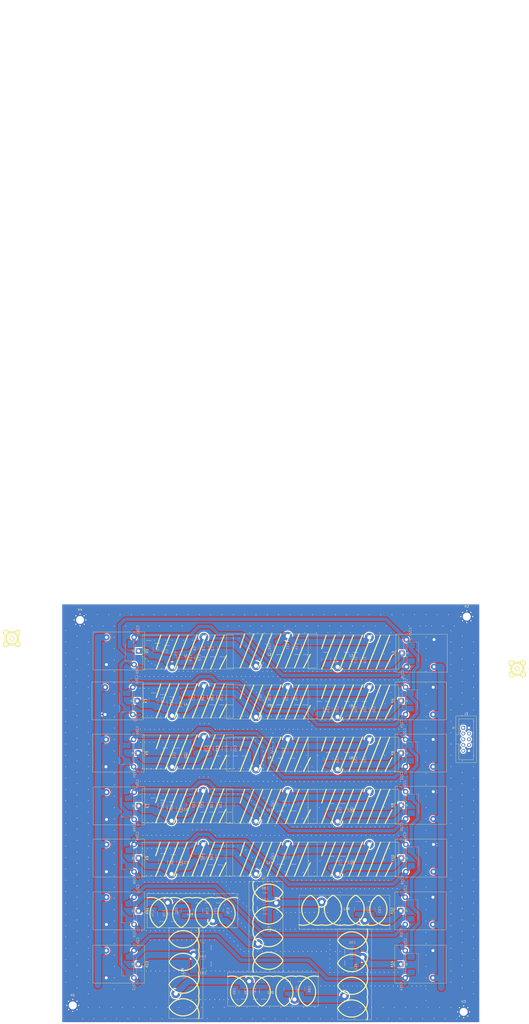
<source format=kicad_pcb>
(kicad_pcb (version 20240108) (generator "pcbnew") (generator_version "8.0")
  (layers (0 "F.Cu" signal) (31 "B.Cu" signal) (34 "B.Paste" user) (35 "F.Paste" user) (36 "B.SilkS" user "B.Silkscreen") (37 "F.SilkS" user "F.Silkscreen") (38 "B.Mask" user) (39 "F.Mask" user) (44 "Edge.Cuts" user))
  (net 0 "")
  (net 1 "Net-(C1-Pad1)")
  (net 2 "GND")
  (net 3 "Net-(C18-Pad2)")
  (net 4 "Net-(C3-Pad1)")
  (net 5 "Net-(C10-Pad1)")
  (net 6 "Net-(C15-Pad1)")
  (net 7 "Net-(C20-Pad1)")
  (net 8 "Net-(C23-Pad1)")
  (net 9 "Net-(C26-Pad1)")
  (net 10 "Net-(C30-Pad1)")
  (net 11 "Net-(C38-Pad2)")
  (net 12 "Net-(C38-Pad1)")
  (net 13 "Net-(C46-Pad1)")
  (net 14 "Net-(C50-Pad1)")
  (net 15 "Net-(C53-Pad1)")
  (net 16 "Net-(C56-Pad1)")
  (net 17 "Net-(C60-Pad1)")
  (net 18 "Net-(C62-Pad1)")
  (net 19 "Net-(C65-Pad1)")
  (net 20 "Net-(C67-Pad1)")
  (net 21 "Net-(C69-Pad1)")
  (net 22 "Net-(C71-Pad1)")
  (net 23 "Net-(C74-Pad1)")
  (net 24 "Net-(C76-Pad1)")
  (net 25 "Net-(C83-Pad1)")
  (net 26 "Net-(C85-Pad1)")
  (net 27 "Net-(C88-Pad1)")
  (net 28 "Net-(C90-Pad1)")
  (net 29 "Net-(C93-Pad1)")
  (net 30 "+12V")
  (net 31 "160m")
  (net 32 "80m")
  (net 33 "30+20m")
  (net 34 "17+15m")
  (net 35 "60+40m")
  (net 36 "12+10m")
  (net 37 "6m")
  (net 38 "RF_IN")
  (net 39 "RF_OUT")
  (footprint "Relay_THT:Relay_SPDT_Omron-G5LE-1" (layer "F.Cu") (at 79 86 -90)
    (property "Reference" "K5")
    (property "Value" "G5LE-1")
  )
  (footprint "Relay_THT:Relay_SPDT_Omron-G5LE-1" (layer "F.Cu") (at 195.05 109 90)
    (property "Reference" "K8")
    (property "Value" "G5LE-1")
  )
  (footprint "T80_60_V:T90_60_V" (layer "F.Cu") (at 174 108)
    (property "Reference" "L12")
    (property "Value" "380n")
  )
  (footprint "Relay_THT:Relay_SPDT_Omron-G5LE-1" (layer "F.Cu") (at 195 86 90)
    (property "Reference" "K6")
    (property "Value" "G5LE-1")
  )
  (footprint "Relay_THT:Relay_SPDT_Omron-G5LE-1" (layer "F.Cu") (at 79.2 132.25 -90)
    (property "Reference" "K9")
    (property "Value" "G5LE-1")
  )
  (footprint "Relay_THT:Relay_SPDT_Omron-G5LE-1" (layer "F.Cu") (at 79.1275 179 -90)
    (property "Reference" "K13")
    (property "Value" "G5LE-1")
  )
  (footprint "Relay_THT:Relay_SPDT_Omron-G5LE-1" (layer "F.Cu") (at 79.2 41 -90)
    (property "Reference" "K1")
    (property "Value" "G5LE-1")
  )
  (footprint "SMA_PINS:SMA_PINS" (layer "F.Cu") (at 23.26 35.46 -90)
    (property "Reference" "J1")
    (property "Value" "RF_IN" (hide yes))
  )
  (footprint "T80_60_V:T90_60_V" (layer "F.Cu") (at 138 62)
    (property "Reference" "L5")
    (property "Value" "1.01u")
  )
  (footprint "T80_60_V:T90_60_V" (layer "F.Cu") (at 174 131.25)
    (property "Reference" "L15")
    (property "Value" "254n")
  )
  (footprint "T80_60_V:T90_60_V" (layer "F.Cu") (at 100.75 131.25)
    (property "Reference" "L13")
    (property "Value" "200n")
  )
  (footprint "Relay_THT:Relay_SPDT_Omron-G5LE-1" (layer "F.Cu") (at 195.1225 132.25 90)
    (property "Reference" "K10")
    (property "Value" "G5LE-1")
  )
  (footprint "T80_60_V:T90_60_V" (layer "F.Cu") (at 174 40)
    (property "Reference" "L3")
    (property "Value" "2.84uH")
  )
  (footprint "T80_60_V:Large_Air_Coil" (layer "F.Cu") (at 170.026542 157.595 180)
    (property "Reference" "L18")
    (property "Value" "186n")
  )
  (footprint "Relay_THT:Relay_SPDT_Omron-G5LE-1" (layer "F.Cu") (at 78.6275 63 -90)
    (property "Reference" "K3")
    (property "Value" "G5LE-1")
  )
  (footprint "T80_60_V:T90_60_V" (layer "F.Cu") (at 101 84)
    (property "Reference" "L7")
    (property "Value" "600n")
  )
  (footprint "T80_60_V:Large_Air_Coil" (layer "F.Cu") (at 176 183.5 -90)
    (property "Reference" "L21")
    (property "Value" "106n")
  )
  (footprint "T80_60_V:T90_60_V" (layer "F.Cu") (at 138 131.25)
    (property "Reference" "L14")
    (property "Value" "174n")
  )
  (footprint "T80_60_V:Large_Air_Coil" (layer "F.Cu") (at 101.595 182.973458 -90)
    (property "Reference" "L19")
    (property "Value" "83,4n")
  )
  (footprint "T80_60_V:T90_60_V" (layer "F.Cu") (at 138 108)
    (property "Reference" "L11")
    (property "Value" "260n")
  )
  (footprint "T80_60_V:T90_60_V" (layer "F.Cu") (at 101 40)
    (property "Reference" "L1")
    (property "Value" "2.24uH")
  )
  (footprint "Relay_THT:Relay_SPDT_Omron-G5LE-1" (layer "F.Cu") (at 79.2 155.5 -90)
    (property "Reference" "K11")
    (property "Value" "G5LE-1")
  )
  (footprint "MountingHole:MountingHole_3.5mm_Pad_Via" (layer "F.Cu") (at 50.143845 197.143845)
    (property "Reference" "H1")
    (property "Value" "M3")
  )
  (footprint "Relay_THT:Relay_SPDT_Omron-G5LE-1" (layer "F.Cu") (at 195 63 90)
    (property "Reference" "K4")
    (property "Value" "G5LE-1")
  )
  (footprint "T80_60_V:Large_Air_Coil" (layer "F.Cu") (at 102.973458 153.905)
    (property "Reference" "L16")
    (property "Value" "146n")
  )
  (footprint "T80_60_V:T90_60_V" (layer "F.Cu") (at 100.75 107.75)
    (property "Reference" "L10")
    (property "Value" "300n")
  )
  (footprint "MountingHole:MountingHole_3.5mm_Pad_Via" (layer "F.Cu") (at 224 25.875)
    (property "Reference" "H2")
    (property "Value" "M3")
  )
  (footprint "T80_60_V:T90_60_V" (layer "F.Cu") (at 138 85)
    (property "Reference" "L8")
    (property "Value" "520n")
  )
  (footprint "T80_60_V:Large_Air_Coil" (layer "F.Cu") (at 133.905 162.526542 90)
    (property "Reference" "L17")
    (property "Value" "127n")
  )
  (footprint "Relay_THT:Relay_SPDT_Omron-G5LE-1" (layer "F.Cu") (at 195.3725 42 90)
    (property "Reference" "K2")
    (property "Value" "G5LE-1")
  )
  (footprint "T80_60_V:T90_60_V" (layer "F.Cu") (at 174 62)
    (property "Reference" "L6")
    (property "Value" "1.48u")
  )
  (footprint "MountingHole:MountingHole_3.5mm_Pad_Via" (layer "F.Cu") (at 222.625 200)
    (property "Reference" "H3")
    (property "Value" "M3")
  )
  (footprint "Relay_THT:Relay_SPDT_Omron-G5LE-1" (layer "F.Cu") (at 194.8725 155.5 90)
    (property "Reference" "K12")
    (property "Value" "G5LE-1")
  )
  (footprint "Relay_THT:Relay_SPDT_Omron-G5LE-1" (layer "F.Cu") (at 79.25 109.25 -90)
    (property "Reference" "K7")
    (property "Value" "G5LE-1")
  )
  (footprint "Connector_IDC:IDC-Header_2x05_P2.54mm_Vertical" (layer "F.Cu") (at 222.46 74.84)
    (property "Reference" "J3")
    (property "Value" "Conn_02x05_Odd_Even")
  )
  (footprint "T80_60_V:T90_60_V" (layer "F.Cu") (at 101 61.5)
    (property "Reference" "L4")
    (property "Value" "41.17u")
  )
  (footprint "MountingHole:MountingHole_3.5mm_Pad_Via" (layer "F.Cu") (at 53.356155 27.356155)
    (property "Reference" "H4")
    (property "Value" "M3")
  )
  (footprint "T80_60_V:T90_60_V" (layer "F.Cu") (at 174 85)
    (property "Reference" "L9")
    (property "Value" "760n")
  )
  (footprint "SMA_PINS:SMA_PINS" (layer "F.Cu") (at 246.26 48.86 90)
    (property "Reference" "J2")
    (property "Value" "RF_OUT" (hide yes))
  )
  (footprint "T80_60_V:Large_Air_Coil" (layer "F.Cu") (at 138.5 188.5)
    (property "Reference" "L20")
    (property "Value" "72.4n")
  )
  (footprint "Relay_THT:Relay_SPDT_Omron-G5LE-1" (layer "F.Cu") (at 194.8725 179 90)
    (property "Reference" "K14")
    (property "Value" "G5LE-1")
  )
  (footprint "T80_60_V:T90_60_V" (layer "F.Cu") (at 138 39.5)
    (property "Reference" "L2")
    (property "Value" "1.94uH")
  )
  (footprint "ATC_B:ATC_500_HandSoldering" (layer "B.Cu") (at 114.596 155.5 90)
    (property "Reference" "C76")
    (property "Value" "200p")
  )
  (footprint "Diode_SMD:D_SMC" (layer "B.Cu") (at 75 155.8 90)
    (property "Reference" "D9")
    (property "Value" "SS36")
  )
  (footprint "Diode_SMD:D_SMB_Handsoldering" (layer "B.Cu") (at 75.5 40.7 90)
    (property "Reference" "D1")
    (property "Value" "SS36")
  )
  (footprint "ATC_B:ATC_500_HandSoldering" (layer "B.Cu") (at 94.596 156.5 -90)
    (property "Reference" "C75")
    (property "Value" "25p")
  )
  (footprint "Capacitor_SMD:C_0805_2012Metric_Pad1.18x1.45mm_HandSolder" (layer "B.Cu") (at 77 76.0375 90)
    (property "Reference" "C205")
    (property "Value" "10n")
  )
  (footprint "ATC_B:ATC_500_HandSoldering" (layer "B.Cu") (at 102 44 90)
    (property "Reference" "C18")
    (property "Value" "180p")
  )
  (footprint "ATC_B:ATC_500_HandSoldering" (layer "B.Cu") (at 122 84 -90)
    (property "Reference" "C44")
    (property "Value" "130p")
  )
  (footprint "ATC_B:ATC_500_HandSoldering" (layer "B.Cu") (at 141 61.5 -90)
    (property "Reference" "C28")
    (property "Value" "620p")
  )
  (footprint "ATC_B:ATC_500_HandSoldering" (layer "B.Cu") (at 94 134.25 90)
    (property "Reference" "C65")
    (property "Value" "200p")
  )
  (footprint "ATC_B:ATC_500_HandSoldering" (layer "B.Cu") (at 104.904 84 90)
    (property "Reference" "C39")
    (property "Value" "11p")
  )
  (footprint "ATC_B:ATC_500_HandSoldering" (layer "B.Cu") (at 149 39 -90)
    (property "Reference" "C11")
    (property "Value" "2.7n")
  )
  (footprint "ATC_B:ATC_500_HandSoldering" (layer "B.Cu") (at 175 66.75 90)
    (property "Reference" "C31")
    (property "Value" "200p")
  )
  (footprint "Capacitor_SMD:C_0805_2012Metric_Pad1.18x1.45mm_HandSolder" (layer "B.Cu") (at 195 76.9625 90)
    (property "Reference" "C223")
    (property "Value" "100n")
  )
  (footprint "Diode_SMD:D_SMC" (layer "B.Cu") (at 75 179.2 90)
    (property "Reference" "D7")
    (property "Value" "SS36")
  )
  (footprint "Capacitor_SMD:C_0805_2012Metric_Pad1.18x1.45mm_HandSolder" (layer "B.Cu") (at 197.4 32.6 90)
    (property "Reference" "C227")
    (property "Value" "100n")
  )
  (footprint "Capacitor_SMD:C_0805_2012Metric_Pad1.18x1.45mm_HandSolder" (layer "B.Cu") (at 197.4 51.4 -90)
    (property "Reference" "C226")
    (property "Value" "10n")
  )
  (footprint "ATC_B:ATC_500_HandSoldering" (layer "B.Cu") (at 175 45 90)
    (property "Reference" "C16")
    (property "Value" "130p")
  )
  (footprint "ATC_B:ATC_500_HandSoldering" (layer "B.Cu") (at 102.25 108.75 90)
    (property "Reference" "C64")
    (property "Value" "100p")
  )
  (footprint "ATC_B:ATC_500_HandSoldering" (layer "B.Cu") (at 125.5 191 -90)
    (property "Reference" "C85")
    (property "Value" "130p")
  )
  (footprint "ATC_B:ATC_500_HandSoldering" (layer "B.Cu") (at 175 89 90)
    (property "Reference" "C51")
    (property "Value" "130p")
  )
  (footprint "Capacitor_SMD:C_0805_2012Metric_Pad1.18x1.45mm_HandSolder" (layer "B.Cu") (at 197 96 -90)
    (property "Reference" "C222")
    (property "Value" "10n")
  )
  (footprint "Diode_SMD:D_SMC" (layer "B.Cu") (at 199.5 132.25 -90)
    (property "Reference" "D10")
    (property "Value" "SS36")
  )
  (footprint "ATC_B:ATC_500_HandSoldering" (layer "B.Cu") (at 145.404 190 90)
    (property "Reference" "C89")
    (property "Value" "130p")
  )
  (footprint "ATC_B:ATC_500_HandSoldering" (layer "B.Cu") (at 171 66.75 90)
    (property "Reference" "C32")
    (property "Value" "200p")
  )
  (footprint "ATC_B:ATC_500_HandSoldering" (layer "B.Cu") (at 176.404 155 90)
    (property "Reference" "C94")
    (property "Value" "7p")
  )
  (footprint "ATC_B:ATC_500_HandSoldering" (layer "B.Cu") (at 100 155.5 -90)
    (property "Reference" "C82")
    (property "Value" "52p")
  )
  (footprint "ATC_B:ATC_500_HandSoldering" (layer "B.Cu") (at 89.5 156.5 -90)
    (property "Reference" "C74")
    (property "Value" "130p")
  )
  (footprint "Capacitor_SMD:C_0805_2012Metric_Pad1.18x1.45mm_HandSolder" (layer "B.Cu") (at 77.25 31.75 90)
    (property "Reference" "C201")
    (property "Value" "10n")
  )
  (footprint "Capacitor_SMD:C_0805_2012Metric_Pad1.18x1.45mm_HandSolder" (layer "B.Cu") (at 197 118.5 -90)
    (property "Reference" "C220")
    (property "Value" "10n")
  )
  (footprint "Diode_SMD:D_SMC" (layer "B.Cu") (at 199 63 -90)
    (property "Reference" "D13")
    (property "Value" "SS36")
  )
  (footprint "Diode_SMD:D_SMC" (layer "B.Cu") (at 199 86 -90)
    (property "Reference" "D12")
    (property "Value" "SS36")
  )
  (footprint "Capacitor_SMD:C_0805_2012Metric_Pad1.18x1.45mm_HandSolder" (layer "B.Cu") (at 78.8 188.6 -90)
    (property "Reference" "C212")
    (property "Value" "100n")
  )
  (footprint "ATC_B:ATC_500_HandSoldering" (layer "B.Cu") (at 107.5 171.5)
    (property "Reference" "C84")
    (property "Value" "20p")
  )
  (footprint "ATC_B:ATC_500_HandSoldering" (layer "B.Cu") (at 173.5 173.5 180)
    (property "Reference" "C90")
    (property "Value" "68p")
  )
  (footprint "Capacitor_SMD:C_0805_2012Metric_Pad1.18x1.45mm_HandSolder" (layer "B.Cu") (at 79 165.2 -90)
    (property "Reference" "C210")
    (property "Value" "100n")
  )
  (footprint "ATC_B:ATC_500_HandSoldering" (layer "B.Cu") (at 112 40 -90)
    (property "Reference" "C9")
    (property "Value" "40p")
  )
  (footprint "ATC_B:ATC_500_HandSoldering" (layer "B.Cu") (at 96.096 87 90)
    (property "Reference" "C40")
    (property "Value" "620p")
  )
  (footprint "ATC_B:ATC_500_HandSoldering" (layer "B.Cu") (at 110 84 90)
    (property "Reference" "C38")
    (property "Value" "200p")
  )
  (footprint "ATC_B:ATC_500_HandSoldering" (layer "B.Cu") (at 115.75 61.5 -90)
    (property "Reference" "C24")
    (property "Value" "1n")
  )
  (footprint "ATC_B:ATC_500_HandSoldering" (layer "B.Cu") (at 137 61.5 -90)
    (property "Reference" "C27")
    (property "Value" "1n")
  )
  (footprint "ATC_B:ATC_500_HandSoldering" (layer "B.Cu") (at 83.6 40 90)
    (property "Reference" "C5")
    (property "Value" "33p")
  )
  (footprint "Capacitor_SMD:C_0805_2012Metric_Pad1.18x1.45mm_HandSolder" (layer "B.Cu") (at 77 99.5 90)
    (property "Reference" "C207")
    (property "Value" "10n")
  )
  (footprint "ATC_B:ATC_500_HandSoldering" (layer "B.Cu") (at 126 84 -90)
    (property "Reference" "C45")
    (property "Value" "130p")
  )
  (footprint "Capacitor_SMD:C_0805_2012Metric_Pad1.18x1.45mm_HandSolder" (layer "B.Cu") (at 195 54.94 90)
    (property "Reference" "C225")
    (property "Value" "100n")
  )
  (footprint "ATC_B:ATC_500_HandSoldering" (layer "B.Cu") (at 98 44 90)
    (property "Reference" "C19")
    (property "Value" "620p")
  )
  (footprint "Capacitor_SMD:C_0805_2012Metric_Pad1.18x1.45mm_HandSolder" (layer "B.Cu") (at 79 95.0375 -90)
    (property "Reference" "C204")
    (property "Value" "100n")
  )
  (footprint "ATC_B:ATC_500_HandSoldering" (layer "B.Cu") (at 93.75 64.5 90)
    (property "Reference" "C20")
    (property "Value" "1n")
  )
  (footprint "ATC_B:ATC_500_HandSoldering" (layer "B.Cu") (at 109.5 155.5 90)
    (property "Reference" "C77")
    (property "Value" "200p")
  )
  (footprint "ATC_B:ATC_500_HandSoldering" (layer "B.Cu") (at 118 84 -90)
    (property "Reference" "C43")
    (property "Value" "680p")
  )
  (footprint "Capacitor_SMD:C_0805_2012Metric_Pad1.18x1.45mm_HandSolder" (layer "B.Cu") (at 195 100 90)
    (property "Reference" "C221")
    (property "Value" "100n")
  )
  (footprint "ATC_B:ATC_500_HandSoldering" (layer "B.Cu") (at 119.75 61.5 -90)
    (property "Reference" "C25")
    (property "Value" "68p")
  )
  (footprint "ATC_B:ATC_500_HandSoldering" (layer "B.Cu") (at 111.654 61.5 -90)
    (property "Reference" "C23")
    (property "Value" "2.7n")
  )
  (footprint "ATC_B:ATC_500_HandSoldering" (layer "B.Cu") (at 153 39 -90)
    (property "Reference" "C14")
    (property "Value" "40p")
  )
  (footprint "ATC_B:ATC_500_HandSoldering" (layer "B.Cu") (at 115.5 108.75 -90)
    (property "Reference" "C58")
    (property "Value" "130p")
  )
  (footprint "ATC_B:ATC_500_HandSoldering" (layer "B.Cu") (at 147.596 131.5 -90)
    (property "Reference" "C70")
    (property "Value" "68p")
  )
  (footprint "ATC_B:ATC_500_HandSoldering" (layer "B.Cu") (at 142 85 -90)
    (property "Reference" "C46")
    (property "Value" "2.2n")
  )
  (footprint "ATC_B:ATC_500_HandSoldering" (layer "B.Cu") (at 173.5 178.596 180)
    (property "Reference" "C91")
    (property "Value" "38p")
  )
  (footprint "ATC_B:ATC_500_HandSoldering" (layer "B.Cu") (at 107.5 108.75 -90)
    (property "Reference" "C56")
    (property "Value" "680p")
  )
  (footprint "ATC_B:ATC_500_HandSoldering" (layer "B.Cu") (at 163 89 90)
    (property "Reference" "C50")
    (property "Value" "620p")
  )
  (footprint "Capacitor_SMD:C_0805_2012Metric_Pad1.18x1.45mm_HandSolder" (layer "B.Cu") (at 79 118.75 -90)
    (property "Reference" "C206")
    (property "Value" "100n")
  )
  (footprint "ATC_B:ATC_500_HandSoldering" (layer "B.Cu") (at 115.5 131.75 -90)
    (property "Reference" "C68")
    (property "Value" "29p")
  )
  (footprint "ATC_B:ATC_500_HandSoldering" (layer "B.Cu") (at 99.5 61.5 90)
    (property "Reference" "C37")
    (property "Value" "12p")
  )
  (footprint "ATC_B:ATC_500_HandSoldering" (layer "B.Cu") (at 116 40 -90)
    (property "Reference" "C2")
    (property "Value" "1n")
  )
  (footprint "ATC_B:ATC_500_HandSoldering" (layer "B.Cu") (at 150.5 190 90)
    (property "Reference" "C88")
    (property "Value" "180p")
  )
  (footprint "ATC_B:ATC_500_HandSoldering" (layer "B.Cu") (at 169.5 134.25 90)
    (property "Reference" "C71")
    (property "Value" "130p")
  )
  (footprint "ATC_B:ATC_500_HandSoldering" (layer "B.Cu") (at 103.5 61.5 90)
    (property "Reference" "C36")
    (property "Value" "200p")
  )
  (footprint "ATC_B:ATC_500_HandSoldering" (layer "B.Cu") (at 130.596 191 -90)
    (property "Reference" "C86")
    (property "Value" "130p")
  )
  (footprint "ATC_B:ATC_500_HandSoldering" (layer "B.Cu") (at 135 159 180)
    (property "Reference" "C3")
    (property "Value" "33p")
  )
  (footprint "ATC_B:ATC_500_HandSoldering" (layer "B.Cu") (at 107.602 178.823)
    (property "Reference" "C83")
    (property "Value" "68p")
  )
  (footprint "ATC_B:ATC_500_HandSoldering" (layer "B.Cu") (at 135 149.596 180)
    (property "Reference" "C80")
    (property "Value" "200p")
  )
  (footprint "ATC_B:ATC_500_HandSoldering" (layer "B.Cu") (at 93.846 110.75 90)
    (property "Reference" "C53")
    (property "Value" "180p")
  )
  (footprint "Capacitor_SMD:C_0805_2012Metric_Pad1.18x1.45mm_HandSolder" (layer "B.Cu") (at 196.8 165.2 -90)
    (property "Reference" "C216")
    (property "Value" "10n")
  )
  (footprint "Capacitor_SMD:C_0805_2012Metric_Pad1.18x1.45mm_HandSolder" (layer "B.Cu") (at 196.8 188.8 -90)
    (property "Reference" "C214")
    (property "Value" "10n")
  )
  (footprint "ATC_B:ATC_500_HandSoldering" (layer "B.Cu") (at 85.75 109 90)
    (property "Reference" "C55")
    (property "Value" "6p")
  )
  (footprint "ATC_B:ATC_500_HandSoldering" (layer "B.Cu") (at 181.5 155 90)
    (property "Reference" "C93")
    (property "Value" "180p")
  )
  (footprint "ATC_B:ATC_500_HandSoldering" (layer "B.Cu") (at 105.5 155.5 90)
    (property "Reference" "C78")
    (property "Value" "68p")
  )
  (footprint "ATC_B:ATC_500_HandSoldering" (layer "B.Cu") (at 91.6 42.2 90)
    (property "Reference" "C4")
    (property "Value" "130p")
  )
  (footprint "Diode_SMD:D_SMC" (layer "B.Cu") (at 199.2 155.6 -90)
    (property "Reference" "D6")
    (property "Value" "SS36")
  )
  (footprint "ATC_B:ATC_500_HandSoldering" (layer "B.Cu") (at 142.5 131.5 -90)
    (property "Reference" "C69")
    (property "Value" "680p")
  )
  (footprint "ATC_B:ATC_500_HandSoldering" (layer "B.Cu") (at 147.596 108.25 -90)
    (property "Reference" "C61")
    (property "Value" "120p")
  )
  (footprint "ATC_B:ATC_500_HandSoldering" (layer "B.Cu") (at 104 131.5 90)
    (property "Reference" "C73")
    (property "Value" "68p")
  )
  (footprint "ATC_B:ATC_500_HandSoldering" (layer "B.Cu") (at 111.25 131.75 -90)
    (property "Reference" "C67")
    (property "Value" "620p")
  )
  (footprint "Capacitor_SMD:C_0805_2012Metric_Pad1.18x1.45mm_HandSolder" (layer "B.Cu") (at 197.25 142 -90)
    (property "Reference" "C218")
    (property "Value" "10n")
  )
  (footprint "Capacitor_SMD:C_0805_2012Metric_Pad1.18x1.45mm_HandSolder" (layer "B.Cu") (at 195.2 169.4 90)
    (property "Reference" "C215")
    (property "Value" "100n")
  )
  (footprint "Capacitor_SMD:C_0805_2012Metric_Pad1.18x1.45mm_HandSolder" (layer "B.Cu") (at 76.75 53.4625 90)
    (property "Reference" "C203")
    (property "Value" "10n")
  )
  (footprint "ATC_B:ATC_500_HandSoldering" (layer "B.Cu") (at 119.5 108.75 -90)
    (property "Reference" "C59")
    (property "Value" "29p")
  )
  (footprint "ATC_B:ATC_500_HandSoldering" (layer "B.Cu") (at 158.75 66.75 90)
    (property "Reference" "C34")
    (property "Value" "22p")
  )
  (footprint "ATC_B:ATC_500_HandSoldering" (layer "B.Cu") (at 107.5 61.5 90)
    (property "Reference" "C35")
    (property "Value" "200p")
  )
  (footprint "Diode_SMD:D_SMC" (layer "B.Cu") (at 74 63 90)
    (property "Reference" "D2")
    (property "Value" "SS36")
  )
  (footprint "Capacitor_SMD:C_0805_2012Metric_Pad1.18x1.45mm_HandSolder" (layer "B.Cu") (at 77.2 169.2 90)
    (property "Reference" "C213")
    (property "Value" "10n")
  )
  (footprint "ATC_B:ATC_500_HandSoldering" (layer "B.Cu") (at 162.75 66.75 90)
    (property "Reference" "C33")
    (property "Value" "68p")
  )
  (footprint "ATC_B:ATC_500_HandSoldering" (layer "B.Cu") (at 89.75 110 90)
    (property "Reference" "C54")
    (property "Value" "130p")
  )
  (footprint "Diode_SMD:D_SMC" (layer "B.Cu") (at 199.4 42 -90)
    (property "Reference" "D14")
    (property "Value" "SS36")
  )
  (footprint "ATC_B:ATC_500_HandSoldering" (layer "B.Cu") (at 164.154 111 90)
    (property "Reference" "C63")
    (property "Value" "180p")
  )
  (footprint "ATC_B:ATC_500_HandSoldering" (layer "B.Cu") (at 171 89 90)
    (property "Reference" "C52")
    (property "Value" "10p")
  )
  (footprint "Capacitor_SMD:C_0805_2012Metric_Pad1.18x1.45mm_HandSolder" (layer "B.Cu") (at 195 122.75 90)
    (property "Reference" "C219")
    (property "Value" "100n")
  )
  (footprint "ATC_B:ATC_500_HandSoldering" (layer "B.Cu") (at 148.75 61.5 -90)
    (property "Reference" "C29")
    (property "Value" "20p")
  )
  (footprint "Diode_SMD:D_SMC" (layer "B.Cu") (at 199.5 109 -90)
    (property "Reference" "D11")
    (property "Value" "SS36")
  )
  (footprint "ATC_B:ATC_500_HandSoldering" (layer "B.Cu") (at 87.6 41.2 90)
    (property "Reference" "C1")
    (property "Value" "2.2n")
  )
  (footprint "Capacitor_SMD:C_0805_2012Metric_Pad1.18x1.45mm_HandSolder" (layer "B.Cu") (at 79 141.75 -90)
    (property "Reference" "C208")
    (property "Value" "100n")
  )
  (footprint "ATC_B:ATC_500_HandSoldering" (layer "B.Cu") (at 90 133.75 90)
    (property "Reference" "C66")
    (property "Value" "12p")
  )
  (footprint "ATC_B:ATC_500_HandSoldering" (layer "B.Cu") (at 142.5 108.25 -90)
    (property "Reference" "C60")
    (property "Value" "1n")
  )
  (footprint "ATC_B:ATC_500_HandSoldering" (layer "B.Cu") (at 134.5 191 -90)
    (property "Reference" "C87")
    (property "Value" "10p")
  )
  (footprint "Capacitor_SMD:C_0805_2012Metric_Pad1.18x1.45mm_HandSolder" (layer "B.Cu") (at 195.2 146.2 90)
    (property "Reference" "C217")
    (property "Value" "100n")
  )
  (footprint "ATC_B:ATC_500_HandSoldering" (layer "B.Cu") (at 89.75 63.75 90)
    (property "Reference" "C21")
    (property "Value" "200p")
  )
  (footprint "Capacitor_SMD:C_0805_2012Metric_Pad1.18x1.45mm_HandSolder" (layer "B.Cu") (at 77.2 145.8 90)
    (property "Reference" "C211")
    (property "Value" "10n")
  )
  (footprint "ATC_B:ATC_500_HandSoldering" (layer "B.Cu") (at 162 45 90)
    (property "Reference" "C15")
    (property "Value" "2.7n")
  )
  (footprint "ATC_B:ATC_500_HandSoldering" (layer "B.Cu") (at 85.75 62.75 90)
    (property "Reference" "C22")
    (property "Value" "30p")
  )
  (footprint "ATC_B:ATC_500_HandSoldering" (layer "B.Cu") (at 152.75 61.5 -90)
    (property "Reference" "C26")
    (property "Value" "2.7n")
  )
  (footprint "ATC_B:ATC_500_HandSoldering" (layer "B.Cu") (at 111.5 108.75 -90)
    (property "Reference" "C57")
    (property "Value" "130p")
  )
  (footprint "Diode_SMD:D_SMC" (layer "B.Cu") (at 75 132.25 90)
    (property "Reference" "D5")
    (property "Value" "SS36")
  )
  (footprint "Diode_SMD:D_SMC" (layer "B.Cu") (at 199.4 179.2 -90)
    (property "Reference" "D8")
    (property "Value" "SS36")
  )
  (footprint "Diode_SMD:D_SMC" (layer "B.Cu") (at 74.75 109.25 90)
    (property "Reference" "D4")
    (property "Value" "SS36")
  )
  (footprint "ATC_B:ATC_500_HandSoldering" (layer "B.Cu") (at 164.404 134.25 90)
    (property "Reference" "C72")
    (property "Value" "130p")
  )
  (footprint "Diode_SMD:D_SMC" (layer "B.Cu") (at 74 86 90)
    (property "Reference" "D3")
    (property "Value" "SS36")
  )
  (footprint "ATC_B:ATC_500_HandSoldering" (layer "B.Cu") (at 179 66.75 90)
    (property "Reference" "C30")
    (property "Value" "1n")
  )
  (footprint "ATC_B:ATC_500_HandSoldering" (layer "B.Cu") (at 171 45 90)
    (property "Reference" "C17")
    (property "Value" "20p")
  )
  (footprint "ATC_B:ATC_500_HandSoldering" (layer "B.Cu") (at 141 39 -90)
    (property "Reference" "C10")
    (property "Value" "5.6n")
  )
  (footprint "Capacitor_SMD:C_0805_2012Metric_Pad1.18x1.45mm_HandSolder" (layer "B.Cu") (at 197 73.0375 -90)
    (property "Reference" "C224")
    (property "Value" "10n")
  )
  (footprint "Capacitor_SMD:C_0805_2012Metric_Pad1.18x1.45mm_HandSolder" (layer "B.Cu") (at 80.25 49.25 -90)
    (property "Reference" "C200")
    (property "Value" "100n")
  )
  (footprint "Capacitor_SMD:C_0805_2012Metric_Pad1.18x1.45mm_HandSolder" (layer "B.Cu") (at 77 122.5 90)
    (property "Reference" "C209")
    (property "Value" "10n")
  )
  (footprint "ATC_B:ATC_500_HandSoldering" (layer "B.Cu") (at 147.096 85 -90)
    (property "Reference" "C49")
    (property "Value" "30p")
  )
  (footprint "ATC_B:ATC_500_HandSoldering" (layer "B.Cu") (at 114.25 84 -90)
    (property "Reference" "C42")
    (property "Value" "1n")
  )
  (footprint "ATC_B:ATC_500_HandSoldering" (layer "B.Cu") (at 91 87 90)
    (property "Reference" "C41")
    (property "Value" "13p")
  )
  (footprint "ATC_B:ATC_500_HandSoldering" (layer "B.Cu") (at 108 40 -90)
    (property "Reference" "C6")
    (property "Value" "6.2n")
  )
  (footprint "ATC_B:ATC_500_HandSoldering" (layer "B.Cu") (at 135 145.5 180)
    (property "Reference" "C79")
    (property "Value" "200p")
  )
  (footprint "ATC_B:ATC_500_HandSoldering" (layer "B.Cu") (at 169.25 111 90)
    (property "Reference" "C62")
    (property "Value" "200p")
  )
  (footprint "ATC_B:ATC_500_HandSoldering" (layer "B.Cu") (at 135 154.692 180)
    (property "Reference" "C81")
    (property "Value" "130p")
  )
  (footprint "Capacitor_SMD:C_0805_2012Metric_Pad1.18x1.45mm_HandSolder" (layer "B.Cu") (at 79.5 70.25 -90)
    (property "Reference" "C202")
    (property "Value" "100n")
  )
  (footprint "ATC_B:ATC_500_HandSoldering" (layer "B.Cu") (at 103.5 184 -90)
    (property "Reference" "C92")
    (property "Value" "22p")
  )
  (gr_rect (start 45 20) (end 230 205) (stroke (width 0.05)) (fill none) (layer "Edge.Cuts"))
  (segment (start 88.6 44.2) (end 87.6 43.2) (width 2.5) (layer "B.Cu") (net 1))
  (segment (start 79.2 41) (end 82.6 41) (width 2.5) (layer "B.Cu") (net 1))
  (segment (start 102 46) (end 98 46) (width 2.5) (layer "B.Cu") (net 1))
  (segment (start 87.6 43.2) (end 84.8 43.2) (width 2.5) (layer "B.Cu") (net 1))
  (segment (start 91.6 44.2) (end 88.6 44.2) (width 2.5) (layer "B.Cu") (net 1))
  (segment (start 91.6 45.6) (end 94 48) (width 2.5) (layer "B.Cu") (net 1))
  (segment (start 84.8 43.2) (end 83.6 42) (width 2.5) (layer "B.Cu") (net 1))
  (segment (start 96 46) (end 94 48) (width 2.5) (layer "B.Cu") (net 1))
  (segment (start 98 46) (end 96 46) (width 2.5) (layer "B.Cu") (net 1))
  (segment (start 91.6 44.2) (end 91.6 45.6) (width 2.5) (layer "B.Cu") (net 1))
  (segment (start 82.6 41) (end 83.6 42) (width 2.5) (layer "B.Cu") (net 1))
  (via (at 52 189.5) (size 0.6) (drill 0.3) (layers "F.Cu" "B.Cu") (net 2))
  (via (at 150.4 156.2) (size 0.6) (drill 0.3) (layers "F.Cu" "B.Cu") (net 2))
  (via (at 170.25 98.5) (size 0.6) (drill 0.3) (layers "F.Cu" "B.Cu") (net 2))
  (via (at 86 104.25) (size 0.6) (drill 0.3) (layers "F.Cu" "B.Cu") (net 2))
  (via (at 127.5 98.5) (size 0.6) (drill 0.3) (layers "F.Cu" "B.Cu") (net 2))
  (via (at 103 119.75) (size 0.6) (drill 0.3) (layers "F.Cu" "B.Cu") (net 2))
  (via (at 159.75 53.75) (size 0.6) (drill 0.3) (layers "F.Cu" "B.Cu") (net 2))
  (via (at 184.25 94.25) (size 0.6) (drill 0.3) (layers "F.Cu" "B.Cu") (net 2))
  (via (at 83.25 116.5) (size 0.6) (drill 0.3) (layers "F.Cu" "B.Cu") (net 2))
  (via (at 52 39.5) (size 0.6) (drill 0.3) (layers "F.Cu" "B.Cu") (net 2))
  (via (at 165.6 182.6) (size 0.6) (drill 0.3) (layers "F.Cu" "B.Cu") (net 2))
  (via (at 175.2 41.6) (size 0.6) (drill 0.3) (layers "F.Cu" "B.Cu") (net 2))
  (via (at 115 127) (size 0.6) (drill 0.3) (layers "F.Cu" "B.Cu") (net 2))
  (via (at 187.55 188.6) (size 0.6) (drill 0.3) (layers "F.Cu" "B.Cu") (net 2))
  (via (at 160.2 163.6) (size 0.6) (drill 0.3) (layers "F.Cu" "B.Cu") (net 2))
  (via (at 158 50) (size 0.6) (drill 0.3) (layers "F.Cu" "B.Cu") (net 2))
  (via (at 126.5 128.75) (size 0.6) (drill 0.3) (layers "F.Cu" "B.Cu") (net 2))
  (via (at 52 64.5) (size 0.6) (drill 0.3) (layers "F.Cu" "B.Cu") (net 2))
  (via (at 222 94.5) (size 0.6) (drill 0.3) (layers "F.Cu" "B.Cu") (net 2))
  (via (at 171.2 41.6) (size 0.6) (drill 0.3) (layers "F.Cu" "B.Cu") (net 2))
  (via (at 206 120) (size 0.6) (drill 0.3) (layers "F.Cu" "B.Cu") (net 2))
  (via (at 141.6 163.6) (size 0.6) (drill 0.3) (layers "F.Cu" "B.Cu") (net 2))
  (via (at 99.5 203) (size 0.6) (drill 0.3) (layers "F.Cu" "B.Cu") (net 2))
  (via (at 202 198) (size 0.6) (drill 0.3) (layers "F.Cu" "B.Cu") (net 2))
  (via (at 111.25 92.75) (size 0.6) (drill 0.3) (layers "F.Cu" "B.Cu") (net 2))
  (via (at 182.25 94.25) (size 0.6) (drill 0.3) (layers "F.Cu" "B.Cu") (net 2))
  (via (at 90.8 60.25) (size 0.6) (drill 0.3) (layers "F.Cu" "B.Cu") (net 2))
  (via (at 171.4 63.25) (size 0.6) (drill 0.3) (layers "F.Cu" "B.Cu") (net 2))
  (via (at 131 43) (size 0.6) (drill 0.3) (layers "F.Cu" "B.Cu") (net 2))
  (via (at 134.25 89.25) (size 0.6) (drill 0.3) (layers "F.Cu" "B.Cu") (net 2))
  (via (at 148.5 111.5) (size 0.6) (drill 0.3) (layers "F.Cu" "B.Cu") (net 2))
  (via (at 88 52.25) (size 0.6) (drill 0.3) (layers "F.Cu" "B.Cu") (net 2))
  (via (at 119.05 112) (size 0.6) (drill 0.3) (layers "F.Cu" "B.Cu") (net 2))
  (via (at 84.75 92.75) (size 0.6) (drill 0.3) (layers "F.Cu" "B.Cu") (net 2))
  (via (at 144.5 203) (size 0.6) (drill 0.3) (layers "F.Cu" "B.Cu") (net 2))
  (via (at 118.75 64.75) (size 0.6) (drill 0.3) (layers "F.Cu" "B.Cu") (net 2))
  (via (at 187.5 142) (size 0.6) (drill 0.3) (layers "F.Cu" "B.Cu") (net 2))
  (via (at 57 162) (size 0.6) (drill 0.3) (layers "F.Cu" "B.Cu") (net 2))
  (via (at 140.25 64.75) (size 0.6) (drill 0.3) (layers "F.Cu" "B.Cu") (net 2))
  (via (at 86 98.5) (size 0.6) (drill 0.3) (layers "F.Cu" "B.Cu") (net 2))
  (via (at 183 64.25) (size 0.6) (drill 0.3) (layers "F.Cu" "B.Cu") (net 2))
  (via (at 138.75 95.75) (size 0.6) (drill 0.3) (layers "F.Cu" "B.Cu") (net 2))
  (via (at 159.5 75.5) (size 0.6) (drill 0.3) (layers "F.Cu" "B.Cu") (net 2))
  (via (at 83 128) (size 0.6) (drill 0.3) (layers "F.Cu" "B.Cu") (net 2))
  (via (at 68.5 60) (size 0.6) (drill 0.3) (layers "F.Cu" "B.Cu") (net 2))
  (via (at 164.25 94.25) (size 0.6) (drill 0.3) (layers "F.Cu" "B.Cu") (net 2))
  (via (at 88.35 168.4) (size 0.6) (drill 0.3) (layers "F.Cu" "B.Cu") (net 2))
  (via (at 192.25 94.25) (size 0.6) (drill 0.3) (layers "F.Cu" "B.Cu") (net 2))
  (via (at 147 145.75) (size 0.6) (drill 0.3) (layers "F.Cu" "B.Cu") (net 2))
  (via (at 94 52.25) (size 0.6) (drill 0.3) (layers "F.Cu" "B.Cu") (net 2))
  (via (at 111.2 170.8) (size 0.6) (drill 0.3) (layers "F.Cu" "B.Cu") (net 2))
  (via (at 173.5 75.5) (size 0.6) (drill 0.3) (layers "F.Cu" "B.Cu") (net 2))
  (via (at 92 98.5) (size 0.6) (drill 0.3) (layers "F.Cu" "B.Cu") (net 2))
  (via (at 82.25 44.5) (size 0.6) (drill 0.3) (layers "F.Cu" "B.Cu") (net 2))
  (via (at 108.25 73) (size 0.6) (drill 0.3) (layers "F.Cu" "B.Cu") (net 2))
  (via (at 115.25 69.75) (size 0.6) (drill 0.3) (layers "F.Cu" "B.Cu") (net 2))
  (via (at 111.2 178.6) (size 0.6) (drill 0.3) (layers "F.Cu" "B.Cu") (net 2))
  (via (at 175.25 85.75) (size 0.6) (drill 0.3) (layers "F.Cu" "B.Cu") (net 2))
  (via (at 68.5 90) (size 0.6) (drill 0.3) (layers "F.Cu" "B.Cu") (net 2))
  (via (at 154.25 72.25) (size 0.6) (drill 0.3) (layers "F.Cu" "B.Cu") (net 2))
  (via (at 132 198) (size 0.6) (drill 0.3) (layers "F.Cu" "B.Cu") (net 2))
  (via (at 57 92) (size 0.6) (drill 0.3) (layers "F.Cu" "B.Cu") (net 2))
  (via (at 69.5 203) (size 0.6) (drill 0.3) (layers "F.Cu" "B.Cu") (net 2))
  (via (at 148.4 156.2) (size 0.6) (drill 0.3) (layers "F.Cu" "B.Cu") (net 2))
  (via (at 176.25 94.25) (size 0.6) (drill 0.3) (layers "F.Cu" "B.Cu") (net 2))
  (via (at 68.5 45) (size 0.6) (drill 0.3) (layers "F.Cu" "B.Cu") (net 2))
  (via (at 147.4 182) (size 0.6) (drill 0.3) (layers "F.Cu" "B.Cu") (net 2))
  (via (at 196 25) (size 0.6) (drill 0.3) (layers "F.Cu" "B.Cu") (net 2))
  (via (at 109 50) (size 0.6) (drill 0.3) (layers "F.Cu" "B.Cu") (net 2))
  (via (at 152.4 33.02) (size 0.6) (drill 0.3) (layers "F.Cu" "B.Cu") (net 2))
  (via (at 227 172) (size 0.6) (drill 0.3) (layers "F.Cu" "B.Cu") (net 2))
  (via (at 177.6 182.6) (size 0.6) (drill 0.3) (layers "F.Cu" "B.Cu") (net 2))
  (via (at 116.8 164.2) (size 0.6) (drill 0.3) (layers "F.Cu" "B.Cu") (net 2))
  (via (at 142.05 64.75) (size 0.6) (drill 0.3) (layers "F.Cu" "B.Cu") (net 2))
  (via (at 103 69.75) (size 0.6) (drill 0.3) (layers "F.Cu" "B.Cu") (net 2))
  (via (at 217 52) (size 0.6) (drill 0.3) (layers "F.Cu" "B.Cu") (net 2))
  (via (at 179 145.75) (size 0.6) (drill 0.3) (layers "F.Cu" "B.Cu") (net 2))
  (via (at 57 102) (size 0.6) (drill 0.3) (layers "F.Cu" "B.Cu") (net 2))
  (via (at 98.5 30) (size 0.6) (drill 0.3) (layers "F.Cu" "B.Cu") (net 2))
  (via (at 108.6 152) (size 0.6) (drill 0.3) (layers "F.Cu" "B.Cu") (net 2))
  (via (at 102.6 168.4) (size 0.6) (drill 0.3) (layers "F.Cu" "B.Cu") (net 2))
  (via (at 81 69.75) (size 0.6) (drill 0.3) (layers "F.Cu" "B.Cu") (net 2))
  (via (at 217 62) (size 0.6) (drill 0.3) (layers "F.Cu" "B.Cu") (net 2))
  (via (at 147.75 69.75) (size 0.6) (drill 0.3) (layers "F.Cu" "B.Cu") (net 2))
  (via (at 92.6 38.6) (size 0.6) (drill 0.3) (layers "F.Cu" "B.Cu") (net 2))
  (via (at 141.05 88.25) (size 0.6) (drill 0.3) (layers "F.Cu" "B.Cu") (net 2))
  (via (at 126.75 54.75) (size 0.6) (drill 0.3) (layers "F.Cu" "B.Cu") (net 2))
  (via (at 191 25) (size 0.6) (drill 0.3) (layers "F.Cu" "B.Cu") (net 2))
  (via (at 161.5 75.5) (size 0.6) (drill 0.3) (layers "F.Cu" "B.Cu") (net 2))
  (via (at 186.5 98.5) (size 0.6) (drill 0.3) (layers "F.Cu" "B.Cu") (net 2))
  (via (at 136.25 98.5) (size 0.6) (drill 0.3) (layers "F.Cu" "B.Cu") (net 2))
  (via (at 115.5 98.5) (size 0.6) (drill 0.3) (layers "F.Cu" "B.Cu") (net 2))
  (via (at 185 128) (size 0.6) (drill 0.3) (layers "F.Cu" "B.Cu") (net 2))
  (via (at 151.75 138.5) (size 0.6) (drill 0.3) (layers "F.Cu" "B.Cu") (net 2))
  (via (at 185.6 182.6) (size 0.6) (drill 0.3) (layers "F.Cu" "B.Cu") (net 2))
  (via (at 111.4 135.25) (size 0.6) (drill 0.3) (layers "F.Cu" "B.Cu") (net 2))
  (via (at 86.5 47.25) (size 0.6) (drill 0.3) (layers "F.Cu" "B.Cu") (net 2))
  (via (at 171.5 71.5) (size 0.6) (drill 0.3) (layers "F.Cu" "B.Cu") (net 2))
  (via (at 155.75 173.4) (size 0.6) (drill 0.3) (layers "F.Cu" "B.Cu") (net 2))
  (via (at 99.25 140) (size 0.6) (drill 0.3) (layers "F.Cu" "B.Cu") (net 2))
  (via (at 175.25 118.5) (size 0.6) (drill 0.3) (layers "F.Cu" "B.Cu") (net 2))
  (via (at 177.25 142) (size 0.6) (drill 0.3) (layers "F.Cu" "B.Cu") (net 2))
  (via (at 131 194.4) (size 0.6) (drill 0.3) (layers "F.Cu" "B.Cu") (net 2))
  (via (at 157.25 142) (size 0.6) (drill 0.3) (layers "F.Cu" "B.Cu") (net 2))
  (via (at 91.75 57.5) (size 0.6) (drill 0.3) (layers "F.Cu" "B.Cu") (net 2))
  (via (at 211 25) (size 0.6) (drill 0.3) (layers "F.Cu" "B.Cu") (net 2))
  (via (at 83 122.25) (size 0.6) (drill 0.3) (layers "F.Cu" "B.Cu") (net 2))
  (via (at 129.75 57.75) (size 0.6) (drill 0.3) (layers "F.Cu" "B.Cu") (net 2))
  (via (at 163.6 180.6) (size 0.6) (drill 0.3) (layers "F.Cu" "B.Cu") (net 2))
  (via (at 222 109.5) (size 0.6) (drill 0.3) (layers "F.Cu" "B.Cu") (net 2))
  (via (at 180.6 151.4) (size 0.6) (drill 0.3) (layers "F.Cu" "B.Cu") (net 2))
  (via (at 119.25 79.5) (size 0.6) (drill 0.3) (layers "F.Cu" "B.Cu") (net 2))
  (via (at 83.75 57.5) (size 0.6) (drill 0.3) (layers "F.Cu" "B.Cu") (net 2))
  (via (at 121.25 79.5) (size 0.6) (drill 0.3) (layers "F.Cu" "B.Cu") (net 2))
  (via (at 131.6 144.6) (size 0.6) (drill 0.3) (layers "F.Cu" "B.Cu") (net 2))
  (via (at 89.8 147.6) (size 0.6) (drill 0.3) (layers "F.Cu" "B.Cu") (net 2))
  (via (at 52 99.5) (size 0.6) (drill 0.3) (layers "F.Cu" "B.Cu") (net 2))
  (via (at 134.25 85.25) (size 0.6) (drill 0.3) (layers "F.Cu" "B.Cu") (net 2))
  (via (at 206 195) (size 0.6) (drill 0.3) (layers "F.Cu" "B.Cu") (net 2))
  (via (at 185.5 33.02) (size 0.6) (drill 0.3) (layers "F.Cu" "B.Cu") (net 2))
  (via (at 52 159.5) (size 0.6) (drill 0.3) (layers "F.Cu" "B.Cu") (net 2))
  (via (at 123.8 150.5) (size 0.6) (drill 0.3) (layers "F.Cu" "B.Cu") (net 2))
  (via (at 163.5 122.25) (size 0.6) (drill 0.3) (layers "F.Cu" "B.Cu") (net 2))
  (via (at 92 81.25) (size 0.6) (drill 0.3) (layers "F.Cu" "B.Cu") (net 2))
  (via (at 136 50) (size 0.6) (drill 0.3) (layers "F.Cu" "B.Cu") (net 2))
  (via (at 157.25 118.5) (size 0.6) (drill 0.3) (layers "F.Cu" "B.Cu") (net 2))
  (via (at 169.5 75.5) (size 0.6) (drill 0.3) (layers "F.Cu" "B.Cu") (net 2))
  (via (at 127.5 116.5) (size 0.6) (drill 0.3) (layers "F.Cu" "B.Cu") (net 2))
  (via (at 136.5 114.5) (size 0.6) (drill 0.3) (layers "F.Cu" "B.Cu") (net 2))
  (via (at 169.6 182.6) (size 0.6) (drill 0.3) (layers "F.Cu" "B.Cu") (net 2))
  (via (at 184.5 203) (size 0.6) (drill 0.3) (layers "F.Cu" "B.Cu") (net 2))
  (via (at 206 115) (size 0.6) (drill 0.3) (layers "F.Cu" "B.Cu") (net 2))
  (via (at 163.6 168.35) (size 0.6) (drill 0.3) (layers "F.Cu" "B.Cu") (net 2))
  (via (at 88 104.25) (size 0.6) (drill 0.3) (layers "F.Cu" "B.Cu") (net 2))
  (via (at 121 127) (size 0.6) (drill 0.3) (layers "F.Cu" "B.Cu") (net 2))
  (via (at 139.6 163.6) (size 0.6) (drill 0.3) (layers "F.Cu" "B.Cu") (net 2))
  (via (at 145.5 75.5) (size 0.6) (drill 0.3) (layers "F.Cu" "B.Cu") (net 2))
  (via (at 222 129.5) (size 0.6) (drill 0.3) (layers "F.Cu" "B.Cu") (net 2))
  (via (at 174.65 85.75) (size 0.6) (drill 0.3) (layers "F.Cu" "B.Cu") (net 2))
  (via (at 89.8 130.25) (size 0.6) (drill 0.3) (layers "F.Cu" "B.Cu") (net 2))
  (via (at 91 92.75) (size 0.6) (drill 0.3) (layers "F.Cu" "B.Cu") (net 2))
  (via (at 115.65 135.25) (size 0.6) (drill 0.3) (layers "F.Cu" "B.Cu") (net 2))
  (via (at 110.75 64.75) (size 0.6) (drill 0.3) (layers "F.Cu" "B.Cu") (net 2))
  (via (at 139.75 173.4) (size 0.6) (drill 0.3) (layers "F.Cu" "B.Cu") (net 2))
  (via (at 111.2 172) (size 0.6) (drill 0.3) (layers "F.Cu" "B.Cu") (net 2))
  (via (at 133.25 68) (size 0.6) (drill 0.3) (layers "F.Cu" "B.Cu") (net 2))
  (via (at 182.45 163.6) (size 0.6) (drill 0.3) (layers "F.Cu" "B.Cu") (net 2))
  (via (at 217 132) (size 0.6) (drill 0.3) (layers "F.Cu" "B.Cu") (net 2))
  (via (at 99 92.75) (size 0.6) (drill 0.3) (layers "F.Cu" "B.Cu") (net 2))
  (via (at 222 134.5) (size 0.6) (drill 0.3) (layers "F.Cu" "B.Cu") (net 2))
  (via (at 227 77) (size 0.6) (drill 0.3) (layers "F.Cu" "B.Cu") (net 2))
  (via (at 84.25 75.5) (size 0.6) (drill 0.3) (layers "F.Cu" "B.Cu") (net 2))
  (via (at 171.5 85.75) (size 0.6) (drill 0.3) (layers "F.Cu" "B.Cu") (net 2))
  (via (at 143.25 135) (size 0.6) (drill 0.3) (layers "F.Cu" "B.Cu") (net 2))
  (via (at 117 104) (size 0.6) (drill 0.3) (layers "F.Cu" "B.Cu") (net 2))
  (via (at 185.75 75.5) (size 0.6) (drill 0.3) (layers "F.Cu" "B.Cu") (net 2))
  (via (at 161.75 53.75) (size 0.6) (drill 0.3) (layers "F.Cu" "B.Cu") (net 2))
  (via (at 68.5 110) (size 0.6) (drill 0.3) (layers "F.Cu" "B.Cu") (net 2))
  (via (at 169.5 203) (size 0.6) (drill 0.3) (layers "F.Cu" "B.Cu") (net 2))
  (via (at 72 198) (size 0.6) (drill 0.3) (layers "F.Cu" "B.Cu") (net 2))
  (via (at 222 64.5) (size 0.6) (drill 0.3) (layers "F.Cu" "B.Cu") (net 2))
  (via (at 151.75 173.4) (size 0.6) (drill 0.3) (layers "F.Cu" "B.Cu") (net 2))
  (via (at 86 81.25) (size 0.6) (drill 0.3) (layers "F.Cu" "B.Cu") (net 2))
  (via (at 114.8 164.2) (size 0.6) (drill 0.3) (layers "F.Cu" "B.Cu") (net 2))
  (via (at 94 142.75) (size 0.6) (drill 0.3) (layers "F.Cu" "B.Cu") (net 2))
  (via (at 98 98.5) (size 0.6) (drill 0.3) (layers "F.Cu" "B.Cu") (net 2))
  (via (at 111.15 182) (size 0.6) (drill 0.3) (layers "F.Cu" "B.Cu") (net 2))
  (via (at 117 198) (size 0.6) (drill 0.3) (layers "F.Cu" "B.Cu") (net 2))
  (via (at 105.2 152) (size 0.6) (drill 0.3) (layers "F.Cu" "B.Cu") (net 2))
  (via (at 147.25 142) (size 0.6) (drill 0.3) (layers "F.Cu" "B.Cu") (net 2))
  (via (at 134.25 92.75) (size 0.6) (drill 0.3) (layers "F.Cu" "B.Cu") (net 2))
  (via (at 124.6 160.8) (size 0.6) (drill 0.3) (layers "F.Cu" "B.Cu") (net 2))
  (via (at 68.5 165) (size 0.6) (drill 0.3) (layers "F.Cu" "B.Cu") (net 2))
  (via (at 172.25 98.5) (size 0.6) (drill 0.3) (layers "F.Cu" "B.Cu") (net 2))
  (via (at 119.5 98.5) (size 0.6) (drill 0.3) (layers "F.Cu" "B.Cu") (net 2))
  (via (at 83.4 36.4) (size 0.6) (drill 0.3) (layers "F.Cu" "B.Cu") (net 2))
  (via (at 206 50) (size 0.6) (drill 0.3) (layers "F.Cu" "B.Cu") (net 2))
  (via (at 120.25 112) (size 0.6) (drill 0.3) (layers "F.Cu" "B.Cu") (net 2))
  (via (at 206 135) (size 0.6) (drill 0.3) (layers "F.Cu" "B.Cu") (net 2))
  (via (at 89.2 160.2) (size 0.6) (drill 0.3) (layers "F.Cu" "B.Cu") (net 2))
  (via (at 206 160) (size 0.6) (drill 0.3) (layers "F.Cu" "B.Cu") (net 2))
  (via (at 173.75 53.75) (size 0.6) (drill 0.3) (layers "F.Cu" "B.Cu") (net 2))
  (via (at 83.8 142.8) (size 0.6) (drill 0.3) (layers "F.Cu" "B.Cu") (net 2))
  (via (at 206 65) (size 0.6) (drill 0.3) (layers "F.Cu" "B.Cu") (net 2))
  (via (at 52 114.5) (size 0.6) (drill 0.3) (layers "F.Cu" "B.Cu") (net 2))
  (via (at 163.5 63.25) (size 0.6) (drill 0.3) (layers "F.Cu" "B.Cu") (net 2))
  (via (at 183.5 118.5) (size 0.6) (drill 0.3) (layers "F.Cu" "B.Cu") (net 2))
  (via (at 108 142.75) (size 0.6) (drill 0.3) (layers "F.Cu" "B.Cu") (net 2))
  (via (at 105.25 92.75) (size 0.6) (drill 0.3) (layers "F.Cu" "B.Cu") (net 2))
  (via (at 160 50) (size 0.6) (drill 0.3) (layers "F.Cu" "B.Cu") (net 2))
  (via (at 88.6 160.2) (size 0.6) (drill 0.3) (layers "F.Cu" "B.Cu") (net 2))
  (via (at 140.25 98.5) (size 0.6) (drill 0.3) (layers "F.Cu" "B.Cu") (net 2))
  (via (at 113.25 116.5) (size 0.6) (drill 0.3) (layers "F.Cu" "B.Cu") (net 2))
  (via (at 122.5 52.25) (size 0.6) (drill 0.3) (layers "F.Cu" "B.Cu") (net 2))
  (via (at 155.4 182) (size 0.6) (drill 0.3) (layers "F.Cu" "B.Cu") (net 2))
  (via (at 167 198) (size 0.6) (drill 0.3) (layers "F.Cu" "B.Cu") (net 2))
  (via (at 197 198) (size 0.6) (drill 0.3) (layers "F.Cu" "B.Cu") (net 2))
  (via (at 105.25 69.75) (size 0.6) (drill 0.3) (layers "F.Cu" "B.Cu") (net 2))
  (via (at 86 25) (size 0.6) (drill 0.3) (layers "F.Cu" "B.Cu") (net 2))
  (via (at 113.25 69.75) (size 0.6) (drill 0.3) (layers "F.Cu" "B.Cu") (net 2))
  (via (at 90.75 106.75) (size 0.6) (drill 0.3) (layers "F.Cu" "B.Cu") (net 2))
  (via (at 168.2 151.6) (size 0.6) (drill 0.3) (layers "F.Cu" "B.Cu") (net 2))
  (via (at 158.25 98.5) (size 0.6) (drill 0.3) (layers "F.Cu" "B.Cu") (net 2))
  (via (at 127 198) (size 0.6) (drill 0.3) (layers "F.Cu" "B.Cu") (net 2))
  (via (at 132.25 142.75) (size 0.6) (drill 0.3) (layers "F.Cu" "B.Cu") (net 2))
  (via (at 181 25) (size 0.6) (drill 0.3) (layers "F.Cu" "B.Cu") (net 2))
  (via (at 174 50) (size 0.6) (drill 0.3) (layers "F.Cu" "B.Cu") (net 2))
  (via (at 92 52.25) (size 0.6) (drill 0.3) (layers "F.Cu" "B.Cu") (net 2))
  (via (at 89.8 160.2) (size 0.6) (drill 0.3) (layers "F.Cu" "B.Cu") (net 2))
  (via (at 47 112) (size 0.6) (drill 0.3) (layers "F.Cu" "B.Cu") (net 2))
  (via (at 117.25 79.5) (size 0.6) (drill 0.3) (layers "F.Cu" "B.Cu") (net 2))
  (via (at 138.5 89.25) (size 0.6) (drill 0.3) (layers "F.Cu" "B.Cu") (net 2))
  (via (at 181.5 142) (size 0.6) (drill 0.3) (layers "F.Cu" "B.Cu") (net 2))
  (via (at 138.5 79.25) (size 0.6) (drill 0.3) (layers "F.Cu" "B.Cu") (net 2))
  (via (at 176 25) (size 0.6) (drill 0.3) (layers "F.Cu" "B.Cu") (net 2))
  (via (at 52 149.5) (size 0.6) (drill 0.3) (layers "F.Cu" "B.Cu") (net 2))
  (via (at 113.25 140) (size 0.6) (drill 0.3) (layers "F.Cu" "B.Cu") (net 2))
  (via (at 153.5 122.25) (size 0.6) (drill 0.3) (layers "F.Cu" "B.Cu") (net 2))
  (via (at 148 64.75) (size 0.6) (drill 0.3) (layers "F.Cu" "B.Cu") (net 2))
  (via (at 86.089452 36.25) (size 0.6) (drill 0.3) (layers "F.Cu" "B.Cu") (net 2))
  (via (at 117.5 140) (size 0.6) (drill 0.3) (layers "F.Cu" "B.Cu") (net 2))
  (via (at 82.6 182) (size 0.6) (drill 0.3) (layers "F.Cu" "B.Cu") (net 2))
  (via (at 86.2 59.5) (size 0.6) (drill 0.3) (layers "F.Cu" "B.Cu") (net 2))
  (via (at 94 104.25) (size 0.6) (drill 0.3) (layers "F.Cu" "B.Cu") (net 2))
  (via (at 47 152) (size 0.6) (drill 0.3) (layers "F.Cu" "B.Cu") (net 2))
  (via (at 113.3 87.25) (size 0.6) (drill 0.3) (layers "F.Cu" "B.Cu") (net 2))
  (via (at 173.5 30) (size 0.6) (drill 0.3) (layers "F.Cu" "B.Cu") (net 2))
  (via (at 183.5 30) (size 0.6) (drill 0.3) (layers "F.Cu" "B.Cu") (net 2))
  (via (at 52 109.5) (size 0.6) (drill 0.3) (layers "F.Cu" "B.Cu") (net 2))
  (via (at 91 69.75) (size 0.6) (drill 0.3) (layers "F.Cu" "B.Cu") (net 2))
  (via (at 190.5 59.25) (size 0.6) (drill 0.3) (layers "F.Cu" "B.Cu") (net 2))
  (via (at 201.8 188.6) (size 0.6) (drill 0.3) (layers "F.Cu" "B.Cu") (net 2))
  (via (at 187.25 145.75) (size 0.6) (drill 0.3) (layers "F.Cu" "B.Cu") (net 2))
  (via (at 162.3 63.25) (size 0.6) (drill 0.3) (layers "F.Cu" "B.Cu") (net 2))
  (via (at 182.5 42.25) (size 0.6) (drill 0.3) (layers "F.Cu" "B.Cu") (net 2))
  (via (at 102 142.75) (size 0.6) (drill 0.3) (layers "F.Cu" "B.Cu") (net 2))
  (via (at 169.65 131.5) (size 0.6) (drill 0.3) (layers "F.Cu" "B.Cu") (net 2))
  (via (at 172 63.25) (size 0.6) (drill 0.3) (layers "F.Cu" "B.Cu") (net 2))
  (via (at 102 98.5) (size 0.6) (drill 0.3) (layers "F.Cu" "B.Cu") (net 2))
  (via (at 118.45 112) (size 0.6) (drill 0.3) (layers "F.Cu" "B.Cu") (net 2))
  (via (at 134 50) (size 0.6) (drill 0.3) (layers "F.Cu" "B.Cu") (net 2))
  (via (at 147.3 135) (size 0.6) (drill 0.3) (layers "F.Cu" "B.Cu") (net 2))
  (via (at 127.5 105.5) (size 0.6) (drill 0.3) (layers "F.Cu" "B.Cu") (net 2))
  (via (at 52 164.5) (size 0.6) (drill 0.3) (layers "F.Cu" "B.Cu") (net 2))
  (via (at 149.2 64.75) (size 0.6) (drill 0.3) (layers "F.Cu" "B.Cu") (net 2))
  (via (at 170.2 179.4) (size 0.6) (drill 0.3) (layers "F.Cu" "B.Cu") (net 2))
  (via (at 111.35 64.75) (size 0.6) (drill 0.3) (layers "F.Cu" "B.Cu") (net 2))
  (via (at 117.8 144.5) (size 0.6) (drill 0.3) (layers "F.Cu" "B.Cu") (net 2))
  (via (at 157.72 33.02) (size 0.6) (drill 0.3) (layers "F.Cu" "B.Cu") (net 2))
  (via (at 90 52.25) (size 0.6) (drill 0.3) (layers "F.Cu" "B.Cu") (net 2))
  (via (at 185.75 71.5) (size 0.6) (drill 0.3) (layers "F.Cu" "B.Cu") (net 2))
  (via (at 132.25 81.75) (size 0.6) (drill 0.3) (layers "F.Cu" "B.Cu") (net 2))
  (via (at 121 25) (size 0.6) (drill 0.3) (layers "F.Cu" "B.Cu") (net 2))
  (via (at 227 87) (size 0.6) (drill 0.3) (layers "F.Cu" "B.Cu") (net 2))
  (via (at 68.5 35) (size 0.6) (drill 0.3) (layers "F.Cu" "B.Cu") (net 2))
  (via (at 155.5 75.5) (size 0.6) (drill 0.3) (layers "F.Cu" "B.Cu") (net 2))
  (via (at 227 82) (size 0.6) (drill 0.3) (layers "F.Cu" "B.Cu") (net 2))
  (via (at 162 173.4) (size 0.6) (drill 0.3) (layers "F.Cu" "B.Cu") (net 2))
  (via (at 120.55 64.75) (size 0.6) (drill 0.3) (layers "F.Cu" "B.Cu") (net 2))
  (via (at 111.2 178) (size 0.6) (drill 0.3) (layers "F.Cu" "B.Cu") (net 2))
  (via (at 125 127) (size 0.6) (drill 0.3) (layers "F.Cu" "B.Cu") (net 2))
  (via (at 141.65 88.25) (size 0.6) (drill 0.3) (layers "F.Cu" "B.Cu") (net 2))
  (via (at 130.25 142.75) (size 0.6) (drill 0.3) (layers "F.Cu" "B.Cu") (net 2))
  (via (at 183.5 142) (size 0.6) (drill 0.3) (layers "F.Cu" "B.Cu") (net 2))
  (via (at 161.5 71.5) (size 0.6) (drill 0.3) (layers "F.Cu" "B.Cu") (net 2))
  (via (at 104 142.75) (size 0.6) (drill 0.3) (layers "F.Cu" "B.Cu") (net 2))
  (via (at 142.05 111.5) (size 0.6) (drill 0.3) (layers "F.Cu" "B.Cu") (net 2))
  (via (at 147.3 111.5) (size 0.6) (drill 0.3) (layers "F.Cu" "B.Cu") (net 2))
  (via (at 119.95 64.75) (size 0.6) (drill 0.3) (layers "F.Cu" "B.Cu") (net 2))
  (via (at 131.6 158.2) (size 0.6) (drill 0.3) (layers "F.Cu" "B.Cu") (net 2))
  (via (at 90.25 75.5) (size 0.6) (drill 0.3) (layers "F.Cu" "B.Cu") (net 2))
  (via (at 123.5 30) (size 0.6) (drill 0.3) (layers "F.Cu" "B.Cu") (net 2))
  (via (at 157.5 122.25) (size 0.6) (drill 0.3) (layers "F.Cu" "B.Cu") (net 2))
  (via (at 222 44.5) (size 0.6) (drill 0.3) (layers "F.Cu" "B.Cu") (net 2))
  (via (at 222 104.5) (size 0.6) (drill 0.3) (layers "F.Cu" "B.Cu") (net 2))
  (via (at 134.5 129) (size 0.6) (drill 0.3) (layers "F.Cu" "B.Cu") (net 2))
  (via (at 117 43.6) (size 0.6) (drill 0.3) (layers "F.Cu" "B.Cu") (net 2))
  (via (at 134.25 98.5) (size 0.6) (drill 0.3) (layers "F.Cu" "B.Cu") (net 2))
  (via (at 101 122.25) (size 0.6) (drill 0.3) (layers "F.Cu" "B.Cu") (net 2))
  (via (at 173.55 188.6) (size 0.6) (drill 0.3) (layers "F.Cu" "B.Cu") (net 2))
  (via (at 93.6 61.25) (size 0.6) (drill 0.3) (layers "F.Cu" "B.Cu") (net 2))
  (via (at 96 142.75) (size 0.6) (drill 0.3) (layers "F.Cu" "B.Cu") (net 2))
  (via (at 181.75 71.5) (size 0.6) (drill 0.3) (layers "F.Cu" "B.Cu") (net 2))
  (via (at 109 43.6) (size 0.6) (drill 0.3) (layers "F.Cu" "B.Cu") (net 2))
  (via (at 193.6 182.6) (size 0.6) (drill 0.3) (layers "F.Cu" "B.Cu") (net 2))
  (via (at 163.25 85.75) (size 0.6) (drill 0.3) (layers "F.Cu" "B.Cu") (net 2))
  (via (at 118.5 87.25) (size 0.6) (drill 0.3) (layers "F.Cu" "B.Cu") (net 2))
  (via (at 171.55 188.6) (size 0.6) (drill 0.3) (layers "F.Cu" "B.Cu") (net 2))
  (via (at 128.25 33) (size 0.6) (drill 0.3) (layers "F.Cu" "B.Cu") (net 2))
  (via (at 57 157) (size 0.6) (drill 0.3) (layers "F.Cu" "B.Cu") (net 2))
  (via (at 129 107) (size 0.6) (drill 0.3) (layers "F.Cu" "B.Cu") (net 2))
  (via (at 152.25 98.5) (size 0.6) (drill 0.3) (layers "F.Cu" "B.Cu") (net 2))
  (via (at 68.5 100) (size 0.6) (drill 0.3) (layers "F.Cu" "B.Cu") (net 2))
  (via (at 227 137) (size 0.6) (drill 0.3) (layers "F.Cu" "B.Cu") (net 2))
  (via (at 115.6 64.75) (size 0.6) (drill 0.3) (layers "F.Cu" "B.Cu") (net 2))
  (via (at 131.6 149.4) (size 0.6) (drill 0.3) (layers "F.Cu" "B.Cu") (net 2))
  (via (at 110.2 135.25) (size 0.6) (drill 0.3) (layers "F.Cu" "B.Cu") (net 2))
  (via (at 90.8 38.6) (size 0.6) (drill 0.3) (layers "F.Cu" "B.Cu") (net 2))
  (via (at 188 50) (size 0.6) (drill 0.3) (layers "F.Cu" "B.Cu") (net 2))
  (via (at 68.5 40) (size 0.6) (drill 0.3) (layers "F.Cu" "B.Cu") (net 2))
  (via (at 52 44.5) (size 0.6) (drill 0.3) (layers "F.Cu" "B.Cu") (net 2))
  (via (at 109.15 182) (size 0.6) (drill 0.3) (layers "F.Cu" "B.Cu") (net 2))
  (via (at 222 169.5) (size 0.6) (drill 0.3) (layers "F.Cu" "B.Cu") (net 2))
  (via (at 88.55 164.2) (size 0.6) (drill 0.3) (layers "F.Cu" "B.Cu") (net 2))
  (via (at 103 50) (size 0.6) (drill 0.3) (layers "F.Cu" "B.Cu") (net 2))
  (via (at 206 110) (size 0.6) (drill 0.3) (layers "F.Cu" "B.Cu") (net 2))
  (via (at 121.6 157.3) (size 0.6) (drill 0.3) (layers "F.Cu" "B.Cu") (net 2))
  (via (at 103 75.5) (size 0.6) (drill 0.3) (layers "F.Cu" "B.Cu") (net 2))
  (via (at 125.25 79.5) (size 0.6) (drill 0.3) (layers "F.Cu" "B.Cu") (net 2))
  (via (at 183.75 122.25) (size 0.6) (drill 0.3) (layers "F.Cu" "B.Cu") (net 2))
  (via (at 167.55 188.6) (size 0.6) (drill 0.3) (layers "F.Cu" "B.Cu") (net 2))
  (via (at 155.25 142) (size 0.6) (drill 0.3) (layers "F.Cu" "B.Cu") (net 2))
  (via (at 57 192) (size 0.6) (drill 0.3) (layers "F.Cu" "B.Cu") (net 2))
  (via (at 131.6 154.4) (size 0.6) (drill 0.3) (layers "F.Cu" "B.Cu") (net 2))
  (via (at 227 122) (size 0.6) (drill 0.3) (layers "F.Cu" "B.Cu") (net 2))
  (via (at 68.5 105) (size 0.6) (drill 0.3) (layers "F.Cu" "B.Cu") (net 2))
  (via (at 131.6 145.8) (size 0.6) (drill 0.3) (layers "F.Cu" "B.Cu") (net 2))
  (via (at 81.75 57.5) (size 0.6) (drill 0.3) (layers "F.Cu" "B.Cu") (net 2))
  (via (at 47 147) (size 0.6) (drill 0.3) (layers "F.Cu" "B.Cu") (net 2))
  (via (at 136.85 64.75) (size 0.6) (drill 0.3) (layers "F.Cu" "B.Cu") (net 2))
  (via (at 165.25 142) (size 0.6) (drill 0.3) (layers "F.Cu" "B.Cu") (net 2))
  (via (at 108.6 194.6) (size 0.6) (drill 0.3) (layers "F.Cu" "B.Cu") (net 2))
  (via (at 85.8 142.8) (size 0.6) (drill 0.3) (layers "F.Cu" "B.Cu") (net 2))
  (via (at 217 162) (size 0.6) (drill 0.3) (layers "F.Cu" "B.Cu") (net 2))
  (via (at 119 122.25) (size 0.6) (drill 0.3) (layers "F.Cu" "B.Cu") (net 2))
  (via (at 112.5 112) (size 0.6) (drill 0.3) (layers "F.Cu" "B.Cu") (net 2))
  (via (at 181.8 151.4) (size 0.6) (drill 0.3) (layers "F.Cu" "B.Cu") (net 2))
  (via (at 177.95 63.25) (size 0.6) (drill 0.3) (layers "F.Cu" "B.Cu") (net 2))
  (via (at 155.75 74) (size 0.6) (drill 0.3) (layers "F.Cu" "B.Cu") (net 2))
  (via (at 81.25 116.5) (size 0.6) (drill 0.3) (layers "F.Cu" "B.Cu") (net 2))
  (via (at 73.5 30) (size 0.6) (drill 0.3) (layers "F.Cu" "B.Cu") (net 2))
  (via (at 127.15 182) (size 0.6) (drill 0.3) (layers "F.Cu" "B.Cu") (net 2))
  (via (at 79.75 57.5) (size 0.6) (drill 0.3) (layers "F.Cu" "B.Cu") (net 2))
  (via (at 100.05 147.6) (size 0.6) (drill 0.3) (layers "F.Cu" "B.Cu") (net 2))
  (via (at 47 172) (size 0.6) (drill 0.3) (layers "F.Cu" "B.Cu") (net 2))
  (via (at 133 127.5) (size 0.6) (drill 0.3) (layers "F.Cu" "B.Cu") (net 2))
  (via (at 152 50) (size 0.6) (drill 0.3) (layers "F.Cu" "B.Cu") (net 2))
  (via (at 168.2 147.35) (size 0.6) (drill 0.3) (layers "F.Cu" "B.Cu") (net 2))
  (via (at 187 198) (size 0.6) (drill 0.3) (layers "F.Cu" "B.Cu") (net 2))
  (via (at 129.5 41.5) (size 0.6) (drill 0.3) (layers "F.Cu" "B.Cu") (net 2))
  (via (at 136.25 92.75) (size 0.6) (drill 0.3) (layers "F.Cu" "B.Cu") (net 2))
  (via (at 169.25 118.5) (size 0.6) (drill 0.3) (layers "F.Cu" "B.Cu") (net 2))
  (via (at 113 122.25) (size 0.6) (drill 0.3) (layers "F.Cu" "B.Cu") (net 2))
  (via (at 142.05 135) (size 0.6) (drill 0.3) (layers "F.Cu" "B.Cu") (net 2))
  (via (at 137.5 132) (size 0.6) (drill 0.3) (layers "F.Cu" "B.Cu") (net 2))
  (via (at 138 33) (size 0.6) (drill 0.3) (layers "F.Cu" "B.Cu") (net 2))
  (via (at 190.5 98.5) (size 0.6) (drill 0.3) (layers "F.Cu" "B.Cu") (net 2))
  (via (at 137.5 75.5) (size 0.6) (drill 0.3) (layers "F.Cu" "B.Cu") (net 2))
  (via (at 92.55 164.2) (size 0.6) (drill 0.3) (layers "F.Cu" "B.Cu") (net 2))
  (via (at 140.8 42.6) (size 0.6) (drill 0.3) (layers "F.Cu" "B.Cu") (net 2))
  (via (at 124.6 194.4) (size 0.6) (drill 0.3) (layers "F.Cu" "B.Cu") (net 2))
  (via (at 131 25) (size 0.6) (drill 0.3) (layers "F.Cu" "B.Cu") (net 2))
  (via (at 86.6 182) (size 0.6) (drill 0.3) (layers "F.Cu" "B.Cu") (net 2))
  (via (at 153.6 64.75) (size 0.6) (drill 0.3) (layers "F.Cu" "B.Cu") (net 2))
  (via (at 206 35) (size 0.6) (drill 0.3) (layers "F.Cu" "B.Cu") (net 2))
  (via (at 101 75.5) (size 0.6) (drill 0.3) (layers "F.Cu" "B.Cu") (net 2))
  (via (at 139.15 182) (size 0.6) (drill 0.3) (layers "F.Cu" "B.Cu") (net 2))
  (via (at 77 198) (size 0.6) (drill 0.3) (layers "F.Cu" "B.Cu") (net 2))
  (via (at 181.5 118.5) (size 0.6) (drill 0.3) (layers "F.Cu" "B.Cu") (net 2))
  (via (at 84.6 36.4) (size 0.6) (drill 0.3) (layers "F.Cu" "B.Cu") (net 2))
  (via (at 85.8 147.6) (size 0.6) (drill 0.3) (layers "F.Cu" "B.Cu") (net 2))
  (via (at 68.5 30) (size 0.6) (drill 0.3) (layers "F.Cu" "B.Cu") (net 2))
  (via (at 95.8 147.6) (size 0.6) (drill 0.3) (layers "F.Cu" "B.Cu") (net 2))
  (via (at 162 198) (size 0.6) (drill 0.3) (layers "F.Cu" "B.Cu") (net 2))
  (via (at 101.25 140) (size 0.6) (drill 0.3) (layers "F.Cu" "B.Cu") (net 2))
  (via (at 161.7 63.25) (size 0.6) (drill 0.3) (layers "F.Cu" "B.Cu") (net 2))
  (via (at 143.25 111.5) (size 0.6) (drill 0.3) (layers "F.Cu" "B.Cu") (net 2))
  (via (at 133.6 194.4) (size 0.6) (drill 0.3) (layers "F.Cu" "B.Cu") (net 2))
  (via (at 111 119.75) (size 0.6) (drill 0.3) (layers "F.Cu" "B.Cu") (net 2))
  (via (at 189.75 122.25) (size 0.6) (drill 0.3) (layers "F.Cu" "B.Cu") (net 2))
  (via (at 207 198) (size 0.6) (drill 0.3) (layers "F.Cu" "B.Cu") (net 2))
  (via (at 185.5 59.25) (size 0.6) (drill 0.3) (layers "F.Cu" "B.Cu") (net 2))
  (via (at 131.6 148.8) (size 0.6) (drill 0.3) (layers "F.Cu" "B.Cu") (net 2))
  (via (at 47 167) (size 0.6) (drill 0.3) (layers "F.Cu" "B.Cu") (net 2))
  (via (at 162.9 63.25) (size 0.6) (drill 0.3) (layers "F.Cu" "B.Cu") (net 2))
  (via (at 85 69.75) (size 0.6) (drill 0.3) (layers "F.Cu" "B.Cu") (net 2))
  (via (at 105.8 152) (size 0.6) (drill 0.3) (layers "F.Cu" "B.Cu") (net 2))
  (via (at 143.75 69.75) (size 0.6) (drill 0.3) (layers "F.Cu" "B.Cu") (net 2))
  (via (at 68.5 160) (size 0.6) (drill 0.3) (layers "F.Cu" "B.Cu") (net 2))
  (via (at 110.8 135.25) (size 0.6) (drill 0.3) (layers "F.Cu" "B.Cu") (net 2))
  (via (at 59.5 203) (size 0.6) (drill 0.3) (layers "F.Cu" "B.Cu") (net 2))
  (via (at 160.25 98.5) (size 0.6) (drill 0.3) (layers "F.Cu" "B.Cu") (net 2))
  (via (at 146.2 186.6) (size 0.6) (drill 0.3) (layers "F.Cu" "B.Cu") (net 2))
  (via (at 227 187) (size 0.6) (drill 0.3) (layers "F.Cu" "B.Cu") (net 2))
  (via (at 84.75 140) (size 0.6) (drill 0.3) (layers "F.Cu" "B.Cu") (net 2))
  (via (at 90.4 160.2) (size 0.6) (drill 0.3) (layers "F.Cu" "B.Cu") (net 2))
  (via (at 143.15 182) (size 0.6) (drill 0.3) (layers "F.Cu" "B.Cu") (net 2))
  (via (at 169.5 71.5) (size 0.6) (drill 0.3) (layers "F.Cu" "B.Cu") (net 2))
  (via (at 136.25 64.75) (size 0.6) (drill 0.3) (layers "F.Cu" "B.Cu") (net 2))
  (via (at 189.75 53.75) (size 0.6) (drill 0.3) (layers "F.Cu" "B.Cu") (net 2))
  (via (at 175.5 71.5) (size 0.6) (drill 0.3) (layers "F.Cu" "B.Cu") (net 2))
  (via (at 180.25 94.25) (size 0.6) (drill 0.3) (layers "F.Cu" "B.Cu") (net 2))
  (via (at 222 74.5) (size 0.6) (drill 0.3) (layers "F.Cu" "B.Cu") (net 2))
  (via (at 57 42) (size 0.6) (drill 0.3) (layers "F.Cu" "B.Cu") (net 2))
  (via (at 141 25) (size 0.6) (drill 0.3) (layers "F.Cu" "B.Cu") (net 2))
  (via (at 117.15 182) (size 0.6) (drill 0.3) (layers "F.Cu" "B.Cu") (net 2))
  (via (at 203.8 188.6) (size 0.6) (drill 0.3) (layers "F.Cu" "B.Cu") (net 2))
  (via (at 222 114.5) (size 0.6) (drill 0.3) (layers "F.Cu" "B.Cu") (net 2))
  (via (at 86.8 59.5) (size 0.6) (drill 0.3) (layers "F.Cu" "B.Cu") (net 2))
  (via (at 104.6 194.6) (size 0.6) (drill 0.3) (layers "F.Cu" "B.Cu") (net 2))
  (via (at 179.75 75.5) (size 0.6) (drill 0.3) (layers "F.Cu" "B.Cu") (net 2))
  (via (at 131 122.25) (size 0.6) (drill 0.3) (layers "F.Cu" "B.Cu") (net 2))
  (via (at 163.45 131.5) (size 0.6) (drill 0.3) (layers "F.Cu" "B.Cu") (net 2))
  (via (at 142 198) (size 0.6) (drill 0.3) (layers "F.Cu" "B.Cu") (net 2))
  (via (at 146.4 156.2) (size 0.6) (drill 0.3) (layers "F.Cu" "B.Cu") (net 2))
  (via (at 85.9 105.75) (size 0.6) (drill 0.3) (layers "F.Cu" "B.Cu") (net 2))
  (via (at 57 37) (size 0.6) (drill 0.3) (layers "F.Cu" "B.Cu") (net 2))
  (via (at 47 42) (size 0.6) (drill 0.3) (layers "F.Cu" "B.Cu") (net 2))
  (via (at 111 43.6) (size 0.6) (drill 0.3) (layers "F.Cu" "B.Cu") (net 2))
  (via (at 110 142.75) (size 0.6) (drill 0.3) (layers "F.Cu" "B.Cu") (net 2))
  (via (at 138.5 30) (size 0.6) (drill 0.3) (layers "F.Cu" "B.Cu") (net 2))
  (via (at 176 50) (size 0.6) (drill 0.3) (layers "F.Cu" "B.Cu") (net 2))
  (via (at 87.8 142.8) (size 0.6) (drill 0.3) (layers "F.Cu" "B.Cu") (net 2))
  (via (at 123.25 79.5) (size 0.6) (drill 0.3) (layers "F.Cu" "B.Cu") (net 2))
  (via (at 94.75 75.5) (size 0.6) (drill 0.3) (layers "F.Cu" "B.Cu") (net 2))
  (via (at 145.25 122.25) (size 0.6) (drill 0.3) (layers "F.Cu" "B.Cu") (net 2))
  (via (at 142.4 156.2) (size 0.6) (drill 0.3) (layers "F.Cu" "B.Cu") (net 2))
  (via (at 222 124.5) (size 0.6) (drill 0.3) (layers "F.Cu" "B.Cu") (net 2))
  (via (at 192 71.5) (size 0.6) (drill 0.3) (layers "F.Cu" "B.Cu") (net 2))
  (via (at 153.8 42.6) (size 0.6) (drill 0.3) (layers "F.Cu" "B.Cu") (net 2))
  (via (at 189.55 188.6) (size 0.6) (drill 0.3) (layers "F.Cu" "B.Cu") (net 2))
  (via (at 57 182) (size 0.6) (drill 0.3) (layers "F.Cu" "B.Cu") (net 2))
  (via (at 107.8 43.6) (size 0.6) (drill 0.3) (layers "F.Cu" "B.Cu") (net 2))
  (via (at 94.8 61.25) (size 0.6) (drill 0.3) (layers "F.Cu" "B.Cu") (net 2))
  (via (at 119.65 112) (size 0.6) (drill 0.3) (layers "F.Cu" "B.Cu") (net 2))
  (via (at 153.5 75.5) (size 0.6) (drill 0.3) (layers "F.Cu" "B.Cu") (net 2))
  (via (at 68.5 185) (size 0.6) (drill 0.3) (layers "F.Cu" "B.Cu") (net 2))
  (via (at 135.5 38) (size 0.6) (drill 0.3) (layers "F.Cu" "B.Cu") (net 2))
  (via (at 227 132) (size 0.6) (drill 0.3) (layers "F.Cu" "B.Cu") (net 2))
  (via (at 178.5 30) (size 0.6) (drill 0.3) (layers "F.Cu" "B.Cu") (net 2))
  (via (at 84.35 168.4) (size 0.6) (drill 0.3) (layers "F.Cu" "B.Cu") (net 2))
  (via (at 47 57) (size 0.6) (drill 0.3) (layers "F.Cu" "B.Cu") (net 2))
  (via (at 157.75 173.4) (size 0.6) (drill 0.3) (layers "F.Cu" "B.Cu") (net 2))
  (via (at 206 100) (size 0.6) (drill 0.3) (layers "F.Cu" "B.Cu") (net 2))
  (via (at 131.6 153.8) (size 0.6) (drill 0.3) (layers "F.Cu" "B.Cu") (net 2))
  (via (at 82 104.25) (size 0.6) (drill 0.3) (layers "F.Cu" "B.Cu") (net 2))
  (via (at 181.75 53.75) (size 0.6) (drill 0.3) (layers "F.Cu" "B.Cu") (net 2))
  (via (at 111.2 172.6) (size 0.6) (drill 0.3) (layers "F.Cu" "B.Cu") (net 2))
  (via (at 156.5 115) (size 0.6) (drill 0.3) (layers "F.Cu" "B.Cu") (net 2))
  (via (at 78.5 30) (size 0.6) (drill 0.3) (layers "F.Cu" "B.Cu") (net 2))
  (via (at 143.75 53.75) (size 0.6) (drill 0.3) (layers "F.Cu" "B.Cu") (net 2))
  (via (at 174.5 203) (size 0.6) (drill 0.3) (layers "F.Cu" "B.Cu") (net 2))
  (via (at 110.05 147.6) (size 0.6) (drill 0.3) (layers "F.Cu" "B.Cu") (net 2))
  (via (at 150.2 186.6) (size 0.6) (drill 0.3) (layers "F.Cu" "B.Cu") (net 2))
  (via (at 92 104.25) (size 0.6) (drill 0.3) (layers "F.Cu" "B.Cu") (net 2))
  (via (at 96 81.25) (size 0.6) (drill 0.3) (layers "F.Cu" "B.Cu") (net 2))
  (via (at 106.25 73) (size 0.6) (drill 0.3) (layers "F.Cu" "B.Cu") (net 2))
  (via (at 155.5 122.25) (size 0.6) (drill 0.3) (layers "F.Cu" "B.Cu") (net 2))
  (via (at 186 50) (size 0.6) (drill 0.3) (layers "F.Cu" "B.Cu") (net 2))
  (via (at 84.6 182) (size 0.6) (drill 0.3) (layers "F.Cu" "B.Cu") (net 2))
  (via (at 114.2 152) (size 0.6) (drill 0.3) (layers "F.Cu" "B.Cu") (net 2))
  (via (at 170.2 173.2) (size 0.6) (drill 0.3) (layers "F.Cu" "B.Cu") (net 2))
  (via (at 227 97) (size 0.6) (drill 0.3) (layers "F.Cu" "B.Cu") (net 2))
  (via (at 114.5 52.25) (size 0.6) (drill 0.3) (layers "F.Cu" "B.Cu") (net 2))
  (via (at 113.6 152) (size 0.6) (drill 0.3) (layers "F.Cu" "B.Cu") (net 2))
  (via (at 90.2 60.25) (size 0.6) (drill 0.3) (layers "F.Cu" "B.Cu") (net 2))
  (via (at 137.15 182) (size 0.6) (drill 0.3) (layers "F.Cu" "B.Cu") (net 2))
  (via (at 128.55 155.25) (size 0.6) (drill 0.3) (layers "F.Cu" "B.Cu") (net 2))
  (via (at 125 37) (size 0.6) (drill 0.3) (layers "F.Cu" "B.Cu") (net 2))
  (via (at 206 170) (size 0.6) (drill 0.3) (layers "F.Cu" "B.Cu") (net 2))
  (via (at 206 25) (size 0.6) (drill 0.3) (layers "F.Cu" "B.Cu") (net 2))
  (via (at 96.55 164.2) (size 0.6) (drill 0.3) (layers "F.Cu" "B.Cu") (net 2))
  (via (at 171.5 122.25) (size 0.6) (drill 0.3) (layers "F.Cu" "B.Cu") (net 2))
  (via (at 115.9 112) (size 0.6) (drill 0.3) (layers "F.Cu" "B.Cu") (net 2))
  (via (at 222 144.5) (size 0.6) (drill 0.3) (layers "F.Cu" "B.Cu") (net 2))
  (via (at 146.7 135) (size 0.6) (drill 0.3) (layers "F.Cu" "B.Cu") (net 2))
  (via (at 140.2 42.6) (size 0.6) (drill 0.3) (layers "F.Cu" "B.Cu") (net 2))
  (via (at 152.4 64.75) (size 0.6) (drill 0.3) (layers "F.Cu" "B.Cu") (net 2))
  (via (at 95.25 130.75) (size 0.6) (drill 0.3) (layers "F.Cu" "B.Cu") (net 2))
  (via (at 119.5 140) (size 0.6) (drill 0.3) (layers "F.Cu" "B.Cu") (net 2))
  (via (at 159.75 173.4) (size 0.6) (drill 0.3) (layers "F.Cu" "B.Cu") (net 2))
  (via (at 206 185) (size 0.6) (drill 0.3) (layers "F.Cu" "B.Cu") (net 2))
  (via (at 187.75 53.75) (size 0.6) (drill 0.3) (layers "F.Cu" "B.Cu") (net 2))
  (via (at 123.35 159.05) (size 0.6) (drill 0.3) (layers "F.Cu" "B.Cu") (net 2))
  (via (at 68.5 70) (size 0.6) (drill 0.3) (layers "F.Cu" "B.Cu") (net 2))
  (via (at 147.5 75.5) (size 0.6) (drill 0.3) (layers "F.Cu" "B.Cu") (net 2))
  (via (at 109 119.75) (size 0.6) (drill 0.3) (layers "F.Cu" "B.Cu") (net 2))
  (via (at 171.25 118.5) (size 0.6) (drill 0.3) (layers "F.Cu" "B.Cu") (net 2))
  (via (at 94.2 61.25) (size 0.6) (drill 0.3) (layers "F.Cu" "B.Cu") (net 2))
  (via (at 102 81.25) (size 0.6) (drill 0.3) (layers "F.Cu" "B.Cu") (net 2))
  (via (at 108.4 43.6) (size 0.6) (drill 0.3) (layers "F.Cu" "B.Cu") (net 2))
  (via (at 144.25 94.25) (size 0.6) (drill 0.3) (layers "F.Cu" "B.Cu") (net 2))
  (via (at 203.5 30) (size 0.6) (drill 0.3) (layers "F.Cu" "B.Cu") (net 2))
  (via (at 147.5 122.25) (size 0.6) (drill 0.3) (layers "F.Cu" "B.Cu") (net 2))
  (via (at 82 198) (size 0.6) (drill 0.3) (layers "F.Cu" "B.Cu") (net 2))
  (via (at 170.2 178.8) (size 0.6) (drill 0.3) (layers "F.Cu" "B.Cu") (net 2))
  (via (at 162.65 156.2) (size 0.6) (drill 0.3) (layers "F.Cu" "B.Cu") (net 2))
  (via (at 121.2 168.9) (size 0.6) (drill 0.3) (layers "F.Cu" "B.Cu") (net 2))
  (via (at 117.5 92.75) (size 0.6) (drill 0.3) (layers "F.Cu" "B.Cu") (net 2))
  (via (at 129.25 75.5) (size 0.6) (drill 0.3) (layers "F.Cu" "B.Cu") (net 2))
  (via (at 126.4 194.4) (size 0.6) (drill 0.3) (layers "F.Cu" "B.Cu") (net 2))
  (via (at 217 107) (size 0.6) (drill 0.3) (layers "F.Cu" "B.Cu") (net 2))
  (via (at 106.4 152) (size 0.6) (drill 0.3) (layers "F.Cu" "B.Cu") (net 2))
  (via (at 53.5 30) (size 0.6) (drill 0.3) (layers "F.Cu" "B.Cu") (net 2))
  (via (at 121.5 116.5) (size 0.6) (drill 0.3) (layers "F.Cu" "B.Cu") (net 2))
  (via (at 121 75.5) (size 0.6) (drill 0.3) (layers "F.Cu" "B.Cu") (net 2))
  (via (at 138.5 87.25) (size 0.6) (drill 0.3) (layers "F.Cu" "B.Cu") (net 2))
  (via (at 79.5 203) (size 0.6) (drill 0.3) (layers "F.Cu" "B.Cu") (net 2))
  (via (at 120.1 155.8) (size 0.6) (drill 0.3) (layers "F.Cu" "B.Cu") (net 2))
  (via (at 148.5 30) (size 0.6) (drill 0.3) (layers "F.Cu" "B.Cu") (net 2))
  (via (at 149.6 186.6) (size 0.6) (drill 0.3) (layers "F.Cu" "B.Cu") (net 2))
  (via (at 138.5 83.25) (size 0.6) (drill 0.3) (layers "F.Cu" "B.Cu") (net 2))
  (via (at 130.25 35.75) (size 0.6) (drill 0.3) (layers "F.Cu" "B.Cu") (net 2))
  (via (at 57 82) (size 0.6) (drill 0.3) (layers "F.Cu" "B.Cu") (net 2))
  (via (at 188.5 98.5) (size 0.6) (drill 0.3) (layers "F.Cu" "B.Cu") (net 2))
  (via (at 192.75 98.5) (size 0.6) (drill 0.3) (layers "F.Cu" "B.Cu") (net 2))
  (via (at 107 198) (size 0.6) (drill 0.3) (layers "F.Cu" "B.Cu") (net 2))
  (via (at 115.15 182) (size 0.6) (drill 0.3) (layers "F.Cu" "B.Cu") (net 2))
  (via (at 131.6 155) (size 0.6) (drill 0.3) (layers "F.Cu" "B.Cu") (net 2))
  (via (at 154.2 163.6) (size 0.6) (drill 0.3) (layers "F.Cu" "B.Cu") (net 2))
  (via (at 155 145.75) (size 0.6) (drill 0.3) (layers "F.Cu" "B.Cu") (net 2))
  (via (at 98.85 182) (size 0.6) (drill 0.3) (layers "F.Cu" "B.Cu") (net 2))
  (via (at 222 49.5) (size 0.6) (drill 0.3) (layers "F.Cu" "B.Cu") (net 2))
  (via (at 100 52.25) (size 0.6) (drill 0.3) (layers "F.Cu" "B.Cu") (net 2))
  (via (at 134.25 142.75) (size 0.6) (drill 0.3) (layers "F.Cu" "B.Cu") (net 2))
  (via (at 149.25 142) (size 0.6) (drill 0.3) (layers "F.Cu" "B.Cu") (net 2))
  (via (at 169 145.75) (size 0.6) (drill 0.3) (layers "F.Cu" "B.Cu") (net 2))
  (via (at 116.5 52.25) (size 0.6) (drill 0.3) (layers "F.Cu" "B.Cu") (net 2))
  (via (at 82.55 164.2) (size 0.6) (drill 0.3) (layers "F.Cu" "B.Cu") (net 2))
  (via (at 98 52.25) (size 0.6) (drill 0.3) (layers "F.Cu" "B.Cu") (net 2))
  (via (at 47 142) (size 0.6) (drill 0.3) (layers "F.Cu" "B.Cu") (net 2))
  (via (at 150.25 94.25) (size 0.6) (drill 0.3) (layers "F.Cu" "B.Cu") (net 2))
  (via (at 90.75 49.5) (size 0.6) (drill 0.3) (layers "F.Cu" "B.Cu") (net 2))
  (via (at 129.5 132) (size 0.6) (drill 0.3) (layers "F.Cu" "B.Cu") (net 2))
  (via (at 116 35.25) (size 0.6) (drill 0.3) (layers "F.Cu" "B.Cu") (net 2))
  (via (at 149.8 64.75) (size 0.6) (drill 0.3) (layers "F.Cu" "B.Cu") (net 2))
  (via (at 125.5 92.75) (size 0.6) (drill 0.3) (layers "F.Cu" "B.Cu") (net 2))
  (via (at 147.75 173.4) (size 0.6) (drill 0.3) (layers "F.Cu" "B.Cu") (net 2))
  (via (at 156 25) (size 0.6) (drill 0.3) (layers "F.Cu" "B.Cu") (net 2))
  (via (at 146.7 111.5) (size 0.6) (drill 0.3) (layers "F.Cu" "B.Cu") (net 2))
  (via (at 143.75 173.4) (size 0.6) (drill 0.3) (layers "F.Cu" "B.Cu") (net 2))
  (via (at 125.5 140) (size 0.6) (drill 0.3) (layers "F.Cu" "B.Cu") (net 2))
  (via (at 222 149.5) (size 0.6) (drill 0.3) (layers "F.Cu" "B.Cu") (net 2))
  (via (at 170.9 85.75) (size 0.6) (drill 0.3) (layers "F.Cu" "B.Cu") (net 2))
  (via (at 227 157) (size 0.6) (drill 0.3) (layers "F.Cu" "B.Cu") (net 2))
  (via (at 86.35 168.4) (size 0.6) (drill 0.3) (layers "F.Cu" "B.Cu") (net 2))
  (via (at 199.8 188.6) (size 0.6) (drill 0.3) (layers "F.Cu" "B.Cu") (net 2))
  (via (at 47 187) (size 0.6) (drill 0.3) (layers "F.Cu" "B.Cu") (net 2))
  (via (at 175.6 182.6) (size 0.6) (drill 0.3) (layers "F.Cu" "B.Cu") (net 2))
  (via (at 97.1 83.75) (size 0.6) (drill 0.3) (layers "F.Cu" "B.Cu") (net 2))
  (via (at 112.8 43.6) (size 0.6) (drill 0.3) (layers "F.Cu" "B.Cu") (net 2))
  (via (at 123.5 98.5) (size 0.6) (drill 0.3) (layers "F.Cu" "B.Cu") (net 2))
  (via (at 179.5 142) (size 0.6) (drill 0.3) (layers "F.Cu" "B.Cu") (net 2))
  (via (at 111.6 43.6) (size 0.6) (drill 0.3) (layers "F.Cu" "B.Cu") (net 2))
  (via (at 163.6 170.35) (size 0.6) (drill 0.3) (layers "F.Cu" "B.Cu") (net 2))
  (via (at 175.55 188.6) (size 0.6) (drill 0.3) (layers "F.Cu" "B.Cu") (net 2))
  (via (at 133.5 30) (size 0.6) (drill 0.3) (layers "F.Cu" "B.Cu") (net 2))
  (via (at 131.6 194.4) (size 0.6) (drill 0.3) (layers "F.Cu" "B.Cu") (net 2))
  (via (at 206 180) (size 0.6) (drill 0.3) (layers "F.Cu" "B.Cu") (net 2))
  (via (at 86.5 105.75) (size 0.6) (drill 0.3) (layers "F.Cu" "B.Cu") (net 2))
  (via (at 144.4 186.6) (size 0.6) (drill 0.3) (layers "F.Cu" "B.Cu") (net 2))
  (via (at 97.75 57.5) (size 0.6) (drill 0.3) (layers "F.Cu" "B.Cu") (net 2))
  (via (at 125 104) (size 0.6) (drill 0.3) (layers "F.Cu" "B.Cu") (net 2))
  (via (at 162.25 98.5) (size 0.6) (drill 0.3) (layers "F.Cu" "B.Cu") (net 2))
  (via (at 117.25 69.75) (size 0.6) (drill 0.3) (layers "F.Cu" "B.Cu") (net 2))
  (via (at 130.5 52.25) (size 0.6) (drill 0.3) (layers "F.Cu" "B.Cu") (net 2))
  (via (at 159 110) (size 0.6) (drill 0.3) (layers "F.Cu" "B.Cu") (net 2))
  (via (at 113.25 79.5) (size 0.6) (drill 0.3) (layers "F.Cu" "B.Cu") (net 2))
  (via (at 52 79.5) (size 0.6) (drill 0.3) (layers "F.Cu" "B.Cu") (net 2))
  (via (at 140.5 135) (size 0.6) (drill 0.3) (layers "F.Cu" "B.Cu") (net 2))
  (via (at 151.8 64.75) (size 0.6) (drill 0.3) (layers "F.Cu" "B.Cu") (net 2))
  (via (at 131.6 158.8) (size 0.6) (drill 0.3) (layers "F.Cu" "B.Cu") (net 2))
  (via (at 175.4 151.4) (size 0.6) (drill 0.3) (layers "F.Cu" "B.Cu") (net 2))
  (via (at 112.25 35.25) (size 0.6) (drill 0.3) (layers "F.Cu" "B.Cu") (net 2))
  (via (at 153.75 53.75) (size 0.6) (drill 0.3) (layers "F.Cu" "B.Cu") (net 2))
  (via (at 47 122) (size 0.6) (drill 0.3) (layers "F.Cu" "B.Cu") (net 2))
  (via (at 174 41.6) (size 0.6) (drill 0.3) (layers "F.Cu" "B.Cu") (net 2))
  (via (at 87.75 48) (size 0.6) (drill 0.3) (layers "F.Cu" "B.Cu") (net 2))
  (via (at 47 87) (size 0.6) (drill 0.3) (layers "F.Cu" "B.Cu") (net 2))
  (via (at 119.25 69.75) (size 0.6) (drill 0.3) (layers "F.Cu" "B.Cu") (net 2))
  (via (at 97 122.25) (size 0.6) (drill 0.3) (layers "F.Cu" "B.Cu") (net 2))
  (via (at 98 81.25) (size 0.6) (drill 0.3) (layers "F.Cu" "B.Cu") (net 2))
  (via (at 133.75 173.4) (size 0.6) (drill 0.3) (layers "F.Cu" "B.Cu") (net 2))
  (via (at 217 127) (size 0.6) (drill 0.3) (layers "F.Cu" "B.Cu") (net 2))
  (via (at 159.25 133.5) (size 0.6) (drill 0.3) (layers "F.Cu" "B.Cu") (net 2))
  (via (at 61 25) (size 0.6) (drill 0.3) (layers "F.Cu" "B.Cu") (net 2))
  (via (at 148 50) (size 0.6) (drill 0.3) (layers "F.Cu" "B.Cu") (net 2))
  (via (at 52 84.5) (size 0.6) (drill 0.3) (layers "F.Cu" "B.Cu") (net 2))
  (via (at 206 40) (size 0.6) (drill 0.3) (layers "F.Cu" "B.Cu") (net 2))
  (via (at 163.25 118.5) (size 0.6) (drill 0.3) (layers "F.Cu" "B.Cu") (net 2))
  (via (at 95.75 57.5) (size 0.6) (drill 0.3) (layers "F.Cu" "B.Cu") (net 2))
  (via (at 116.85 194.6) (size 0.6) (drill 0.3) (layers "F.Cu" "B.Cu") (net 2))
  (via (at 94.05 130.75) (size 0.6) (drill 0.3) (layers "F.Cu" "B.Cu") (net 2))
  (via (at 217 177) (size 0.6) (drill 0.3) (layers "F.Cu" "B.Cu") (net 2))
  (via (at 68.5 80) (size 0.6) (drill 0.3) (layers "F.Cu" "B.Cu") (net 2))
  (via (at 145 116.75) (size 0.6) (drill 0.3) (layers "F.Cu" "B.Cu") (net 2))
  (via (at 204.5 203) (size 0.6) (drill 0.3) (layers "F.Cu" "B.Cu") (net 2))
  (via (at 110 96.5) (size 0.6) (drill 0.3) (layers "F.Cu" "B.Cu") (net 2))
  (via (at 190 104.75) (size 0.6) (drill 0.3) (layers "F.Cu" "B.Cu") (net 2))
  (via (at 91 36.25) (size 0.6) (drill 0.3) (layers "F.Cu" "B.Cu") (net 2))
  (via (at 182.4 151.4) (size 0.6) (drill 0.3) (layers "F.Cu" "B.Cu") (net 2))
  (via (at 133.5 111.5) (size 0.6) (drill 0.3) (layers "F.Cu" "B.Cu") (net 2))
  (via (at 170.25 131.5) (size 0.6) (drill 0.3) (layers "F.Cu" "B.Cu") (net 2))
  (via (at 140.5 52.25) (size 0.6) (drill 0.3) (layers "F.Cu" "B.Cu") (net 2))
  (via (at 186.25 94.25) (size 0.6) (drill 0.3) (layers "F.Cu" "B.Cu") (net 2))
  (via (at 190.45 163.6) (size 0.6) (drill 0.3) (layers "F.Cu" "B.Cu") (net 2))
  (via (at 102.55 164.2) (size 0.6) (drill 0.3) (layers "F.Cu" "B.Cu") (net 2))
  (via (at 132.5 52.25) (size 0.6) (drill 0.3) (layers "F.Cu" "B.Cu") (net 2))
  (via (at 86.75 92.75) (size 0.6) (drill 0.3) (layers "F.Cu" "B.Cu") (net 2))
  (via (at 102 52.25) (size 0.6) (drill 0.3) (layers "F.Cu" "B.Cu") (net 2))
  (via (at 180 50) (size 0.6) (drill 0.3) (layers "F.Cu" "B.Cu") (net 2))
  (via (at 170.2 172.6) (size 0.6) (drill 0.3) (layers "F.Cu" "B.Cu") (net 2))
  (via (at 149.5 122.25) (size 0.6) (drill 0.3) (layers "F.Cu" "B.Cu") (net 2))
  (via (at 135.15 182) (size 0.6) (drill 0.3) (layers "F.Cu" "B.Cu") (net 2))
  (via (at 179.5 118.5) (size 0.6) (drill 0.3) (layers "F.Cu" "B.Cu") (net 2))
  (via (at 206 105) (size 0.6) (drill 0.3) (layers "F.Cu" "B.Cu") (net 2))
  (via (at 118.6 154.3) (size 0.6) (drill 0.3) (layers "F.Cu" "B.Cu") (net 2))
  (via (at 179.75 53.75) (size 0.6) (drill 0.3) (layers "F.Cu" "B.Cu") (net 2))
  (via (at 173.6 182.6) (size 0.6) (drill 0.3) (layers "F.Cu" "B.Cu") (net 2))
  (via (at 151.5 122.25) (size 0.6) (drill 0.3) (layers "F.Cu" "B.Cu") (net 2))
  (via (at 130 98.5) (size 0.6) (drill 0.3) (layers "F.Cu" "B.Cu") (net 2))
  (via (at 101 128) (size 0.6) (drill 0.3) (layers "F.Cu" "B.Cu") (net 2))
  (via (at 143.75 138.25) (size 0.6) (drill 0.3) (layers "F.Cu" "B.Cu") (net 2))
  (via (at 162.65 85.75) (size 0.6) (drill 0.3) (layers "F.Cu" "B.Cu") (net 2))
  (via (at 168.2 159.6) (size 0.6) (drill 0.3) (layers "F.Cu" "B.Cu") (net 2))
  (via (at 143.5 75.5) (size 0.6) (drill 0.3) (layers "F.Cu" "B.Cu") (net 2))
  (via (at 57 97) (size 0.6) (drill 0.3) (layers "F.Cu" "B.Cu") (net 2))
  (via (at 90.65 83.75) (size 0.6) (drill 0.3) (layers "F.Cu" "B.Cu") (net 2))
  (via (at 182 50) (size 0.6) (drill 0.3) (layers "F.Cu" "B.Cu") (net 2))
  (via (at 143.5 30) (size 0.6) (drill 0.3) (layers "F.Cu" "B.Cu") (net 2))
  (via (at 100 142.75) (size 0.6) (drill 0.3) (layers "F.Cu" "B.Cu") (net 2))
  (via (at 115.2 43.6) (size 0.6) (drill 0.3) (layers "F.Cu" "B.Cu") (net 2))
  (via (at 91.25 116.5) (size 0.6) (drill 0.3) (layers "F.Cu" "B.Cu") (net 2))
  (via (at 89.2 130.25) (size 0.6) (drill 0.3) (layers "F.Cu" "B.Cu") (net 2))
  (via (at 149.75 173.4) (size 0.6) (drill 0.3) (layers "F.Cu" "B.Cu") (net 2))
  (via (at 206 95) (size 0.6) (drill 0.3) (layers "F.Cu" "B.Cu") (net 2))
  (via (at 68.5 155) (size 0.6) (drill 0.3) (layers "F.Cu" "B.Cu") (net 2))
  (via (at 206 175) (size 0.6) (drill 0.3) (layers "F.Cu" "B.Cu") (net 2))
  (via (at 194.75 98.5) (size 0.6) (drill 0.3) (layers "F.Cu" "B.Cu") (net 2))
  (via (at 68.5 130) (size 0.6) (drill 0.3) (layers "F.Cu" "B.Cu") (net 2))
  (via (at 176 151.4) (size 0.6) (drill 0.3) (layers "F.Cu" "B.Cu") (net 2))
  (via (at 85.6 59.5) (size 0.6) (drill 0.3) (layers "F.Cu" "B.Cu") (net 2))
  (via (at 147.5 88.25) (size 0.6) (drill 0.3) (layers "F.Cu" "B.Cu") (net 2))
  (via (at 190 37.25) (size 0.6) (drill 0.3) (layers "F.Cu" "B.Cu") (net 2))
  (via (at 144 50) (size 0.6) (drill 0.3) (layers "F.Cu" "B.Cu") (net 2))
  (via (at 107.2 43.6) (size 0.6) (drill 0.3) (layers "F.Cu" "B.Cu") (net 2))
  (via (at 84 52.25) (size 0.6) (drill 0.3) (layers "F.Cu" "B.Cu") (net 2))
  (via (at 162 50) (size 0.6) (drill 0.3) (layers "F.Cu" "B.Cu") (net 2))
  (via (at 91 128) (size 0.6) (drill 0.3) (layers "F.Cu" "B.Cu") (net 2))
  (via (at 222 184.5) (size 0.6) (drill 0.3) (layers "F.Cu" "B.Cu") (net 2))
  (via (at 177 145.75) (size 0.6) (drill 0.3) (layers "F.Cu" "B.Cu") (net 2))
  (via (at 156.25 98.5) (size 0.6) (drill 0.3) (layers "F.Cu" "B.Cu") (net 2))
  (via (at 142.85 88.25) (size 0.6) (drill 0.3) (layers "F.Cu" "B.Cu") (net 2))
  (via (at 188.25 94.25) (size 0.6) (drill 0.3) (layers "F.Cu" "B.Cu") (net 2))
  (via (at 177.75 53.75) (size 0.6) (drill 0.3) (layers "F.Cu" "B.Cu") (net 2))
  (via (at 57 77) (size 0.6) (drill 0.3) (layers "F.Cu" "B.Cu") (net 2))
  (via (at 182.5 98.5) (size 0.6) (drill 0.3) (layers "F.Cu" "B.Cu") (net 2))
  (via (at 68.5 180) (size 0.6) (drill 0.3) (layers "F.Cu" "B.Cu") (net 2))
  (via (at 195 59.25) (size 0.6) (drill 0.3) (layers "F.Cu" "B.Cu") (net 2))
  (via (at 52 89.5) (size 0.6) (drill 0.3) (layers "F.Cu" "B.Cu") (net 2))
  (via (at 176.2 163.6) (size 0.6) (drill 0.3) (layers "F.Cu" "B.Cu") (net 2))
  (via (at 94.35 168.4) (size 0.6) (drill 0.3) (layers "F.Cu" "B.Cu") (net 2))
  (via (at 206 85) (size 0.6) (drill 0.3) (layers "F.Cu" "B.Cu") (net 2))
  (via (at 189.25 145.75) (size 0.6) (drill 0.3) (layers "F.Cu" "B.Cu") (net 2))
  (via (at 126.85 87.25) (size 0.6) (drill 0.3) (layers "F.Cu" "B.Cu") (net 2))
  (via (at 115.8 43.6) (size 0.6) (drill 0.3) (layers "F.Cu" "B.Cu") (net 2))
  (via (at 93.8 147.6) (size 0.6) (drill 0.3) (layers "F.Cu" "B.Cu") (net 2))
  (via (at 151.4 182) (size 0.6) (drill 0.3) (layers "F.Cu" "B.Cu") (net 2))
  (via (at 206 165) (size 0.6) (drill 0.3) (layers "F.Cu" "B.Cu") (net 2))
  (via (at 47 32) (size 0.6) (drill 0.3) (layers "F.Cu" "B.Cu") (net 2))
  (via (at 149.25 118.5) (size 0.6) (drill 0.3) (layers "F.Cu" "B.Cu") (net 2))
  (via (at 94 81.25) (size 0.6) (drill 0.3) (layers "F.Cu" "B.Cu") (net 2))
  (via (at 100 98.5) (size 0.6) (drill 0.3) (layers "F.Cu" "B.Cu") (net 2))
  (via (at 161 41.6) (size 0.6) (drill 0.3) (layers "F.Cu" "B.Cu") (net 2))
  (via (at 96.35 168.4) (size 0.6) (drill 0.3) (layers "F.Cu" "B.Cu") (net 2))
  (via (at 134.5 105.75) (size 0.6) (drill 0.3) (layers "F.Cu" "B.Cu") (net 2))
  (via (at 173.5 122.25) (size 0.6) (drill 0.3) (layers "F.Cu" "B.Cu") (net 2))
  (via (at 126.5 52.25) (size 0.6) (drill 0.3) (layers "F.Cu" "B.Cu") (net 2))
  (via (at 109.25 92.75) (size 0.6) (drill 0.3) (layers "F.Cu" "B.Cu") (net 2))
  (via (at 68.5 115) (size 0.6) (drill 0.3) (layers "F.Cu" "B.Cu") (net 2))
  (via (at 104.6 168.4) (size 0.6) (drill 0.3) (layers "F.Cu" "B.Cu") (net 2))
  (via (at 125.65 87.25) (size 0.6) (drill 0.3) (layers "F.Cu" "B.Cu") (net 2))
  (via (at 124.2 172.4) (size 0.6) (drill 0.3) (layers "F.Cu" "B.Cu") (net 2))
  (via (at 106 142.75) (size 0.6) (drill 0.3) (layers "F.Cu" "B.Cu") (net 2))
  (via (at 97 92.75) (size 0.6) (drill 0.3) (layers "F.Cu" "B.Cu") (net 2))
  (via (at 187.6 182.6) (size 0.6) (drill 0.3) (layers "F.Cu" "B.Cu") (net 2))
  (via (at 156.65 156.2) (size 0.6) (drill 0.3) (layers "F.Cu" "B.Cu") (net 2))
  (via (at 95 128) (size 0.6) (drill 0.3) (layers "F.Cu" "B.Cu") (net 2))
  (via (at 146.2 163.6) (size 0.6) (drill 0.3) (layers "F.Cu" "B.Cu") (net 2))
  (via (at 123.25 69.75) (size 0.6) (drill 0.3) (layers "F.Cu" "B.Cu") (net 2))
  (via (at 81.8 142.8) (size 0.6) (drill 0.3) (layers "F.Cu" "B.Cu") (net 2))
  (via (at 153.4 182) (size 0.6) (drill 0.3) (layers "F.Cu" "B.Cu") (net 2))
  (via (at 113.15 182) (size 0.6) (drill 0.3) (layers "F.Cu" "B.Cu") (net 2))
  (via (at 128.25 56.25) (size 0.6) (drill 0.3) (layers "F.Cu" "B.Cu") (net 2))
  (via (at 152.25 94.25) (size 0.6) (drill 0.3) (layers "F.Cu" "B.Cu") (net 2))
  (via (at 169.05 108.25) (size 0.6) (drill 0.3) (layers "F.Cu" "B.Cu") (net 2))
  (via (at 111.25 140) (size 0.6) (drill 0.3) (layers "F.Cu" "B.Cu") (net 2))
  (via (at 227 107) (size 0.6) (drill 0.3) (layers "F.Cu" "B.Cu") (net 2))
  (via (at 108.5 112) (size 0.6) (drill 0.3) (layers "F.Cu" "B.Cu") (net 2))
  (via (at 134.2 194.4) (size 0.6) (drill 0.3) (layers "F.Cu" "B.Cu") (net 2))
  (via (at 190 50) (size 0.6) (drill 0.3) (layers "F.Cu" "B.Cu") (net 2))
  (via (at 125.2 194.4) (size 0.6) (drill 0.3) (layers "F.Cu" "B.Cu") (net 2))
  (via (at 109.8 152) (size 0.6) (drill 0.3) (layers "F.Cu" "B.Cu") (net 2))
  (via (at 54.5 203) (size 0.6) (drill 0.3) (layers "F.Cu" "B.Cu") (net 2))
  (via (at 162.2 41.6) (size 0.6) (drill 0.3) (layers "F.Cu" "B.Cu") (net 2))
  (via (at 121 104) (size 0.6) (drill 0.3) (layers "F.Cu" "B.Cu") (net 2))
  (via (at 116 25) (size 0.6) (drill 0.3) (layers "F.Cu" "B.Cu") (net 2))
  (via (at 135 113) (size 0.6) (drill 0.3) (layers "F.Cu" "B.Cu") (net 2))
  (via (at 131.75 173.4) (size 0.6) (drill 0.3) (layers "F.Cu" "B.Cu") (net 2))
  (via (at 89.55 106.75) (size 0.6) (drill 0.3) (layers "F.Cu" "B.Cu") (net 2))
  (via (at 62 198) (size 0.6) (drill 0.3) (layers "F.Cu" "B.Cu") (net 2))
  (via (at 115.25 116.5) (size 0.6) (drill 0.3) (layers "F.Cu" "B.Cu") (net 2))
  (via (at 82.8 36.4) (size 0.6) (drill 0.3) (layers "F.Cu" "B.Cu") (net 2))
  (via (at 190 128) (size 0.6) (drill 0.3) (layers "F.Cu" "B.Cu") (net 2))
  (via (at 106.05 147.6) (size 0.6) (drill 0.3) (layers "F.Cu" "B.Cu") (net 2))
  (via (at 141.5 75.5) (size 0.6) (drill 0.3) (layers "F.Cu" "B.Cu") (net 2))
  (via (at 179.75 63.25) (size 0.6) (drill 0.3) (layers "F.Cu" "B.Cu") (net 2))
  (via (at 152.6 42.6) (size 0.6) (drill 0.3) (layers "F.Cu" "B.Cu") (net 2))
  (via (at 92.75 75.5) (size 0.6) (drill 0.3) (layers "F.Cu" "B.Cu") (net 2))
  (via (at 159 145.75) (size 0.6) (drill 0.3) (layers "F.Cu" "B.Cu") (net 2))
  (via (at 136.75 35.5) (size 0.6) (drill 0.3) (layers "F.Cu" "B.Cu") (net 2))
  (via (at 164.25 98.5) (size 0.6) (drill 0.3) (layers "F.Cu" "B.Cu") (net 2))
  (via (at 106.7 112) (size 0.6) (drill 0.3) (layers "F.Cu" "B.Cu") (net 2))
  (via (at 201 25) (size 0.6) (drill 0.3) (layers "F.Cu" "B.Cu") (net 2))
  (via (at 177.55 188.6) (size 0.6) (drill 0.3) (layers "F.Cu" "B.Cu") (net 2))
  (via (at 168.5 30) (size 0.6) (drill 0.3) (layers "F.Cu" "B.Cu") (net 2))
  (via (at 121.5 140) (size 0.6) (drill 0.3) (layers "F.Cu" "B.Cu") (net 2))
  (via (at 92 198) (size 0.6) (drill 0.3) (layers "F.Cu" "B.Cu") (net 2))
  (via (at 85.75 57.5) (size 0.6) (drill 0.3) (layers "F.Cu" "B.Cu") (net 2))
  (via (at 96.5 83.75) (size 0.6) (drill 0.3) (layers "F.Cu" "B.Cu") (net 2))
  (via (at 104.05 147.6) (size 0.6) (drill 0.3) (layers "F.Cu" "B.Cu") (net 2))
  (via (at 131.6 150) (size 0.6) (drill 0.3) (layers "F.Cu" "B.Cu") (net 2))
  (via (at 47 117) (size 0.6) (drill 0.3) (layers "F.Cu" "B.Cu") (net 2))
  (via (at 93 61.25) (size 0.6) (drill 0.3) (layers "F.Cu" "B.Cu") (net 2))
  (via (at 99 122.25) (size 0.6) (drill 0.3) (layers "F.Cu" "B.Cu") (net 2))
  (via (at 128.5 52.25) (size 0.6) (drill 0.3) (layers "F.Cu" "B.Cu") (net 2))
  (via (at 160.25 94.25) (size 0.6) (drill 0.3) (layers "F.Cu" "B.Cu") (net 2))
  (via (at 91.25 83.75) (size 0.6) (drill 0.3) (layers "F.Cu" "B.Cu") (net 2))
  (via (at 115.05 135.25) (size 0.6) (drill 0.3) (layers "F.Cu" "B.Cu") (net 2))
  (via (at 86.25 75.5) (size 0.6) (drill 0.3) (layers "F.Cu" "B.Cu") (net 2))
  (via (at 206 30) (size 0.6) (drill 0.3) (layers "F.Cu" "B.Cu") (net 2))
  (via (at 147.75 53.75) (size 0.6) (drill 0.3) (layers "F.Cu" "B.Cu") (net 2))
  (via (at 164.5 203) (size 0.6) (drill 0.3) (layers "F.Cu" "B.Cu") (net 2))
  (via (at 162.8 41.6) (size 0.6) (drill 0.3) (layers "F.Cu" "B.Cu") (net 2))
  (via (at 89.25 116.5) (size 0.6) (drill 0.3) (layers "F.Cu" "B.Cu") (net 2))
  (via (at 124.5 203) (size 0.6) (drill 0.3) (layers "F.Cu" "B.Cu") (net 2))
  (via (at 86.55 164.2) (size 0.6) (drill 0.3) (layers "F.Cu" "B.Cu") (net 2))
  (via (at 158.5 30) (size 0.6) (drill 0.3) (layers "F.Cu" "B.Cu") (net 2))
  (via (at 159.15 63.25) (size 0.6) (drill 0.3) (layers "F.Cu" "B.Cu") (net 2))
  (via (at 139.5 118) (size 0.6) (drill 0.3) (layers "F.Cu" "B.Cu") (net 2))
  (via (at 190.25 82) (size 0.6) (drill 0.3) (layers "F.Cu" "B.Cu") (net 2))
  (via (at 57 57) (size 0.6) (drill 0.3) (layers "F.Cu" "B.Cu") (net 2))
  (via (at 113.9 87.25) (size 0.6) (drill 0.3) (layers "F.Cu" "B.Cu") (net 2))
  (via (at 169.55 188.6) (size 0.6) (drill 0.3) (layers "F.Cu" "B.Cu") (net 2))
  (via (at 156 50) (size 0.6) (drill 0.3) (layers "F.Cu" "B.Cu") (net 2))
  (via (at 102 104.25) (size 0.6) (drill 0.3) (layers "F.Cu" "B.Cu") (net 2))
  (via (at 84 36.4) (size 0.6) (drill 0.3) (layers "F.Cu" "B.Cu") (net 2))
  (via (at 216 25) (size 0.6) (drill 0.3) (layers "F.Cu" "B.Cu") (net 2))
  (via (at 101 92.75) (size 0.6) (drill 0.3) (layers "F.Cu" "B.Cu") (net 2))
  (via (at 120.5 52.25) (size 0.6) (drill 0.3) (layers "F.Cu" "B.Cu") (net 2))
  (via (at 176.6 151.4) (size 0.6) (drill 0.3) (layers "F.Cu" "B.Cu") (net 2))
  (via (at 189.5 203) (size 0.6) (drill 0.3) (layers "F.Cu" "B.Cu") (net 2))
  (via (at 52 179.5) (size 0.6) (drill 0.3) (layers "F.Cu" "B.Cu") (net 2))
  (via (at 119.1 87.25) (size 0.6) (drill 0.3) (layers "F.Cu" "B.Cu") (net 2))
  (via (at 68.5 55) (size 0.6) (drill 0.3) (layers "F.Cu" "B.Cu") (net 2))
  (via (at 227 72) (size 0.6) (drill 0.3) (layers "F.Cu" "B.Cu") (net 2))
  (via (at 89 122.25) (size 0.6) (drill 0.3) (layers "F.Cu" "B.Cu") (net 2))
  (via (at 151.5 115) (size 0.6) (drill 0.3) (layers "F.Cu" "B.Cu") (net 2))
  (via (at 117.5 98.5) (size 0.6) (drill 0.3) (layers "F.Cu" "B.Cu") (net 2))
  (via (at 99 50) (size 0.6) (drill 0.3) (layers "F.Cu" "B.Cu") (net 2))
  (via (at 194.5 203) (size 0.6) (drill 0.3) (layers "F.Cu" "B.Cu") (net 2))
  (via (at 170.2 163.6) (size 0.6) (drill 0.3) (layers "F.Cu" "B.Cu") (net 2))
  (via (at 170.2 178.2) (size 0.6) (drill 0.3) (layers "F.Cu" "B.Cu") (net 2))
  (via (at 119 127) (size 0.6) (drill 0.3) (layers "F.Cu" "B.Cu") (net 2))
  (via (at 130.5 108.75) (size 0.6) (drill 0.3) (layers "F.Cu" "B.Cu") (net 2))
  (via (at 112 142.75) (size 0.6) (drill 0.3) (layers "F.Cu" "B.Cu") (net 2))
  (via (at 127.25 79.5) (size 0.6) (drill 0.3) (layers "F.Cu" "B.Cu") (net 2))
  (via (at 122 198) (size 0.6) (drill 0.3) (layers "F.Cu" "B.Cu") (net 2))
  (via (at 152.75 70.75) (size 0.6) (drill 0.3) (layers "F.Cu" "B.Cu") (net 2))
  (via (at 85 59.5) (size 0.6) (drill 0.3) (layers "F.Cu" "B.Cu") (net 2))
  (via (at 107.3 112) (size 0.6) (drill 0.3) (layers "F.Cu" "B.Cu") (net 2))
  (via (at 113 50) (size 0.6) (drill 0.3) (layers "F.Cu" "B.Cu") (net 2))
  (via (at 217 92) (size 0.6) (drill 0.3) (layers "F.Cu" "B.Cu") (net 2))
  (via (at 134.25 91.25) (size 0.6) (drill 0.3) (layers "F.Cu" "B.Cu") (net 2))
  (via (at 114.85 194.6) (size 0.6) (drill 0.3) (layers "F.Cu" "B.Cu") (net 2))
  (via (at 217 137) (size 0.6) (drill 0.3) (layers "F.Cu" "B.Cu") (net 2))
  (via (at 154.25 94.25) (size 0.6) (drill 0.3) (layers "F.Cu" "B.Cu") (net 2))
  (via (at 147.9 111.5) (size 0.6) (drill 0.3) (layers "F.Cu" "B.Cu") (net 2))
  (via (at 68.5 85) (size 0.6) (drill 0.3) (layers "F.Cu" "B.Cu") (net 2))
  (via (at 47 47) (size 0.6) (drill 0.3) (layers "F.Cu" "B.Cu") (net 2))
  (via (at 161.6 41.6) (size 0.6) (drill 0.3) (layers "F.Cu" "B.Cu") (net 2))
  (via (at 110.7 112) (size 0.6) (drill 0.3) (layers "F.Cu" "B.Cu") (net 2))
  (via (at 52 119.5) (size 0.6) (drill 0.3) (layers "F.Cu" "B.Cu") (net 2))
  (via (at 217 72) (size 0.6) (drill 0.3) (layers "F.Cu" "B.Cu") (net 2))
  (via (at 93.45 130.75) (size 0.6) (drill 0.3) (layers "F.Cu" "B.Cu") (net 2))
  (via (at 153.25 118.5) (size 0.6) (drill 0.3) (layers "F.Cu" "B.Cu") (net 2))
  (via (at 153 145.75) (size 0.6) (drill 0.3) (layers "F.Cu" "B.Cu") (net 2))
  (via (at 126.8 153.5) (size 0.6) (drill 0.3) (layers "F.Cu" "B.Cu") (net 2))
  (via (at 111.2 179.8) (size 0.6) (drill 0.3) (layers "F.Cu" "B.Cu") (net 2))
  (via (at 153.75 173.4) (size 0.6) (drill 0.3) (layers "F.Cu" "B.Cu") (net 2))
  (via (at 181.2 151.4) (size 0.6) (drill 0.3) (layers "F.Cu" "B.Cu") (net 2))
  (via (at 123.15 182) (size 0.6) (drill 0.3) (layers "F.Cu" "B.Cu") (net 2))
  (via (at 162.2 163.6) (size 0.6) (drill 0.3) (layers "F.Cu" "B.Cu") (net 2))
  (via (at 155.75 92) (size 0.6) (drill 0.3) (layers "F.Cu" "B.Cu") (net 2))
  (via (at 71 25) (size 0.6) (drill 0.3) (layers "F.Cu" "B.Cu") (net 2))
  (via (at 109.2 152) (size 0.6) (drill 0.3) (layers "F.Cu" "B.Cu") (net 2))
  (via (at 206 55) (size 0.6) (drill 0.3) (layers "F.Cu" "B.Cu") (net 2))
  (via (at 167.72 33.02) (size 0.6) (drill 0.3) (layers "F.Cu" "B.Cu") (net 2))
  (via (at 47 52) (size 0.6) (drill 0.3) (layers "F.Cu" "B.Cu") (net 2))
  (via (at 153 64.75) (size 0.6) (drill 0.3) (layers "F.Cu" "B.Cu") (net 2))
  (via (at 131.75 33) (size 0.6) (drill 0.3) (layers "F.Cu" "B.Cu") (net 2))
  (via (at 141.25 122.25) (size 0.6) (drill 0.3) (layers "F.Cu" "B.Cu") (net 2))
  (via (at 119.5 203) (size 0.6) (drill 0.3) (layers "F.Cu" "B.Cu") (net 2))
  (via (at 227 177) (size 0.6) (drill 0.3) (layers "F.Cu" "B.Cu") (net 2))
  (via (at 137 198) (size 0.6) (drill 0.3) (layers "F.Cu" "B.Cu") (net 2))
  (via (at 227 37) (size 0.6) (drill 0.3) (layers "F.Cu" "B.Cu") (net 2))
  (via (at 109.5 203) (size 0.6) (drill 0.3) (layers "F.Cu" "B.Cu") (net 2))
  (via (at 227 152) (size 0.6) (drill 0.3) (layers "F.Cu" "B.Cu") (net 2))
  (via (at 175.15 63.25) (size 0.6) (drill 0.3) (layers "F.Cu" "B.Cu") (net 2))
  (via (at 177.5 122.25) (size 0.6) (drill 0.3) (layers "F.Cu" "B.Cu") (net 2))
  (via (at 227 67) (size 0.6) (drill 0.3) (layers "F.Cu" "B.Cu") (net 2))
  (via (at 138.25 116.25) (size 0.6) (drill 0.3) (layers "F.Cu" "B.Cu") (net 2))
  (via (at 142.65 111.5) (size 0.6) (drill 0.3) (layers "F.Cu" "B.Cu") (net 2))
  (via (at 206 60) (size 0.6) (drill 0.3) (layers "F.Cu" "B.Cu") (net 2))
  (via (at 163.6 182.6) (size 0.6) (drill 0.3) (layers "F.Cu" "B.Cu") (net 2))
  (via (at 193.25 145.75) (size 0.6) (drill 0.3) (layers "F.Cu" "B.Cu") (net 2))
  (via (at 91 122.25) (size 0.6) (drill 0.3) (layers "F.Cu" "B.Cu") (net 2))
  (via (at 124.25 58.75) (size 0.6) (drill 0.3) (layers "F.Cu" "B.Cu") (net 2))
  (via (at 179.75 71.5) (size 0.6) (drill 0.3) (layers "F.Cu" "B.Cu") (net 2))
  (via (at 144.4 156.2) (size 0.6) (drill 0.3) (layers "F.Cu" "B.Cu") (net 2))
  (via (at 129.75 173.4) (size 0.6) (drill 0.3) (layers "F.Cu" "B.Cu") (net 2))
  (via (at 52 74.5) (size 0.6) (drill 0.3) (layers "F.Cu" "B.Cu") (net 2))
  (via (at 189.5 118.5) (size 0.6) (drill 0.3) (layers "F.Cu" "B.Cu") (net 2))
  (via (at 134.25 87.25) (size 0.6) (drill 0.3) (layers "F.Cu" "B.Cu") (net 2))
  (via (at 165.75 53.75) (size 0.6) (drill 0.3) (layers "F.Cu" "B.Cu") (net 2))
  (via (at 159.25 142) (size 0.6) (drill 0.3) (layers "F.Cu" "B.Cu") (net 2))
  (via (at 171 25) (size 0.6) (drill 0.3) (layers "F.Cu" "B.Cu") (net 2))
  (via (at 80.6 182) (size 0.6) (drill 0.3) (layers "F.Cu" "B.Cu") (net 2))
  (via (at 163.75 53.75) (size 0.6) (drill 0.3) (layers "F.Cu" "B.Cu") (net 2))
  (via (at 131 133.25) (size 0.6) (drill 0.3) (layers "F.Cu" "B.Cu") (net 2))
  (via (at 67 198) (size 0.6) (drill 0.3) (layers "F.Cu" "B.Cu") (net 2))
  (via (at 217 102) (size 0.6) (drill 0.3) (layers "F.Cu" "B.Cu") (net 2))
  (via (at 185.5 142) (size 0.6) (drill 0.3) (layers "F.Cu" "B.Cu") (net 2))
  (via (at 137.5 41) (size 0.6) (drill 0.3) (layers "F.Cu" "B.Cu") (net 2))
  (via (at 96 52.25) (size 0.6) (drill 0.3) (layers "F.Cu" "B.Cu") (net 2))
  (via (at 129.2 166.2) (size 0.6) (drill 0.3) (layers "F.Cu" "B.Cu") (net 2))
  (via (at 106 96.5) (size 0.6) (drill 0.3) (layers "F.Cu" "B.Cu") (net 2))
  (via (at 64.5 203) (size 0.6) (drill 0.3) (layers "F.Cu" "B.Cu") (net 2))
  (via (at 217 67) (size 0.6) (drill 0.3) (layers "F.Cu" "B.Cu") (net 2))
  (via (at 145.75 53.75) (size 0.6) (drill 0.3) (layers "F.Cu" "B.Cu") (net 2))
  (via (at 99.25 116.5) (size 0.6) (drill 0.3) (layers "F.Cu" "B.Cu") (net 2))
  (via (at 120.8 147.75) (size 0.6) (drill 0.3) (layers "F.Cu" "B.Cu") (net 2))
  (via (at 175.85 85.75) (size 0.6) (drill 0.3) (layers "F.Cu" "B.Cu") (net 2))
  (via (at 82.75 92.75) (size 0.6) (drill 0.3) (layers "F.Cu" "B.Cu") (net 2))
  (via (at 89.8 142.8) (size 0.6) (drill 0.3) (layers "F.Cu" "B.Cu") (net 2))
  (via (at 52 154.5) (size 0.6) (drill 0.3) (layers "F.Cu" "B.Cu") (net 2))
  (via (at 112.6 168.4) (size 0.6) (drill 0.3) (layers "F.Cu" "B.Cu") (net 2))
  (via (at 138.05 64.75) (size 0.6) (drill 0.3) (layers "F.Cu" "B.Cu") (net 2))
  (via (at 187.5 133) (size 0.6) (drill 0.3) (layers "F.Cu" "B.Cu") (net 2))
  (via (at 174.25 98.5) (size 0.6) (drill 0.3) (layers "F.Cu" "B.Cu") (net 2))
  (via (at 80 75.5) (size 0.6) (drill 0.3) (layers "F.Cu" "B.Cu") (net 2))
  (via (at 128 142.75) (size 0.6) (drill 0.3) (layers "F.Cu" "B.Cu") (net 2))
  (via (at 158.25 94.25) (size 0.6) (drill 0.3) (layers "F.Cu" "B.Cu") (net 2))
  (via (at 87 198) (size 0.6) (drill 0.3) (layers "F.Cu" "B.Cu") (net 2))
  (via (at 94.75 107.5) (size 0.6) (drill 0.3) (layers "F.Cu" "B.Cu") (net 2))
  (via (at 206 140) (size 0.6) (drill 0.3) (layers "F.Cu" "B.Cu") (net 2))
  (via (at 104.55 164.2) (size 0.6) (drill 0.3) (layers "F.Cu" "B.Cu") (net 2))
  (via (at 97 50) (size 0.6) (drill 0.3) (layers "F.Cu" "B.Cu") (net 2))
  (via (at 123 127) (size 0.6) (drill 0.3) (layers "F.Cu" "B.Cu") (net 2))
  (via (at 135.5 48) (size 0.6) (drill 0.3) (layers "F.Cu" "B.Cu") (net 2))
  (via (at 175.75 63.25) (size 0.6) (drill 0.3) (layers "F.Cu" "B.Cu") (net 2))
  (via (at 87.75 57.5) (size 0.6) (drill 0.3) (layers "F.Cu" "B.Cu") (net 2))
  (via (at 177.25 118.5) (size 0.6) (drill 0.3) (layers "F.Cu" "B.Cu") (net 2))
  (via (at 117.5 116.5) (size 0.6) (drill 0.3) (layers "F.Cu" "B.Cu") (net 2))
  (via (at 111.9 112) (size 0.6) (drill 0.3) (layers "F.Cu" "B.Cu") (net 2))
  (via (at 126 142.75) (size 0.6) (drill 0.3) (layers "F.Cu" "B.Cu") (net 2))
  (via (at 130.25 64.5) (size 0.6) (drill 0.3) (layers "F.Cu" "B.Cu") (net 2))
  (via (at 92 38.6) (size 0.6) (drill 0.3) (layers "F.Cu" "B.Cu") (net 2))
  (via (at 206 80) (size 0.6) (drill 0.3) (layers "F.Cu" "B.Cu") (net 2))
  (via (at 132 110) (size 0.6) (drill 0.3) (layers "F.Cu" "B.Cu") (net 2))
  (via (at 92.85 182) (size 0.6) (drill 0.3) (layers "F.Cu" "B.Cu") (net 2))
  (via (at 138.5 52.25) (size 0.6) (drill 0.3) (layers "F.Cu" "B.Cu") (net 2))
  (via (at 47 97) (size 0.6) (drill 0.3) (layers "F.Cu" "B.Cu") (net 2))
  (via (at 217 152) (size 0.6) (drill 0.3) (layers "F.Cu" "B.Cu") (net 2))
  (via (at 115.4 152) (size 0.6) (drill 0.3) (layers "F.Cu" "B.Cu") (net 2))
  (via (at 90.35 168.4) (size 0.6) (drill 0.3) (layers "F.Cu" "B.Cu") (net 2))
  (via (at 183.55 188.6) (size 0.6) (drill 0.3) (layers "F.Cu" "B.Cu") (net 2))
  (via (at 111.2 179.2) (size 0.6) (drill 0.3) (layers "F.Cu" "B.Cu") (net 2))
  (via (at 173.95 63.25) (size 0.6) (drill 0.3) (layers "F.Cu" "B.Cu") (net 2))
  (via (at 82 98.5) (size 0.6) (drill 0.3) (layers "F.Cu" "B.Cu") (net 2))
  (via (at 134.62 33.02) (size 0.6) (drill 0.3) (layers "F.Cu" "B.Cu") (net 2))
  (via (at 193.75 53.75) (size 0.6) (drill 0.3) (layers "F.Cu" "B.Cu") (net 2))
  (via (at 57 117) (size 0.6) (drill 0.3) (layers "F.Cu" "B.Cu") (net 2))
  (via (at 153.25 87) (size 0.6) (drill 0.3) (layers "F.Cu" "B.Cu") (net 2))
  (via (at 121 35.5) (size 0.6) (drill 0.3) (layers "F.Cu" "B.Cu") (net 2))
  (via (at 131.25 75.5) (size 0.6) (drill 0.3) (layers "F.Cu" "B.Cu") (net 2))
  (via (at 217 42) (size 0.6) (drill 0.3) (layers "F.Cu" "B.Cu") (net 2))
  (via (at 139.75 69.75) (size 0.6) (drill 0.3) (layers "F.Cu" "B.Cu") (net 2))
  (via (at 124.5 52.25) (size 0.6) (drill 0.3) (layers "F.Cu" "B.Cu") (net 2))
  (via (at 129.5 203) (size 0.6) (drill 0.3) (layers "F.Cu" "B.Cu") (net 2))
  (via (at 217 47) (size 0.6) (drill 0.3) (layers "F.Cu" "B.Cu") (net 2))
  (via (at 68.5 150) (size 0.6) (drill 0.3) (layers "F.Cu" "B.Cu") (net 2))
  (via (at 84.7 105.75) (size 0.6) (drill 0.3) (layers "F.Cu" "B.Cu") (net 2))
  (via (at 57 122) (size 0.6) (drill 0.3) (layers "F.Cu" "B.Cu") (net 2))
  (via (at 93 122.25) (size 0.6) (drill 0.3) (layers "F.Cu" "B.Cu") (net 2))
  (via (at 115.25 79.5) (size 0.6) (drill 0.3) (layers "F.Cu" "B.Cu") (net 2))
  (via (at 148.25 94.25) (size 0.6) (drill 0.3) (layers "F.Cu" "B.Cu") (net 2))
  (via (at 132 98.5) (size 0.6) (drill 0.3) (layers "F.Cu" "B.Cu") (net 2))
  (via (at 88.4 37.6) (size 0.6) (drill 0.3) (layers "F.Cu" "B.Cu") (net 2))
  (via (at 182.5 133) (size 0.6) (drill 0.3) (layers "F.Cu" "B.Cu") (net 2))
  (via (at 118.85 194.6) (size 0.6) (drill 0.3) (layers "F.Cu" "B.Cu") (net 2))
  (via (at 157 145.75) (size 0.6) (drill 0.3) (layers "F.Cu" "B.Cu") (net 2))
  (via (at 194 75.5) (size 0.6) (drill 0.3) (layers "F.Cu" "B.Cu") (net 2))
  (via (at 114.7 112) (size 0.6) (drill 0.3) (layers "F.Cu" "B.Cu") (net 2))
  (via (at 227 127) (size 0.6) (drill 0.3) (layers "F.Cu" "B.Cu") (net 2))
  (via (at 164 50) (size 0.6) (drill 0.3) (layers "F.Cu" "B.Cu") (net 2))
  (via (at 170.2 174.4) (size 0.6) (drill 0.3) (layers "F.Cu" "B.Cu") (net 2))
  (via (at 119 75.5) (size 0.6) (drill 0.3) (layers "F.Cu" "B.Cu") (net 2))
  (via (at 119.5 92.75) (size 0.6) (drill 0.3) (layers "F.Cu" "B.Cu") (net 2))
  (via (at 87 122.25) (size 0.6) (drill 0.3) (layers "F.Cu" "B.Cu") (net 2))
  (via (at 138.25 98.5) (size 0.6) (drill 0.3) (layers "F.Cu" "B.Cu") (net 2))
  (via (at 171.6 182.6) (size 0.6) (drill 0.3) (layers "F.Cu" "B.Cu") (net 2))
  (via (at 149.75 69.75) (size 0.6) (drill 0.3) (layers "F.Cu" "B.Cu") (net 2))
  (via (at 222 154.5) (size 0.6) (drill 0.3) (layers "F.Cu" "B.Cu") (net 2))
  (via (at 227 102) (size 0.6) (drill 0.3) (layers "F.Cu" "B.Cu") (net 2))
  (via (at 178.55 63.25) (size 0.6) (drill 0.3) (layers "F.Cu" "B.Cu") (net 2))
  (via (at 68.5 175) (size 0.6) (drill 0.3) (layers "F.Cu" "B.Cu") (net 2))
  (via (at 76 25) (size 0.6) (drill 0.3) (layers "F.Cu" "B.Cu") (net 2))
  (via (at 172.72 33.02) (size 0.6) (drill 0.3) (layers "F.Cu" "B.Cu") (net 2))
  (via (at 115 75.5) (size 0.6) (drill 0.3) (layers "F.Cu" "B.Cu") (net 2))
  (via (at 90.05 83.75) (size 0.6) (drill 0.3) (layers "F.Cu" "B.Cu") (net 2))
  (via (at 149.4 42.6) (size 0.6) (drill 0.3) (layers "F.Cu" "B.Cu") (net 2))
  (via (at 141.75 53.75) (size 0.6) (drill 0.3) (layers "F.Cu" "B.Cu") (net 2))
  (via (at 192 50) (size 0.6) (drill 0.3) (layers "F.Cu" "B.Cu") (net 2))
  (via (at 167.6 182.6) (size 0.6) (drill 0.3) (layers "F.Cu" "B.Cu") (net 2))
  (via (at 175 145.75) (size 0.6) (drill 0.3) (layers "F.Cu" "B.Cu") (net 2))
  (via (at 84 104.25) (size 0.6) (drill 0.3) (layers "F.Cu" "B.Cu") (net 2))
  (via (at 154 50) (size 0.6) (drill 0.3) (layers "F.Cu" "B.Cu") (net 2))
  (via (at 97.25 140) (size 0.6) (drill 0.3) (layers "F.Cu" "B.Cu") (net 2))
  (via (at 191.75 122.25) (size 0.6) (drill 0.3) (layers "F.Cu" "B.Cu") (net 2))
  (via (at 84.55 164.2) (size 0.6) (drill 0.3) (layers "F.Cu" "B.Cu") (net 2))
  (via (at 106.8 164.2) (size 0.6) (drill 0.3) (layers "F.Cu" "B.Cu") (net 2))
  (via (at 170 50) (size 0.6) (drill 0.3) (layers "F.Cu" "B.Cu") (net 2))
  (via (at 47 102) (size 0.6) (drill 0.3) (layers "F.Cu" "B.Cu") (net 2))
  (via (at 175.5 122.25) (size 0.6) (drill 0.3) (layers "F.Cu" "B.Cu") (net 2))
  (via (at 97.25 116.5) (size 0.6) (drill 0.3) (layers "F.Cu" "B.Cu") (net 2))
  (via (at 97.8 147.6) (size 0.6) (drill 0.3) (layers "F.Cu" "B.Cu") (net 2))
  (via (at 163.55 188.6) (size 0.6) (drill 0.3) (layers "F.Cu" "B.Cu") (net 2))
  (via (at 108.05 147.6) (size 0.6) (drill 0.3) (layers "F.Cu" "B.Cu") (net 2))
  (via (at 189.75 71.5) (size 0.6) (drill 0.3) (layers "F.Cu" "B.Cu") (net 2))
  (via (at 57 152) (size 0.6) (drill 0.3) (layers "F.Cu" "B.Cu") (net 2))
  (via (at 138.25 142.75) (size 0.6) (drill 0.3) (layers "F.Cu" "B.Cu") (net 2))
  (via (at 114.8 152) (size 0.6) (drill 0.3) (layers "F.Cu" "B.Cu") (net 2))
  (via (at 113.25 92.75) (size 0.6) (drill 0.3) (layers "F.Cu" "B.Cu") (net 2))
  (via (at 154.5 203) (size 0.6) (drill 0.3) (layers "F.Cu" "B.Cu") (net 2))
  (via (at 217 187) (size 0.6) (drill 0.3) (layers "F.Cu" "B.Cu") (net 2))
  (via (at 189.6 182.6) (size 0.6) (drill 0.3) (layers "F.Cu" "B.Cu") (net 2))
  (via (at 217 87) (size 0.6) (drill 0.3) (layers "F.Cu" "B.Cu") (net 2))
  (via (at 140.85 64.75) (size 0.6) (drill 0.3) (layers "F.Cu" "B.Cu") (net 2))
  (via (at 125 122.25) (size 0.6) (drill 0.3) (layers "F.Cu" "B.Cu") (net 2))
  (via (at 161.25 118.5) (size 0.6) (drill 0.3) (layers "F.Cu" "B.Cu") (net 2))
  (via (at 147.25 118.5) (size 0.6) (drill 0.3) (layers "F.Cu" "B.Cu") (net 2))
  (via (at 133 122.25) (size 0.6) (drill 0.3) (layers "F.Cu" "B.Cu") (net 2))
  (via (at 115.25 92.75) (size 0.6) (drill 0.3) (layers "F.Cu" "B.Cu") (net 2))
  (via (at 110.6 194.6) (size 0.6) (drill 0.3) (layers "F.Cu" "B.Cu") (net 2))
  (via (at 183.75 75.5) (size 0.6) (drill 0.3) (layers "F.Cu" "B.Cu") (net 2))
  (via (at 99 69.75) (size 0.6) (drill 0.3) (layers "F.Cu" "B.Cu") (net 2))
  (via (at 81 25) (size 0.6) (drill 0.3) (layers "F.Cu" "B.Cu") (net 2))
  (via (at 124 142.75) (size 0.6) (drill 0.3) (layers "F.Cu" "B.Cu") (net 2))
  (via (at 170.25 108.25) (size 0.6) (drill 0.3) (layers "F.Cu" "B.Cu") (net 2))
  (via (at 107.25 92.75) (size 0.6) (drill 0.3) (layers "F.Cu" "B.Cu") (net 2))
  (via (at 47 157) (size 0.6) (drill 0.3) (layers "F.Cu" "B.Cu") (net 2))
  (via (at 170.3 85.75) (size 0.6) (drill 0.3) (layers "F.Cu" "B.Cu") (net 2))
  (via (at 47 137) (size 0.6) (drill 0.3) (layers "F.Cu" "B.Cu") (net 2))
  (via (at 153.2 42.6) (size 0.6) (drill 0.3) (layers "F.Cu" "B.Cu") (net 2))
  (via (at 122.3 149) (size 0.6) (drill 0.3) (layers "F.Cu" "B.Cu") (net 2))
  (via (at 159.5 122.25) (size 0.6) (drill 0.3) (layers "F.Cu" "B.Cu") (net 2))
  (via (at 163.5 75.5) (size 0.6) (drill 0.3) (layers "F.Cu" "B.Cu") (net 2))
  (via (at 126.2 162.7) (size 0.6) (drill 0.3) (layers "F.Cu" "B.Cu") (net 2))
  (via (at 101 50) (size 0.6) (drill 0.3) (layers "F.Cu" "B.Cu") (net 2))
  (via (at 182.5 109.75) (size 0.6) (drill 0.3) (layers "F.Cu" "B.Cu") (net 2))
  (via (at 174.05 85.75) (size 0.6) (drill 0.3) (layers "F.Cu" "B.Cu") (net 2))
  (via (at 94.149452 36.3) (size 0.6) (drill 0.3) (layers "F.Cu" "B.Cu") (net 2))
  (via (at 110.8 164.2) (size 0.6) (drill 0.3) (layers "F.Cu" "B.Cu") (net 2))
  (via (at 141.15 182) (size 0.6) (drill 0.3) (layers "F.Cu" "B.Cu") (net 2))
  (via (at 105.25 116.5) (size 0.6) (drill 0.3) (layers "F.Cu" "B.Cu") (net 2))
  (via (at 83.5 45.5) (size 0.6) (drill 0.3) (layers "F.Cu" "B.Cu") (net 2))
  (via (at 185 104.75) (size 0.6) (drill 0.3) (layers "F.Cu" "B.Cu") (net 2))
  (via (at 94.5 203) (size 0.6) (drill 0.3) (layers "F.Cu" "B.Cu") (net 2))
  (via (at 112.6 148.3) (size 0.6) (drill 0.3) (layers "F.Cu" "B.Cu") (net 2))
  (via (at 129.8 157) (size 0.6) (drill 0.3) (layers "F.Cu" "B.Cu") (net 2))
  (via (at 115 64.75) (size 0.6) (drill 0.3) (layers "F.Cu" "B.Cu") (net 2))
  (via (at 118 142.75) (size 0.6) (drill 0.3) (layers "F.Cu" "B.Cu") (net 2))
  (via (at 164.65 131.5) (size 0.6) (drill 0.3) (layers "F.Cu" "B.Cu") (net 2))
  (via (at 206 130) (size 0.6) (drill 0.3) (layers "F.Cu" "B.Cu") (net 2))
  (via (at 98 142.75) (size 0.6) (drill 0.3) (layers "F.Cu" "B.Cu") (net 2))
  (via (at 175.5 75.5) (size 0.6) (drill 0.3) (layers "F.Cu" "B.Cu") (net 2))
  (via (at 159.5 203) (size 0.6) (drill 0.3) (layers "F.Cu" "B.Cu") (net 2))
  (via (at 57 132) (size 0.6) (drill 0.3) (layers "F.Cu" "B.Cu") (net 2))
  (via (at 146.25 98.5) (size 0.6) (drill 0.3) (layers "F.Cu" "B.Cu") (net 2))
  (via (at 187.5 118.5) (size 0.6) (drill 0.3) (layers "F.Cu" "B.Cu") (net 2))
  (via (at 52 144.5) (size 0.6) (drill 0.3) (layers "F.Cu" "B.Cu") (net 2))
  (via (at 94.4 160.2) (size 0.6) (drill 0.3) (layers "F.Cu" "B.Cu") (net 2))
  (via (at 128 40) (size 0.6) (drill 0.3) (layers "F.Cu" "B.Cu") (net 2))
  (via (at 52 139.5) (size 0.6) (drill 0.3) (layers "F.Cu" "B.Cu") (net 2))
  (via (at 97 69.75) (size 0.6) (drill 0.3) (layers "F.Cu" "B.Cu") (net 2))
  (via (at 82 52.25) (size 0.6) (drill 0.3) (layers "F.Cu" "B.Cu") (net 2))
  (via (at 85 128) (size 0.6) (drill 0.3) (layers "F.Cu" "B.Cu") (net 2))
  (via (at 165.25 118.5) (size 0.6) (drill 0.3) (layers "F.Cu" "B.Cu") (net 2))
  (via (at 170.2 173.8) (size 0.6) (drill 0.3) (layers "F.Cu" "B.Cu") (net 2))
  (via (at 131.25 59.25) (size 0.6) (drill 0.3) (layers "F.Cu" "B.Cu") (net 2))
  (via (at 123.5 35.5) (size 0.6) (drill 0.3) (layers "F.Cu" "B.Cu") (net 2))
  (via (at 52 69.5) (size 0.6) (drill 0.3) (layers "F.Cu" "B.Cu") (net 2))
  (via (at 80 81.25) (size 0.6) (drill 0.3) (layers "F.Cu" "B.Cu") (net 2))
  (via (at 227 112) (size 0.6) (drill 0.3) (layers "F.Cu" "B.Cu") (net 2))
  (via (at 123 122.25) (size 0.6) (drill 0.3) (layers "F.Cu" "B.Cu") (net 2))
  (via (at 152 198) (size 0.6) (drill 0.3) (layers "F.Cu" "B.Cu") (net 2))
  (via (at 175.25 142) (size 0.6) (drill 0.3) (layers "F.Cu" "B.Cu") (net 2))
  (via (at 90.55 164.2) (size 0.6) (drill 0.3) (layers "F.Cu" "B.Cu") (net 2))
  (via (at 95.9 83.75) (size 0.6) (drill 0.3) (layers "F.Cu" "B.Cu") (net 2))
  (via (at 177.5 71.5) (size 0.6) (drill 0.3) (layers "F.Cu" "B.Cu") (net 2))
  (via (at 106.6 194.6) (size 0.6) (drill 0.3) (layers "F.Cu" "B.Cu") (net 2))
  (via (at 222 119.5) (size 0.6) (drill 0.3) (layers "F.Cu" "B.Cu") (net 2))
  (via (at 217 37) (size 0.6) (drill 0.3) (layers "F.Cu" "B.Cu") (net 2))
  (via (at 136.5 52.25) (size 0.6) (drill 0.3) (layers "F.Cu" "B.Cu") (net 2))
  (via (at 111 50) (size 0.6) (drill 0.3) (layers "F.Cu" "B.Cu") (net 2))
  (via (at 172.25 94.25) (size 0.6) (drill 0.3) (layers "F.Cu" "B.Cu") (net 2))
  (via (at 163.6 172.6) (size 0.6) (drill 0.3) (layers "F.Cu" "B.Cu") (net 2))
  (via (at 222 84.5) (size 0.6) (drill 0.3) (layers "F.Cu" "B.Cu") (net 2))
  (via (at 170.8 63.25) (size 0.6) (drill 0.3) (layers "F.Cu" "B.Cu") (net 2))
  (via (at 104.6 152) (size 0.6) (drill 0.3) (layers "F.Cu" "B.Cu") (net 2))
  (via (at 52 174.5) (size 0.6) (drill 0.3) (layers "F.Cu" "B.Cu") (net 2))
  (via (at 47 92) (size 0.6) (drill 0.3) (layers "F.Cu" "B.Cu") (net 2))
  (via (at 170.25 94.25) (size 0.6) (drill 0.3) (layers "F.Cu" "B.Cu") (net 2))
  (via (at 222 189.5) (size 0.6) (drill 0.3) (layers "F.Cu" "B.Cu") (net 2))
  (via (at 163.5 30) (size 0.6) (drill 0.3) (layers "F.Cu" "B.Cu") (net 2))
  (via (at 137.75 69.75) (size 0.6) (drill 0.3) (layers "F.Cu" "B.Cu") (net 2))
  (via (at 188.45 163.6) (size 0.6) (drill 0.3) (layers "F.Cu" "B.Cu") (net 2))
  (via (at 163 145.75) (size 0.6) (drill 0.3) (layers "F.Cu" "B.Cu") (net 2))
  (via (at 227 47) (size 0.6) (drill 0.3) (layers "F.Cu" "B.Cu") (net 2))
  (via (at 128 130.25) (size 0.6) (drill 0.3) (layers "F.Cu" "B.Cu") (net 2))
  (via (at 190.5 33.02) (size 0.6) (drill 0.3) (layers "F.Cu" "B.Cu") (net 2))
  (via (at 82.75 140) (size 0.6) (drill 0.3) (layers "F.Cu" "B.Cu") (net 2))
  (via (at 112.85 194.6) (size 0.6) (drill 0.3) (layers "F.Cu" "B.Cu") (net 2))
  (via (at 103.25 140) (size 0.6) (drill 0.3) (layers "F.Cu" "B.Cu") (net 2))
  (via (at 117.1 152.8) (size 0.6) (drill 0.3) (layers "F.Cu" "B.Cu") (net 2))
  (via (at 101.25 116.5) (size 0.6) (drill 0.3) (layers "F.Cu" "B.Cu") (net 2))
  (via (at 199.5 203) (size 0.6) (drill 0.3) (layers "F.Cu" "B.Cu") (net 2))
  (via (at 52 134.5) (size 0.6) (drill 0.3) (layers "F.Cu" "B.Cu") (net 2))
  (via (at 222 139.5) (size 0.6) (drill 0.3) (layers "F.Cu" "B.Cu") (net 2))
  (via (at 89 128) (size 0.6) (drill 0.3) (layers "F.Cu" "B.Cu") (net 2))
  (via (at 141.75 69.75) (size 0.6) (drill 0.3) (layers "F.Cu" "B.Cu") (net 2))
  (via (at 117 122.25) (size 0.6) (drill 0.3) (layers "F.Cu" "B.Cu") (net 2))
  (via (at 217 77) (size 0.6) (drill 0.3) (layers "F.Cu" "B.Cu") (net 2))
  (via (at 187.75 87) (size 0.6) (drill 0.3) (layers "F.Cu" "B.Cu") (net 2))
  (via (at 103 92.75) (size 0.6) (drill 0.3) (layers "F.Cu" "B.Cu") (net 2))
  (via (at 163.45 108.25) (size 0.6) (drill 0.3) (layers "F.Cu" "B.Cu") (net 2))
  (via (at 83 69.75) (size 0.6) (drill 0.3) (layers "F.Cu" "B.Cu") (net 2))
  (via (at 95 160.2) (size 0.6) (drill 0.3) (layers "F.Cu" "B.Cu") (net 2))
  (via (at 217 182) (size 0.6) (drill 0.3) (layers "F.Cu" "B.Cu") (net 2))
  (via (at 137.75 173.4) (size 0.6) (drill 0.3) (layers "F.Cu" "B.Cu") (net 2))
  (via (at 111.3 112) (size 0.6) (drill 0.3) (layers "F.Cu" "B.Cu") (net 2))
  (via (at 167.5 122.25) (size 0.6) (drill 0.3) (layers "F.Cu" "B.Cu") (net 2))
  (via (at 52 169.5) (size 0.6) (drill 0.3) (layers "F.Cu" "B.Cu") (net 2))
  (via (at 142 42.6) (size 0.6) (drill 0.3) (layers "F.Cu" "B.Cu") (net 2))
  (via (at 171 145.75) (size 0.6) (drill 0.3) (layers "F.Cu" "B.Cu") (net 2))
  (via (at 47 72) (size 0.6) (drill 0.3) (layers "F.Cu" "B.Cu") (net 2))
  (via (at 179.55 188.6) (size 0.6) (drill 0.3) (layers "F.Cu" "B.Cu") (net 2))
  (via (at 87.25 116.5) (size 0.6) (drill 0.3) (layers "F.Cu" "B.Cu") (net 2))
  (via (at 57 72) (size 0.6) (drill 0.3) (layers "F.Cu" "B.Cu") (net 2))
  (via (at 186.45 163.6) (size 0.6) (drill 0.3) (layers "F.Cu" "B.Cu") (net 2))
  (via (at 107.9 112) (size 0.6) (drill 0.3) (layers "F.Cu" "B.Cu") (net 2))
  (via (at 163.85 85.75) (size 0.6) (drill 0.3) (layers "F.Cu" "B.Cu") (net 2))
  (via (at 83.5 30) (size 0.6) (drill 0.3) (layers "F.Cu" "B.Cu") (net 2))
  (via (at 185.75 53.75) (size 0.6) (drill 0.3) (layers "F.Cu" "B.Cu") (net 2))
  (via (at 191.25 145.75) (size 0.6) (drill 0.3) (layers "F.Cu" "B.Cu") (net 2))
  (via (at 185.25 82) (size 0.6) (drill 0.3) (layers "F.Cu" "B.Cu") (net 2))
  (via (at 117 75.5) (size 0.6) (drill 0.3) (layers "F.Cu" "B.Cu") (net 2))
  (via (at 150.2 163.6) (size 0.6) (drill 0.3) (layers "F.Cu" "B.Cu") (net 2))
  (via (at 100 81.25) (size 0.6) (drill 0.3) (layers "F.Cu" "B.Cu") (net 2))
  (via (at 94.85 182) (size 0.6) (drill 0.3) (layers "F.Cu" "B.Cu") (net 2))
  (via (at 94.65 130.75) (size 0.6) (drill 0.3) (layers "F.Cu" "B.Cu") (net 2))
  (via (at 181.6 182.6) (size 0.6) (drill 0.3) (layers "F.Cu" "B.Cu") (net 2))
  (via (at 92.35 168.4) (size 0.6) (drill 0.3) (layers "F.Cu" "B.Cu") (net 2))
  (via (at 167 145.75) (size 0.6) (drill 0.3) (layers "F.Cu" "B.Cu") (net 2))
  (via (at 120 142.75) (size 0.6) (drill 0.3) (layers "F.Cu" "B.Cu") (net 2))
  (via (at 57 112) (size 0.6) (drill 0.3) (layers "F.Cu" "B.Cu") (net 2))
  (via (at 170.6 41.6) (size 0.6) (drill 0.3) (layers "F.Cu" "B.Cu") (net 2))
  (via (at 143.25 122.25) (size 0.6) (drill 0.3) (layers "F.Cu" "B.Cu") (net 2))
  (via (at 139 133.5) (size 0.6) (drill 0.3) (layers "F.Cu" "B.Cu") (net 2))
  (via (at 123.5 140) (size 0.6) (drill 0.3) (layers "F.Cu" "B.Cu") (net 2))
  (via (at 168.2 155.6) (size 0.6) (drill 0.3) (layers "F.Cu" "B.Cu") (net 2))
  (via (at 135.5 75.5) (size 0.6) (drill 0.3) (layers "F.Cu" "B.Cu") (net 2))
  (via (at 107 119.75) (size 0.6) (drill 0.3) (layers "F.Cu" "B.Cu") (net 2))
  (via (at 133.15 182) (size 0.6) (drill 0.3) (layers "F.Cu" "B.Cu") (net 2))
  (via (at 115.25 140) (size 0.6) (drill 0.3) (layers "F.Cu" "B.Cu") (net 2))
  (via (at 172 50) (size 0.6) (drill 0.3) (layers "F.Cu" "B.Cu") (net 2))
  (via (at 193.55 188.6) (size 0.6) (drill 0.3) (layers "F.Cu" "B.Cu") (net 2))
  (via (at 145 186.6) (size 0.6) (drill 0.3) (layers "F.Cu" "B.Cu") (net 2))
  (via (at 217 172) (size 0.6) (drill 0.3) (layers "F.Cu" "B.Cu") (net 2))
  (via (at 138.5 77.25) (size 0.6) (drill 0.3) (layers "F.Cu" "B.Cu") (net 2))
  (via (at 57 147) (size 0.6) (drill 0.3) (layers "F.Cu" "B.Cu") (net 2))
  (via (at 206 70) (size 0.6) (drill 0.3) (layers "F.Cu" "B.Cu") (net 2))
  (via (at 130.75 80.5) (size 0.6) (drill 0.3) (layers "F.Cu" "B.Cu") (net 2))
  (via (at 191.6 182.6) (size 0.6) (drill 0.3) (layers "F.Cu" "B.Cu") (net 2))
  (via (at 116.4 43.6) (size 0.6) (drill 0.3) (layers "F.Cu" "B.Cu") (net 2))
  (via (at 57 52) (size 0.6) (drill 0.3) (layers "F.Cu" "B.Cu") (net 2))
  (via (at 227 162) (size 0.6) (drill 0.3) (layers "F.Cu" "B.Cu") (net 2))
  (via (at 105 119.75) (size 0.6) (drill 0.3) (layers "F.Cu" "B.Cu") (net 2))
  (via (at 66 25) (size 0.6) (drill 0.3) (layers "F.Cu" "B.Cu") (net 2))
  (via (at 116.5 112) (size 0.6) (drill 0.3) (layers "F.Cu" "B.Cu") (net 2))
  (via (at 174.6 41.6) (size 0.6) (drill 0.3) (layers "F.Cu" "B.Cu") (net 2))
  (via (at 146.9 88.25) (size 0.6) (drill 0.3) (layers "F.Cu" "B.Cu") (net 2))
  (via (at 147 198) (size 0.6) (drill 0.3) (layers "F.Cu" "B.Cu") (net 2))
  (via (at 118.5 30) (size 0.6) (drill 0.3) (layers "F.Cu" "B.Cu") (net 2))
  (via (at 87 69.75) (size 0.6) (drill 0.3) (layers "F.Cu" "B.Cu") (net 2))
  (via (at 151 145.75) (size 0.6) (drill 0.3) (layers "F.Cu" "B.Cu") (net 2))
  (via (at 161 25) (size 0.6) (drill 0.3) (layers "F.Cu" "B.Cu") (net 2))
  (via (at 80.55 164.2) (size 0.6) (drill 0.3) (layers "F.Cu" "B.Cu") (net 2))
  (via (at 104.5 203) (size 0.6) (drill 0.3) (layers "F.Cu" "B.Cu") (net 2))
  (via (at 180.45 163.6) (size 0.6) (drill 0.3) (layers "F.Cu" "B.Cu") (net 2))
  (via (at 88.25 75.5) (size 0.6) (drill 0.3) (layers "F.Cu" "B.Cu") (net 2))
  (via (at 131.15 182) (size 0.6) (drill 0.3) (layers "F.Cu" "B.Cu") (net 2))
  (via (at 95.6 160.2) (size 0.6) (drill 0.3) (layers "F.Cu" "B.Cu") (net 2))
  (via (at 126.25 87.25) (size 0.6) (drill 0.3) (layers "F.Cu" "B.Cu") (net 2))
  (via (at 146 50) (size 0.6) (drill 0.3) (layers "F.Cu" "B.Cu") (net 2))
  (via (at 68.5 125) (size 0.6) (drill 0.3) (layers "F.Cu" "B.Cu") (net 2))
  (via (at 158.2 163.6) (size 0.6) (drill 0.3) (layers "F.Cu" "B.Cu") (net 2))
  (via (at 176.25 98.5) (size 0.6) (drill 0.3) (layers "F.Cu" "B.Cu") (net 2))
  (via (at 143.75 115) (size 0.6) (drill 0.3) (layers "F.Cu" "B.Cu") (net 2))
  (via (at 107.25 69.75) (size 0.6) (drill 0.3) (layers "F.Cu" "B.Cu") (net 2))
  (via (at 132.5 44.5) (size 0.6) (drill 0.3) (layers "F.Cu" "B.Cu") (net 2))
  (via (at 217 82) (size 0.6) (drill 0.3) (layers "F.Cu" "B.Cu") (net 2))
  (via (at 159.75 63.25) (size 0.6) (drill 0.3) (layers "F.Cu" "B.Cu") (net 2))
  (via (at 87.2 37.6) (size 0.6) (drill 0.3) (layers "F.Cu" "B.Cu") (net 2))
  (via (at 163.5 71.5) (size 0.6) (drill 0.3) (layers "F.Cu" "B.Cu") (net 2))
  (via (at 161.25 142) (size 0.6) (drill 0.3) (layers "F.Cu" "B.Cu") (net 2))
  (via (at 87 128) (size 0.6) (drill 0.3) (layers "F.Cu" "B.Cu") (net 2))
  (via (at 127.5 92.75) (size 0.6) (drill 0.3) (layers "F.Cu" "B.Cu") (net 2))
  (via (at 88 98.5) (size 0.6) (drill 0.3) (layers "F.Cu" "B.Cu") (net 2))
  (via (at 173.25 142) (size 0.6) (drill 0.3) (layers "F.Cu" "B.Cu") (net 2))
  (via (at 112.2 43.6) (size 0.6) (drill 0.3) (layers "F.Cu" "B.Cu") (net 2))
  (via (at 116.8 64.75) (size 0.6) (drill 0.3) (layers "F.Cu" "B.Cu") (net 2))
  (via (at 191.75 53.75) (size 0.6) (drill 0.3) (layers "F.Cu" "B.Cu") (net 2))
  (via (at 57 62) (size 0.6) (drill 0.3) (layers "F.Cu" "B.Cu") (net 2))
  (via (at 105 50) (size 0.6) (drill 0.3) (layers "F.Cu" "B.Cu") (net 2))
  (via (at 47 37) (size 0.6) (drill 0.3) (layers "F.Cu" "B.Cu") (net 2))
  (via (at 110.25 73) (size 0.6) (drill 0.3) (layers "F.Cu" "B.Cu") (net 2))
  (via (at 103.852207 104.102207) (size 0.6) (drill 0.3) (layers "F.Cu" "B.Cu") (net 2))
  (via (at 142.25 88.25) (size 0.6) (drill 0.3) (layers "F.Cu" "B.Cu") (net 2))
  (via (at 110.6 168.4) (size 0.6) (drill 0.3) (layers "F.Cu" "B.Cu") (net 2))
  (via (at 115 104) (size 0.6) (drill 0.3) (layers "F.Cu" "B.Cu") (net 2))
  (via (at 227 42) (size 0.6) (drill 0.3) (layers "F.Cu" "B.Cu") (net 2))
  (via (at 227 182) (size 0.6) (drill 0.3) (layers "F.Cu" "B.Cu") (net 2))
  (via (at 151 25) (size 0.6) (drill 0.3) (layers "F.Cu" "B.Cu") (net 2))
  (via (at 177.2 151.4) (size 0.6) (drill 0.3) (layers "F.Cu" "B.Cu") (net 2))
  (via (at 227 62) (size 0.6) (drill 0.3) (layers "F.Cu" "B.Cu") (net 2))
  (via (at 134.8 194.4) (size 0.6) (drill 0.3) (layers "F.Cu" "B.Cu") (net 2))
  (via (at 227 142) (size 0.6) (drill 0.3) (layers "F.Cu" "B.Cu") (net 2))
  (via (at 213.5 30) (size 0.6) (drill 0.3) (layers "F.Cu" "B.Cu") (net 2))
  (via (at 90.75 140) (size 0.6) (drill 0.3) (layers "F.Cu" "B.Cu") (net 2))
  (via (at 154 110) (size 0.6) (drill 0.3) (layers "F.Cu" "B.Cu") (net 2))
  (via (at 91.4 38.6) (size 0.6) (drill 0.3) (layers "F.Cu" "B.Cu") (net 2))
  (via (at 105.25 140) (size 0.6) (drill 0.3) (layers "F.Cu" "B.Cu") (net 2))
  (via (at 149.4 182) (size 0.6) (drill 0.3) (layers "F.Cu" "B.Cu") (net 2))
  (via (at 139 110.25) (size 0.6) (drill 0.3) (layers "F.Cu" "B.Cu") (net 2))
  (via (at 112 198) (size 0.6) (drill 0.3) (layers "F.Cu" "B.Cu") (net 2))
  (via (at 183.25 145.75) (size 0.6) (drill 0.3) (layers "F.Cu" "B.Cu") (net 2))
  (via (at 131.6 146.4) (size 0.6) (drill 0.3) (layers "F.Cu" "B.Cu") (net 2))
  (via (at 125.75 173.4) (size 0.6) (drill 0.3) (layers "F.Cu" "B.Cu") (net 2))
  (via (at 91.85 83.75) (size 0.6) (drill 0.3) (layers "F.Cu" "B.Cu") (net 2))
  (via (at 118.5 52.25) (size 0.6) (drill 0.3) (layers "F.Cu" "B.Cu") (net 2))
  (via (at 152.2 163.6) (size 0.6) (drill 0.3) (layers "F.Cu" "B.Cu") (net 2))
  (via (at 57 47) (size 0.6) (drill 0.3) (layers "F.Cu" "B.Cu") (net 2))
  (via (at 157 198) (size 0.6) (drill 0.3) (layers "F.Cu" "B.Cu") (net 2))
  (via (at 57 87) (size 0.6) (drill 0.3) (layers "F.Cu" "B.Cu") (net 2))
  (via (at 129 122.25) (size 0.6) (drill 0.3) (layers "F.Cu" "B.Cu") (net 2))
  (via (at 165.55 188.6) (size 0.6) (drill 0.3) (layers "F.Cu" "B.Cu") (net 2))
  (via (at 125.5 116.5) (size 0.6) (drill 0.3) (layers "F.Cu" "B.Cu") (net 2))
  (via (at 222 79.5) (size 0.6) (drill 0.3) (layers "F.Cu" "B.Cu") (net 2))
  (via (at 138.5 81.25) (size 0.6) (drill 0.3) (layers "F.Cu" "B.Cu") (net 2))
  (via (at 141.45 111.5) (size 0.6) (drill 0.3) (layers "F.Cu" "B.Cu") (net 2))
  (via (at 173.25 118.5) (size 0.6) (drill 0.3) (layers "F.Cu" "B.Cu") (net 2))
  (via (at 167.5 75.5) (size 0.6) (drill 0.3) (layers "F.Cu" "B.Cu") (net 2))
  (via (at 47 62) (size 0.6) (drill 0.3) (layers "F.Cu" "B.Cu") (net 2))
  (via (at 222 59.5) (size 0.6) (drill 0.3) (layers "F.Cu" "B.Cu") (net 2))
  (via (at 146.25 94.25) (size 0.6) (drill 0.3) (layers "F.Cu" "B.Cu") (net 2))
  (via (at 111 25) (size 0.6) (drill 0.3) (layers "F.Cu" "B.Cu") (net 2))
  (via (at 206 125) (size 0.6) (drill 0.3) (layers "F.Cu" "B.Cu") (net 2))
  (via (at 68.5 135) (size 0.6) (drill 0.3) (layers "F.Cu" "B.Cu") (net 2))
  (via (at 119.15 182) (size 0.6) (drill 0.3) (layers "F.Cu" "B.Cu") (net 2))
  (via (at 68.5 140) (size 0.6) (drill 0.3) (layers "F.Cu" "B.Cu") (net 2))
  (via (at 114 142.75) (size 0.6) (drill 0.3) (layers "F.Cu" "B.Cu") (net 2))
  (via (at 47 67) (size 0.6) (drill 0.3) (layers "F.Cu" "B.Cu") (net 2))
  (via (at 171.25 142) (size 0.6) (drill 0.3) (layers "F.Cu" "B.Cu") (net 2))
  (via (at 121.5 92.75) (size 0.6) (drill 0.3) (layers "F.Cu" "B.Cu") (net 2))
  (via (at 148.6 64.75) (size 0.6) (drill 0.3) (layers "F.Cu" "B.Cu") (net 2))
  (via (at 125.8 194.4) (size 0.6) (drill 0.3) (layers "F.Cu" "B.Cu") (net 2))
  (via (at 114.5 203) (size 0.6) (drill 0.3) (layers "F.Cu" "B.Cu") (net 2))
  (via (at 91.8 147.6) (size 0.6) (drill 0.3) (layers "F.Cu" "B.Cu") (net 2))
  (via (at 222 159.5) (size 0.6) (drill 0.3) (layers "F.Cu" "B.Cu") (net 2))
  (via (at 68.5 145) (size 0.6) (drill 0.3) (layers "F.Cu" "B.Cu") (net 2))
  (via (at 122 142.75) (size 0.6) (drill 0.3) (layers "F.Cu" "B.Cu") (net 2))
  (via (at 132.5 134.75) (size 0.6) (drill 0.3) (layers "F.Cu" "B.Cu") (net 2))
  (via (at 88.6 182) (size 0.6) (drill 0.3) (layers "F.Cu" "B.Cu") (net 2))
  (via (at 144.25 98.5) (size 0.6) (drill 0.3) (layers "F.Cu" "B.Cu") (net 2))
  (via (at 129.15 182) (size 0.6) (drill 0.3) (layers "F.Cu" "B.Cu") (net 2))
  (via (at 136 130.75) (size 0.6) (drill 0.3) (layers "F.Cu" "B.Cu") (net 2))
  (via (at 125.5 98.5) (size 0.6) (drill 0.3) (layers "F.Cu" "B.Cu") (net 2))
  (via (at 134.25 46.25) (size 0.6) (drill 0.3) (layers "F.Cu" "B.Cu") (net 2))
  (via (at 139.25 122.25) (size 0.6) (drill 0.3) (layers "F.Cu" "B.Cu") (net 2))
  (via (at 127.75 173.4) (size 0.6) (drill 0.3) (layers "F.Cu" "B.Cu") (net 2))
  (via (at 107.25 116.5) (size 0.6) (drill 0.3) (layers "F.Cu" "B.Cu") (net 2))
  (via (at 167.25 118.5) (size 0.6) (drill 0.3) (layers "F.Cu" "B.Cu") (net 2))
  (via (at 217 198) (size 0.6) (drill 0.3) (layers "F.Cu" "B.Cu") (net 2))
  (via (at 89.25 48.75) (size 0.6) (drill 0.3) (layers "F.Cu" "B.Cu") (net 2))
  (via (at 153.25 142) (size 0.6) (drill 0.3) (layers "F.Cu" "B.Cu") (net 2))
  (via (at 131.6 155.6) (size 0.6) (drill 0.3) (layers "F.Cu" "B.Cu") (net 2))
  (via (at 52 124.5) (size 0.6) (drill 0.3) (layers "F.Cu" "B.Cu") (net 2))
  (via (at 57 67) (size 0.6) (drill 0.3) (layers "F.Cu" "B.Cu") (net 2))
  (via (at 149.5 203) (size 0.6) (drill 0.3) (layers "F.Cu" "B.Cu") (net 2))
  (via (at 150.75 92) (size 0.6) (drill 0.3) (layers "F.Cu" "B.Cu") (net 2))
  (via (at 137.25 94) (size 0.6) (drill 0.3) (layers "F.Cu" "B.Cu") (net 2))
  (via (at 227 117) (size 0.6) (drill 0.3) (layers "F.Cu" "B.Cu") (net 2))
  (via (at 217 147) (size 0.6) (drill 0.3) (layers "F.Cu" "B.Cu") (net 2))
  (via (at 112.55 64.75) (size 0.6) (drill 0.3) (layers "F.Cu" "B.Cu") (net 2))
  (via (at 111.25 69.75) (size 0.6) (drill 0.3) (layers "F.Cu" "B.Cu") (net 2))
  (via (at 185.75 122.25) (size 0.6) (drill 0.3) (layers "F.Cu" "B.Cu") (net 2))
  (via (at 129.25 79.5) (size 0.6) (drill 0.3) (layers "F.Cu" "B.Cu") (net 2))
  (via (at 94.55 164.2) (size 0.6) (drill 0.3) (layers "F.Cu" "B.Cu") (net 2))
  (via (at 161.5 122.25) (size 0.6) (drill 0.3) (layers "F.Cu" "B.Cu") (net 2))
  (via (at 86.6 37.6) (size 0.6) (drill 0.3) (layers "F.Cu" "B.Cu") (net 2))
  (via (at 154.25 133.5) (size 0.6) (drill 0.3) (layers "F.Cu" "B.Cu") (net 2))
  (via (at 122.95 170.65) (size 0.6) (drill 0.3) (layers "F.Cu" "B.Cu") (net 2))
  (via (at 227 147) (size 0.6) (drill 0.3) (layers "F.Cu" "B.Cu") (net 2))
  (via (at 106.6 168.4) (size 0.6) (drill 0.3) (layers "F.Cu" "B.Cu") (net 2))
  (via (at 120.85 194.6) (size 0.6) (drill 0.3) (layers "F.Cu" "B.Cu") (net 2))
  (via (at 119.35 64.75) (size 0.6) (drill 0.3) (layers "F.Cu" "B.Cu") (net 2))
  (via (at 79.75 52.25) (size 0.6) (drill 0.3) (layers "F.Cu" "B.Cu") (net 2))
  (via (at 68.5 190) (size 0.6) (drill 0.3) (layers "F.Cu" "B.Cu") (net 2))
  (via (at 81 43.5) (size 0.6) (drill 0.3) (layers "F.Cu" "B.Cu") (net 2))
  (via (at 151.25 142) (size 0.6) (drill 0.3) (layers "F.Cu" "B.Cu") (net 2))
  (via (at 90 98.5) (size 0.6) (drill 0.3) (layers "F.Cu" "B.Cu") (net 2))
  (via (at 88 81.25) (size 0.6) (drill 0.3) (layers "F.Cu" "B.Cu") (net 2))
  (via (at 154.65 156.2) (size 0.6) (drill 0.3) (layers "F.Cu" "B.Cu") (net 2))
  (via (at 206 150) (size 0.6) (drill 0.3) (layers "F.Cu" "B.Cu") (net 2))
  (via (at 122.85 194.6) (size 0.6) (drill 0.3) (layers "F.Cu" "B.Cu") (net 2))
  (via (at 131.6 159.4) (size 0.6) (drill 0.3) (layers "F.Cu" "B.Cu") (net 2))
  (via (at 52 184.5) (size 0.6) (drill 0.3) (layers "F.Cu" "B.Cu") (net 2))
  (via (at 108.6 168.4) (size 0.6) (drill 0.3) (layers "F.Cu" "B.Cu") (net 2))
  (via (at 151.75 69.75) (size 0.6) (drill 0.3) (layers "F.Cu" "B.Cu") (net 2))
  (via (at 57 142) (size 0.6) (drill 0.3) (layers "F.Cu" "B.Cu") (net 2))
  (via (at 57 167) (size 0.6) (drill 0.3) (layers "F.Cu" "B.Cu") (net 2))
  (via (at 52 129.5) (size 0.6) (drill 0.3) (layers "F.Cu" "B.Cu") (net 2))
  (via (at 187.75 75.5) (size 0.6) (drill 0.3) (layers "F.Cu" "B.Cu") (net 2))
  (via (at 192 75.5) (size 0.6) (drill 0.3) (layers "F.Cu" "B.Cu") (net 2))
  (via (at 227 52) (size 0.6) (drill 0.3) (layers "F.Cu" "B.Cu") (net 2))
  (via (at 90.15 106.75) (size 0.6) (drill 0.3) (layers "F.Cu" "B.Cu") (net 2))
  (via (at 165.25 131.5) (size 0.6) (drill 0.3) (layers "F.Cu" "B.Cu") (net 2))
  (via (at 89.75 57.5) (size 0.6) (drill 0.3) (layers "F.Cu" "B.Cu") (net 2))
  (via (at 179.5 203) (size 0.6) (drill 0.3) (layers "F.Cu" "B.Cu") (net 2))
  (via (at 148.2 163.6) (size 0.6) (drill 0.3) (layers "F.Cu" "B.Cu") (net 2))
  (via (at 177.5 75.5) (size 0.6) (drill 0.3) (layers "F.Cu" "B.Cu") (net 2))
  (via (at 217 117) (size 0.6) (drill 0.3) (layers "F.Cu" "B.Cu") (net 2))
  (via (at 150 50) (size 0.6) (drill 0.3) (layers "F.Cu" "B.Cu") (net 2))
  (via (at 166.2 163.6) (size 0.6) (drill 0.3) (layers "F.Cu" "B.Cu") (net 2))
  (via (at 52 94.5) (size 0.6) (drill 0.3) (layers "F.Cu" "B.Cu") (net 2))
  (via (at 134.25 62.75) (size 0.6) (drill 0.3) (layers "F.Cu" "B.Cu") (net 2))
  (via (at 131.6 145.2) (size 0.6) (drill 0.3) (layers "F.Cu" "B.Cu") (net 2))
  (via (at 151.75 53.75) (size 0.6) (drill 0.3) (layers "F.Cu" "B.Cu") (net 2))
  (via (at 86 52.25) (size 0.6) (drill 0.3) (layers "F.Cu" "B.Cu") (net 2))
  (via (at 168.2 157.6) (size 0.6) (drill 0.3) (layers "F.Cu" "B.Cu") (net 2))
  (via (at 222 34.5) (size 0.6) (drill 0.3) (layers "F.Cu" "B.Cu") (net 2))
  (via (at 162.25 94.25) (size 0.6) (drill 0.3) (layers "F.Cu" "B.Cu") (net 2))
  (via (at 155.75 53.75) (size 0.6) (drill 0.3) (layers "F.Cu" "B.Cu") (net 2))
  (via (at 168 173.4) (size 0.6) (drill 0.3) (layers "F.Cu" "B.Cu") (net 2))
  (via (at 125.25 53.5) (size 0.6) (drill 0.3) (layers "F.Cu" "B.Cu") (net 2))
  (via (at 111.2 171.4) (size 0.6) (drill 0.3) (layers "F.Cu" "B.Cu") (net 2))
  (via (at 93 128) (size 0.6) (drill 0.3) (layers "F.Cu" "B.Cu") (net 2))
  (via (at 217 157) (size 0.6) (drill 0.3) (layers "F.Cu" "B.Cu") (net 2))
  (via (at 102.6 194.6) (size 0.6) (drill 0.3) (layers "F.Cu" "B.Cu") (net 2))
  (via (at 187.75 71.5) (size 0.6) (drill 0.3) (layers "F.Cu" "B.Cu") (net 2))
  (via (at 149.75 53.75) (size 0.6) (drill 0.3) (layers "F.Cu" "B.Cu") (net 2))
  (via (at 188 64.25) (size 0.6) (drill 0.3) (layers "F.Cu" "B.Cu") (net 2))
  (via (at 80.75 92.75) (size 0.6) (drill 0.3) (layers "F.Cu" "B.Cu") (net 2))
  (via (at 174.55 63.25) (size 0.6) (drill 0.3) (layers "F.Cu" "B.Cu") (net 2))
  (via (at 222 89.5) (size 0.6) (drill 0.3) (layers "F.Cu" "B.Cu") (net 2))
  (via (at 111.25 116.5) (size 0.6) (drill 0.3) (layers "F.Cu" "B.Cu") (net 2))
  (via (at 172.1 85.75) (size 0.6) (drill 0.3) (layers "F.Cu" "B.Cu") (net 2))
  (via (at 136 107.5) (size 0.6) (drill 0.3) (layers "F.Cu" "B.Cu") (net 2))
  (via (at 165.25 108.25) (size 0.6) (drill 0.3) (layers "F.Cu" "B.Cu") (net 2))
  (via (at 121 122.25) (size 0.6) (drill 0.3) (layers "F.Cu" "B.Cu") (net 2))
  (via (at 98.55 164.2) (size 0.6) (drill 0.3) (layers "F.Cu" "B.Cu") (net 2))
  (via (at 217 122) (size 0.6) (drill 0.3) (layers "F.Cu" "B.Cu") (net 2))
  (via (at 111.95 64.75) (size 0.6) (drill 0.3) (layers "F.Cu" "B.Cu") (net 2))
  (via (at 90.4 130.25) (size 0.6) (drill 0.3) (layers "F.Cu" "B.Cu") (net 2))
  (via (at 187.5 109.75) (size 0.6) (drill 0.3) (layers "F.Cu" "B.Cu") (net 2))
  (via (at 206 45) (size 0.6) (drill 0.3) (layers "F.Cu" "B.Cu") (net 2))
  (via (at 148.25 98.5) (size 0.6) (drill 0.3) (layers "F.Cu" "B.Cu") (net 2))
  (via (at 121.05 87.25) (size 0.6) (drill 0.3) (layers "F.Cu" "B.Cu") (net 2))
  (via (at 52 104.5) (size 0.6) (drill 0.3) (layers "F.Cu" "B.Cu") (net 2))
  (via (at 74.5 203) (size 0.6) (drill 0.3) (layers "F.Cu" "B.Cu") (net 2))
  (via (at 156.75 138.5) (size 0.6) (drill 0.3) (layers "F.Cu" "B.Cu") (net 2))
  (via (at 130.4 194.4) (size 0.6) (drill 0.3) (layers "F.Cu" "B.Cu") (net 2))
  (via (at 140.25 97) (size 0.6) (drill 0.3) (layers "F.Cu" "B.Cu") (net 2))
  (via (at 145.75 173.4) (size 0.6) (drill 0.3) (layers "F.Cu" "B.Cu") (net 2))
  (via (at 141.75 173.4) (size 0.6) (drill 0.3) (layers "F.Cu" "B.Cu") (net 2))
  (via (at 161.55 188.6) (size 0.6) (drill 0.3) (layers "F.Cu" "B.Cu") (net 2))
  (via (at 163.6 178.6) (size 0.6) (drill 0.3) (layers "F.Cu" "B.Cu") (net 2))
  (via (at 159.25 118.5) (size 0.6) (drill 0.3) (layers "F.Cu" "B.Cu") (net 2))
  (via (at 171.75 53.75) (size 0.6) (drill 0.3) (layers "F.Cu" "B.Cu") (net 2))
  (via (at 63.5 30) (size 0.6) (drill 0.3) (layers "F.Cu" "B.Cu") (net 2))
  (via (at 116.25 135.25) (size 0.6) (drill 0.3) (layers "F.Cu" "B.Cu") (net 2))
  (via (at 133.5 35.75) (size 0.6) (drill 0.3) (layers "F.Cu" "B.Cu") (net 2))
  (via (at 182.75 87) (size 0.6) (drill 0.3) (layers "F.Cu" "B.Cu") (net 2))
  (via (at 103.25 36.25) (size 0.6) (drill 0.3) (layers "F.Cu" "B.Cu") (net 2))
  (via (at 222 69.5) (size 0.6) (drill 0.3) (layers "F.Cu" "B.Cu") (net 2))
  (via (at 222 54.5) (size 0.6) (drill 0.3) (layers "F.Cu" "B.Cu") (net 2))
  (via (at 96 104.25) (size 0.6) (drill 0.3) (layers "F.Cu" "B.Cu") (net 2))
  (via (at 189.5 142) (size 0.6) (drill 0.3) (layers "F.Cu" "B.Cu") (net 2))
  (via (at 68.5 170) (size 0.6) (drill 0.3) (layers "F.Cu" "B.Cu") (net 2))
  (via (at 185.5 118.5) (size 0.6) (drill 0.3) (layers "F.Cu" "B.Cu") (net 2))
  (via (at 135.5 137.75) (size 0.6) (drill 0.3) (layers "F.Cu" "B.Cu") (net 2))
  (via (at 97 128) (size 0.6) (drill 0.3) (layers "F.Cu" "B.Cu") (net 2))
  (via (at 135.4 194.4) (size 0.6) (drill 0.3) (layers "F.Cu" "B.Cu") (net 2))
  (via (at 170.2 177.6) (size 0.6) (drill 0.3) (layers "F.Cu" "B.Cu") (net 2))
  (via (at 133 61) (size 0.6) (drill 0.3) (layers "F.Cu" "B.Cu") (net 2))
  (via (at 142 113.25) (size 0.6) (drill 0.3) (layers "F.Cu" "B.Cu") (net 2))
  (via (at 147.9 135) (size 0.6) (drill 0.3) (layers "F.Cu" "B.Cu") (net 2))
  (via (at 219.5 203) (size 0.6) (drill 0.3) (layers "F.Cu" "B.Cu") (net 2))
  (via (at 81 128) (size 0.6) (drill 0.3) (layers "F.Cu" "B.Cu") (net 2))
  (via (at 52 34.5) (size 0.6) (drill 0.3) (layers "F.Cu" "B.Cu") (net 2))
  (via (at 98.35 168.4) (size 0.6) (drill 0.3) (layers "F.Cu" "B.Cu") (net 2))
  (via (at 92.95 107.5) (size 0.6) (drill 0.3) (layers "F.Cu" "B.Cu") (net 2))
  (via (at 181 145.75) (size 0.6) (drill 0.3) (layers "F.Cu" "B.Cu") (net 2))
  (via (at 179.15 63.25) (size 0.6) (drill 0.3) (layers "F.Cu" "B.Cu") (net 2))
  (via (at 181.75 75.5) (size 0.6) (drill 0.3) (layers "F.Cu" "B.Cu") (net 2))
  (via (at 177 198) (size 0.6) (drill 0.3) (layers "F.Cu" "B.Cu") (net 2))
  (via (at 170 41.6) (size 0.6) (drill 0.3) (layers "F.Cu" "B.Cu") (net 2))
  (via (at 100 104.25) (size 0.6) (drill 0.3) (layers "F.Cu" "B.Cu") (net 2))
  (via (at 150 42.6) (size 0.6) (drill 0.3) (layers "F.Cu" "B.Cu") (net 2))
  (via (at 168.2 161.6) (size 0.6) (drill 0.3) (layers "F.Cu" "B.Cu") (net 2))
  (via (at 166 25) (size 0.6) (drill 0.3) (layers "F.Cu" "B.Cu") (net 2))
  (via (at 178 50) (size 0.6) (drill 0.3) (layers "F.Cu" "B.Cu") (net 2))
  (via (at 178.25 94.25) (size 0.6) (drill 0.3) (layers "F.Cu" "B.Cu") (net 2))
  (via (at 96 98.5) (size 0.6) (drill 0.3) (layers "F.Cu" "B.Cu") (net 2))
  (via (at 166 173.4) (size 0.6) (drill 0.3) (layers "F.Cu" "B.Cu") (net 2))
  (via (at 138 50) (size 0.6) (drill 0.3) (layers "F.Cu" "B.Cu") (net 2))
  (via (at 47 162) (size 0.6) (drill 0.3) (layers "F.Cu" "B.Cu") (net 2))
  (via (at 206 155) (size 0.6) (drill 0.3) (layers "F.Cu" "B.Cu") (net 2))
  (via (at 137.6 163.6) (size 0.6) (drill 0.3) (layers "F.Cu" "B.Cu") (net 2))
  (via (at 170.2 63.25) (size 0.6) (drill 0.3) (layers "F.Cu" "B.Cu") (net 2))
  (via (at 125.15 182) (size 0.6) (drill 0.3) (layers "F.Cu" "B.Cu") (net 2))
  (via (at 57 187) (size 0.6) (drill 0.3) (layers "F.Cu" "B.Cu") (net 2))
  (via (at 137.25 139.5) (size 0.6) (drill 0.3) (layers "F.Cu" "B.Cu") (net 2))
  (via (at 102 198) (size 0.6) (drill 0.3) (layers "F.Cu" "B.Cu") (net 2))
  (via (at 128.5 30) (size 0.6) (drill 0.3) (layers "F.Cu" "B.Cu") (net 2))
  (via (at 47 82) (size 0.6) (drill 0.3) (layers "F.Cu" "B.Cu") (net 2))
  (via (at 126 25) (size 0.6) (drill 0.3) (layers "F.Cu" "B.Cu") (net 2))
  (via (at 178.25 98.5) (size 0.6) (drill 0.3) (layers "F.Cu" "B.Cu") (net 2))
  (via (at 85 46.5) (size 0.6) (drill 0.3) (layers "F.Cu" "B.Cu") (net 2))
  (via (at 89 60.25) (size 0.6) (drill 0.3) (layers "F.Cu" "B.Cu") (net 2))
  (via (at 82 75.5) (size 0.6) (drill 0.3) (layers "F.Cu" "B.Cu") (net 2))
  (via (at 183.75 71.5) (size 0.6) (drill 0.3) (layers "F.Cu" "B.Cu") (net 2))
  (via (at 148.8 42.6) (size 0.6) (drill 0.3) (layers "F.Cu" "B.Cu") (net 2))
  (via (at 122.75 57) (size 0.6) (drill 0.3) (layers "F.Cu" "B.Cu") (net 2))
  (via (at 58.5 30) (size 0.6) (drill 0.3) (layers "F.Cu" "B.Cu") (net 2))
  (via (at 217 112) (size 0.6) (drill 0.3) (layers "F.Cu" "B.Cu") (net 2))
  (via (at 123.5 116.5) (size 0.6) (drill 0.3) (layers "F.Cu" "B.Cu") (net 2))
  (via (at 128.75 63) (size 0.6) (drill 0.3) (layers "F.Cu" "B.Cu") (net 2))
  (via (at 138.5 85.25) (size 0.6) (drill 0.3) (layers "F.Cu" "B.Cu") (net 2))
  (via (at 209.5 203) (size 0.6) (drill 0.3) (layers "F.Cu" "B.Cu") (net 2))
  (via (at 190.25 94.25) (size 0.6) (drill 0.3) (layers "F.Cu" "B.Cu") (net 2))
  (via (at 127.5 140) (size 0.6) (drill 0.3) (layers "F.Cu" "B.Cu") (net 2))
  (via (at 86.75 140) (size 0.6) (drill 0.3) (layers "F.Cu" "B.Cu") (net 2))
  (via (at 89 69.75) (size 0.6) (drill 0.3) (layers "F.Cu" "B.Cu") (net 2))
  (via (at 149 145.75) (size 0.6) (drill 0.3) (layers "F.Cu" "B.Cu") (net 2))
  (via (at 117.9 87.25) (size 0.6) (drill 0.3) (layers "F.Cu" "B.Cu") (net 2))
  (via (at 137.45 64.75) (size 0.6) (drill 0.3) (layers "F.Cu" "B.Cu") (net 2))
  (via (at 148.5 135) (size 0.6) (drill 0.3) (layers "F.Cu" "B.Cu") (net 2))
  (via (at 193.75 122.25) (size 0.6) (drill 0.3) (layers "F.Cu" "B.Cu") (net 2))
  (via (at 107.25 140) (size 0.6) (drill 0.3) (layers "F.Cu" "B.Cu") (net 2))
  (via (at 145.6 186.6) (size 0.6) (drill 0.3) (layers "F.Cu" "B.Cu") (net 2))
  (via (at 57 172) (size 0.6) (drill 0.3) (layers "F.Cu" "B.Cu") (net 2))
  (via (at 134.5 203) (size 0.6) (drill 0.3) (layers "F.Cu" "B.Cu") (net 2))
  (via (at 116.2 64.75) (size 0.6) (drill 0.3) (layers "F.Cu" "B.Cu") (net 2))
  (via (at 152 42.6) (size 0.6) (drill 0.3) (layers "F.Cu" "B.Cu") (net 2))
  (via (at 91 25) (size 0.6) (drill 0.3) (layers "F.Cu" "B.Cu") (net 2))
  (via (at 163.6 176.6) (size 0.6) (drill 0.3) (layers "F.Cu" "B.Cu") (net 2))
  (via (at 115.3 112) (size 0.6) (drill 0.3) (layers "F.Cu" "B.Cu") (net 2))
  (via (at 80.75 140) (size 0.6) (drill 0.3) (layers "F.Cu" "B.Cu") (net 2))
  (via (at 68.5 65) (size 0.6) (drill 0.3) (layers "F.Cu" "B.Cu") (net 2))
  (via (at 118.2 165.9) (size 0.6) (drill 0.3) (layers "F.Cu" "B.Cu") (net 2))
  (via (at 100.6 194.6) (size 0.6) (drill 0.3) (layers "F.Cu" "B.Cu") (net 2))
  (via (at 184.5 98.5) (size 0.6) (drill 0.3) (layers "F.Cu" "B.Cu") (net 2))
  (via (at 142.65 135) (size 0.6) (drill 0.3) (layers "F.Cu" "B.Cu") (net 2))
  (via (at 87.8 37.6) (size 0.6) (drill 0.3) (layers "F.Cu" "B.Cu") (net 2))
  (via (at 150.8 186.6) (size 0.6) (drill 0.3) (layers "F.Cu" "B.Cu") (net 2))
  (via (at 155.25 118.5) (size 0.6) (drill 0.3) (layers "F.Cu" "B.Cu") (net 2))
  (via (at 119.7 167.4) (size 0.6) (drill 0.3) (layers "F.Cu" "B.Cu") (net 2))
  (via (at 152.65 156.2) (size 0.6) (drill 0.3) (layers "F.Cu" "B.Cu") (net 2))
  (via (at 206 190) (size 0.6) (drill 0.3) (layers "F.Cu" "B.Cu") (net 2))
  (via (at 135.25 122.25) (size 0.6) (drill 0.3) (layers "F.Cu" "B.Cu") (net 2))
  (via (at 188.5 30) (size 0.6) (drill 0.3) (layers "F.Cu" "B.Cu") (net 2))
  (via (at 168.2 149.35) (size 0.6) (drill 0.3) (layers "F.Cu" "B.Cu") (net 2))
  (via (at 157.95 63.25) (size 0.6) (drill 0.3) (layers "F.Cu" "B.Cu") (net 2))
  (via (at 87.8 147.6) (size 0.6) (drill 0.3) (layers "F.Cu" "B.Cu") (net 2))
  (via (at 119.3 146) (size 0.6) (drill 0.3) (layers "F.Cu" "B.Cu") (net 2))
  (via (at 169.05 131.5) (size 0.6) (drill 0.3) (layers "F.Cu" "B.Cu") (net 2))
  (via (at 157.5 75.5) (size 0.6) (drill 0.3) (layers "F.Cu" "B.Cu") (net 2))
  (via (at 127.25 69.75) (size 0.6) (drill 0.3) (layers "F.Cu" "B.Cu") (net 2))
  (via (at 187.75 122.25) (size 0.6) (drill 0.3) (layers "F.Cu" "B.Cu") (net 2))
  (via (at 125.25 69.75) (size 0.6) (drill 0.3) (layers "F.Cu" "B.Cu") (net 2))
  (via (at 122.85 87.25) (size 0.6) (drill 0.3) (layers "F.Cu" "B.Cu") (net 2))
  (via (at 158.55 63.25) (size 0.6) (drill 0.3) (layers "F.Cu" "B.Cu") (net 2))
  (via (at 218.5 30) (size 0.6) (drill 0.3) (layers "F.Cu" "B.Cu") (net 2))
  (via (at 47 107) (size 0.6) (drill 0.3) (layers "F.Cu" "B.Cu") (net 2))
  (via (at 96.75 75.5) (size 0.6) (drill 0.3) (layers "F.Cu" "B.Cu") (net 2))
  (via (at 52 54.5) (size 0.6) (drill 0.3) (layers "F.Cu" "B.Cu") (net 2))
  (via (at 121.15 182) (size 0.6) (drill 0.3) (layers "F.Cu" "B.Cu") (net 2))
  (via (at 189.75 75.5) (size 0.6) (drill 0.3) (layers "F.Cu" "B.Cu") (net 2))
  (via (at 172.2 163.6) (size 0.6) (drill 0.3) (layers "F.Cu" "B.Cu") (net 2))
  (via (at 119 104) (size 0.6) (drill 0.3) (layers "F.Cu" "B.Cu") (net 2))
  (via (at 109.25 116.5) (size 0.6) (drill 0.3) (layers "F.Cu" "B.Cu") (net 2))
  (via (at 164.05 108.25) (size 0.6) (drill 0.3) (layers "F.Cu" "B.Cu") (net 2))
  (via (at 88.75 140) (size 0.6) (drill 0.3) (layers "F.Cu" "B.Cu") (net 2))
  (via (at 85 122.25) (size 0.6) (drill 0.3) (layers "F.Cu" "B.Cu") (net 2))
  (via (at 102.05 147.6) (size 0.6) (drill 0.3) (layers "F.Cu" "B.Cu") (net 2))
  (via (at 191.55 188.6) (size 0.6) (drill 0.3) (layers "F.Cu" "B.Cu") (net 2))
  (via (at 96 25) (size 0.6) (drill 0.3) (layers "F.Cu" "B.Cu") (net 2))
  (via (at 85.25 116.5) (size 0.6) (drill 0.3) (layers "F.Cu" "B.Cu") (net 2))
  (via (at 184.45 163.6) (size 0.6) (drill 0.3) (layers "F.Cu" "B.Cu") (net 2))
  (via (at 123.5 92.75) (size 0.6) (drill 0.3) (layers "F.Cu" "B.Cu") (net 2))
  (via (at 114.1 149.8) (size 0.6) (drill 0.3) (layers "F.Cu" "B.Cu") (net 2))
  (via (at 123 75.5) (size 0.6) (drill 0.3) (layers "F.Cu" "B.Cu") (net 2))
  (via (at 169.25 142) (size 0.6) (drill 0.3) (layers "F.Cu" "B.Cu") (net 2))
  (via (at 132.08 38.1) (size 0.6) (drill 0.3) (layers "F.Cu" "B.Cu") (net 2))
  (via (at 123 104) (size 0.6) (drill 0.3) (layers "F.Cu" "B.Cu") (net 2))
  (via (at 142.25 98.5) (size 0.6) (drill 0.3) (layers "F.Cu" "B.Cu") (net 2))
  (via (at 89 92.75) (size 0.6) (drill 0.3) (layers "F.Cu" "B.Cu") (net 2))
  (via (at 158.65 156.2) (size 0.6) (drill 0.3) (layers "F.Cu" "B.Cu") (net 2))
  (via (at 131.6 160) (size 0.6) (drill 0.3) (layers "F.Cu" "B.Cu") (net 2))
  (via (at 175.8 41.6) (size 0.6) (drill 0.3) (layers "F.Cu" "B.Cu") (net 2))
  (via (at 136 25) (size 0.6) (drill 0.3) (layers "F.Cu" "B.Cu") (net 2))
  (via (at 222 99.5) (size 0.6) (drill 0.3) (layers "F.Cu" "B.Cu") (net 2))
  (via (at 100.55 164.2) (size 0.6) (drill 0.3) (layers "F.Cu" "B.Cu") (net 2))
  (via (at 171.5 75.5) (size 0.6) (drill 0.3) (layers "F.Cu" "B.Cu") (net 2))
  (via (at 57 127) (size 0.6) (drill 0.3) (layers "F.Cu" "B.Cu") (net 2))
  (via (at 181.55 188.6) (size 0.6) (drill 0.3) (layers "F.Cu" "B.Cu") (net 2))
  (via (at 101 69.75) (size 0.6) (drill 0.3) (layers "F.Cu" "B.Cu") (net 2))
  (via (at 119.5 116.5) (size 0.6) (drill 0.3) (layers "F.Cu" "B.Cu") (net 2))
  (via (at 115 122.25) (size 0.6) (drill 0.3) (layers "F.Cu" "B.Cu") (net 2))
  (via (at 125.3 152) (size 0.6) (drill 0.3) (layers "F.Cu" "B.Cu") (net 2))
  (via (at 145.4 182) (size 0.6) (drill 0.3) (layers "F.Cu" "B.Cu") (net 2))
  (via (at 168.2 163.6) (size 0.6) (drill 0.3) (layers "F.Cu" "B.Cu") (net 2))
  (via (at 169.75 53.75) (size 0.6) (drill 0.3) (layers "F.Cu" "B.Cu") (net 2))
  (via (at 217 32) (size 0.6) (drill 0.3) (layers "F.Cu" "B.Cu") (net 2))
  (via (at 110.4 152) (size 0.6) (drill 0.3) (layers "F.Cu" "B.Cu") (net 2))
  (via (at 52 49.5) (size 0.6) (drill 0.3) (layers "F.Cu" "B.Cu") (net 2))
  (via (at 185.55 188.6) (size 0.6) (drill 0.3) (layers "F.Cu" "B.Cu") (net 2))
  (via (at 187.5 42.25) (size 0.6) (drill 0.3) (layers "F.Cu" "B.Cu") (net 2))
  (via (at 47 77) (size 0.6) (drill 0.3) (layers "F.Cu" "B.Cu") (net 2))
  (via (at 91.8 142.8) (size 0.6) (drill 0.3) (layers "F.Cu" "B.Cu") (net 2))
  (via (at 81 122.25) (size 0.6) (drill 0.3) (layers "F.Cu" "B.Cu") (net 2))
  (via (at 57 198) (size 0.6) (drill 0.3) (layers "F.Cu" "B.Cu") (net 2))
  (via (at 217 167) (size 0.6) (drill 0.3) (layers "F.Cu" "B.Cu") (net 2))
  (via (at 106 25) (size 0.6) (drill 0.3) (layers "F.Cu" "B.Cu") (net 2))
  (via (at 167.75 53.75) (size 0.6) (drill 0.3) (layers "F.Cu" "B.Cu") (net 2))
  (via (at 165.5 75.5) (size 0.6) (drill 0.3) (layers "F.Cu" "B.Cu") (net 2))
  (via (at 107 50) (size 0.6) (drill 0.3) (layers "F.Cu" "B.Cu") (net 2))
  (via (at 93.55 107.5) (size 0.6) (drill 0.3) (layers "F.Cu" "B.Cu") (net 2))
  (via (at 165.5 122.25) (size 0.6) (drill 0.3) (layers "F.Cu" "B.Cu") (net 2))
  (via (at 135.75 173.4) (size 0.6) (drill 0.3) (layers "F.Cu" "B.Cu") (net 2))
  (via (at 112.8 164.2) (size 0.6) (drill 0.3) (layers "F.Cu" "B.Cu") (net 2))
  (via (at 165 145.75) (size 0.6) (drill 0.3) (layers "F.Cu" "B.Cu") (net 2))
  (via (at 88.95 106.75) (size 0.6) (drill 0.3) (layers "F.Cu" "B.Cu") (net 2))
  (via (at 134.5 52.25) (size 0.6) (drill 0.3) (layers "F.Cu" "B.Cu") (net 2))
  (via (at 163.25 142) (size 0.6) (drill 0.3) (layers "F.Cu" "B.Cu") (net 2))
  (via (at 52 59.5) (size 0.6) (drill 0.3) (layers "F.Cu" "B.Cu") (net 2))
  (via (at 56 25) (size 0.6) (drill 0.3) (layers "F.Cu" "B.Cu") (net 2))
  (via (at 227 192) (size 0.6) (drill 0.3) (layers "F.Cu" "B.Cu") (net 2))
  (via (at 217 57) (size 0.6) (drill 0.3) (layers "F.Cu" "B.Cu") (net 2))
  (via (at 182 198) (size 0.6) (drill 0.3) (layers "F.Cu" "B.Cu") (net 2))
  (via (at 126.5 38.75) (size 0.6) (drill 0.3) (layers "F.Cu" "B.Cu") (net 2))
  (via (at 127.25 61.5) (size 0.6) (drill 0.3) (layers "F.Cu" "B.Cu") (net 2))
  (via (at 140.5 111.75) (size 0.6) (drill 0.3) (layers "F.Cu" "B.Cu") (net 2))
  (via (at 160.65 156.2) (size 0.6) (drill 0.3) (layers "F.Cu" "B.Cu") (net 2))
  (via (at 146.3 88.25) (size 0.6) (drill 0.3) (layers "F.Cu" "B.Cu") (net 2))
  (via (at 68.5 75) (size 0.6) (drill 0.3) (layers "F.Cu" "B.Cu") (net 2))
  (via (at 227 57) (size 0.6) (drill 0.3) (layers "F.Cu" "B.Cu") (net 2))
  (via (at 166.25 98.5) (size 0.6) (drill 0.3) (layers "F.Cu" "B.Cu") (net 2))
  (via (at 95 122.25) (size 0.6) (drill 0.3) (layers "F.Cu" "B.Cu") (net 2))
  (via (at 198.5 30) (size 0.6) (drill 0.3) (layers "F.Cu" "B.Cu") (net 2))
  (via (at 164.2 163.6) (size 0.6) (drill 0.3) (layers "F.Cu" "B.Cu") (net 2))
  (via (at 125.75 60) (size 0.6) (drill 0.3) (layers "F.Cu" "B.Cu") (net 2))
  (via (at 159.5 71.5) (size 0.6) (drill 0.3) (layers "F.Cu" "B.Cu") (net 2))
  (via (at 151.25 118.5) (size 0.6) (drill 0.3) (layers "F.Cu" "B.Cu") (net 2))
  (via (at 151.5 75.5) (size 0.6) (drill 0.3) (layers "F.Cu" "B.Cu") (net 2))
  (via (at 171.8 41.6) (size 0.6) (drill 0.3) (layers "F.Cu" "B.Cu") (net 2))
  (via (at 97 198) (size 0.6) (drill 0.3) (layers "F.Cu" "B.Cu") (net 2))
  (via (at 141.45 64.75) (size 0.6) (drill 0.3) (layers "F.Cu" "B.Cu") (net 2))
  (via (at 161 145.75) (size 0.6) (drill 0.3) (layers "F.Cu" "B.Cu") (net 2))
  (via (at 179.6 182.6) (size 0.6) (drill 0.3) (layers "F.Cu" "B.Cu") (net 2))
  (via (at 164.05 131.5) (size 0.6) (drill 0.3) (layers "F.Cu" "B.Cu") (net 2))
  (via (at 90.85 182) (size 0.6) (drill 0.3) (layers "F.Cu" "B.Cu") (net 2))
  (via (at 100.35 168.4) (size 0.6) (drill 0.3) (layers "F.Cu" "B.Cu") (net 2))
  (via (at 93.5 30) (size 0.6) (drill 0.3) (layers "F.Cu" "B.Cu") (net 2))
  (via (at 205.8 188.6) (size 0.6) (drill 0.3) (layers "F.Cu" "B.Cu") (net 2))
  (via (at 91 130.25) (size 0.6) (drill 0.3) (layers "F.Cu" "B.Cu") (net 2))
  (via (at 174.2 163.6) (size 0.6) (drill 0.3) (layers "F.Cu" "B.Cu") (net 2))
  (via (at 174.25 94.25) (size 0.6) (drill 0.3) (layers "F.Cu" "B.Cu") (net 2))
  (via (at 80 104.25) (size 0.6) (drill 0.3) (layers "F.Cu" "B.Cu") (net 2))
  (via (at 139.5 75.5) (size 0.6) (drill 0.3) (layers "F.Cu" "B.Cu") (net 2))
  (via (at 227 92) (size 0.6) (drill 0.3) (layers "F.Cu" "B.Cu") (net 2))
  (via (at 169.5 122.25) (size 0.6) (drill 0.3) (layers "F.Cu" "B.Cu") (net 2))
  (via (at 208.5 30) (size 0.6) (drill 0.3) (layers "F.Cu" "B.Cu") (net 2))
  (via (at 214.5 203) (size 0.6) (drill 0.3) (layers "F.Cu" "B.Cu") (net 2))
  (via (at 184 50) (size 0.6) (drill 0.3) (layers "F.Cu" "B.Cu") (net 2))
  (via (at 93.75 57.5) (size 0.6) (drill 0.3) (layers "F.Cu" "B.Cu") (net 2))
  (via (at 121.5 98.5) (size 0.6) (drill 0.3) (layers "F.Cu" "B.Cu") (net 2))
  (via (at 192 198) (size 0.6) (drill 0.3) (layers "F.Cu" "B.Cu") (net 2))
  (via (at 113 75.5) (size 0.6) (drill 0.3) (layers "F.Cu" "B.Cu") (net 2))
  (via (at 180.5 98.5) (size 0.6) (drill 0.3) (layers "F.Cu" "B.Cu") (net 2))
  (via (at 168.45 131.5) (size 0.6) (drill 0.3) (layers "F.Cu" "B.Cu") (net 2))
  (via (at 101 25) (size 0.6) (drill 0.3) (layers "F.Cu" "B.Cu") (net 2))
  (via (at 127.25 75.5) (size 0.6) (drill 0.3) (layers "F.Cu" "B.Cu") (net 2))
  (via (at 144.2 163.6) (size 0.6) (drill 0.3) (layers "F.Cu" "B.Cu") (net 2))
  (via (at 68.5 95) (size 0.6) (drill 0.3) (layers "F.Cu" "B.Cu") (net 2))
  (via (at 57 177) (size 0.6) (drill 0.3) (layers "F.Cu" "B.Cu") (net 2))
  (via (at 47 132) (size 0.6) (drill 0.3) (layers "F.Cu" "B.Cu") (net 2))
  (via (at 179.5 122.25) (size 0.6) (drill 0.3) (layers "F.Cu" "B.Cu") (net 2))
  (via (at 117.3 87.25) (size 0.6) (drill 0.3) (layers "F.Cu" "B.Cu") (net 2))
  (via (at 156.25 94.25) (size 0.6) (drill 0.3) (layers "F.Cu" "B.Cu") (net 2))
  (via (at 217 142) (size 0.6) (drill 0.3) (layers "F.Cu" "B.Cu") (net 2))
  (via (at 109.25 69.75) (size 0.6) (drill 0.3) (layers "F.Cu" "B.Cu") (net 2))
  (via (at 206 75) (size 0.6) (drill 0.3) (layers "F.Cu" "B.Cu") (net 2))
  (via (at 125.25 75.5) (size 0.6) (drill 0.3) (layers "F.Cu" "B.Cu") (net 2))
  (via (at 162.05 85.75) (size 0.6) (drill 0.3) (layers "F.Cu" "B.Cu") (net 2))
  (via (at 227 167) (size 0.6) (drill 0.3) (layers "F.Cu" "B.Cu") (net 2))
  (via (at 197.75 53.75) (size 0.6) (drill 0.3) (layers "F.Cu" "B.Cu") (net 2))
  (via (at 125.05 87.25) (size 0.6) (drill 0.3) (layers "F.Cu" "B.Cu") (net 2))
  (via (at 133.75 83.25) (size 0.6) (drill 0.3) (layers "F.Cu" "B.Cu") (net 2))
  (via (at 114.45 135.25) (size 0.6) (drill 0.3) (layers "F.Cu" "B.Cu") (net 2))
  (via (at 109.25 140) (size 0.6) (drill 0.3) (layers "F.Cu" "B.Cu") (net 2))
  (via (at 93.8 160.2) (size 0.6) (drill 0.3) (layers "F.Cu" "B.Cu") (net 2))
  (via (at 84 98.5) (size 0.6) (drill 0.3) (layers "F.Cu" "B.Cu") (net 2))
  (via (at 47 182) (size 0.6) (drill 0.3) (layers "F.Cu" "B.Cu") (net 2))
  (via (at 115.1 87.25) (size 0.6) (drill 0.3) (layers "F.Cu" "B.Cu") (net 2))
  (via (at 150.25 98.5) (size 0.6) (drill 0.3) (layers "F.Cu" "B.Cu") (net 2))
  (via (at 185.25 145.75) (size 0.6) (drill 0.3) (layers "F.Cu" "B.Cu") (net 2))
  (via (at 84 81.25) (size 0.6) (drill 0.3) (layers "F.Cu" "B.Cu") (net 2))
  (via (at 142 136.5) (size 0.6) (drill 0.3) (layers "F.Cu" "B.Cu") (net 2))
  (via (at 112 135.25) (size 0.6) (drill 0.3) (layers "F.Cu" "B.Cu") (net 2))
  (via (at 68.5 50) (size 0.6) (drill 0.3) (layers "F.Cu" "B.Cu") (net 2))
  (via (at 57 137) (size 0.6) (drill 0.3) (layers "F.Cu" "B.Cu") (net 2))
  (via (at 133.5 75.5) (size 0.6) (drill 0.3) (layers "F.Cu" "B.Cu") (net 2))
  (via (at 127.95 164.45) (size 0.6) (drill 0.3) (layers "F.Cu" "B.Cu") (net 2))
  (via (at 85.3 105.75) (size 0.6) (drill 0.3) (layers "F.Cu" "B.Cu") (net 2))
  (via (at 89.5 203) (size 0.6) (drill 0.3) (layers "F.Cu" "B.Cu") (net 2))
  (via (at 89.6 60.25) (size 0.6) (drill 0.3) (layers "F.Cu" "B.Cu") (net 2))
  (via (at 99 128) (size 0.6) (drill 0.3) (layers "F.Cu" "B.Cu") (net 2))
  (via (at 47 127) (size 0.6) (drill 0.3) (layers "F.Cu" "B.Cu") (net 2))
  (via (at 183.75 53.75) (size 0.6) (drill 0.3) (layers "F.Cu" "B.Cu") (net 2))
  (via (at 163.6 182.6) (size 0.6) (drill 0.3) (layers "F.Cu" "B.Cu") (net 2))
  (via (at 83.8 147.6) (size 0.6) (drill 0.3) (layers "F.Cu" "B.Cu") (net 2))
  (via (at 212 198) (size 0.6) (drill 0.3) (layers "F.Cu" "B.Cu") (net 2))
  (via (at 178.2 163.6) (size 0.6) (drill 0.3) (layers "F.Cu" "B.Cu") (net 2))
  (via (at 132 66.25) (size 0.6) (drill 0.3) (layers "F.Cu" "B.Cu") (net 2))
  (via (at 95.3 83.75) (size 0.6) (drill 0.3) (layers "F.Cu" "B.Cu") (net 2))
  (via (at 94.15 107.5) (size 0.6) (drill 0.3) (layers "F.Cu" "B.Cu") (net 2))
  (via (at 121.65 87.25) (size 0.6) (drill 0.3) (layers "F.Cu" "B.Cu") (net 2))
  (via (at 129.8 194.4) (size 0.6) (drill 0.3) (layers "F.Cu" "B.Cu") (net 2))
  (via (at 99.06 36.3) (size 0.6) (drill 0.3) (layers "F.Cu" "B.Cu") (net 2))
  (via (at 140.4 156.2) (size 0.6) (drill 0.3) (layers "F.Cu" "B.Cu") (net 2))
  (via (at 139.5 203) (size 0.6) (drill 0.3) (layers "F.Cu" "B.Cu") (net 2))
  (via (at 82 81.25) (size 0.6) (drill 0.3) (layers "F.Cu" "B.Cu") (net 2))
  (via (at 134 136.25) (size 0.6) (drill 0.3) (layers "F.Cu" "B.Cu") (net 2))
  (via (at 186 25) (size 0.6) (drill 0.3) (layers "F.Cu" "B.Cu") (net 2))
  (via (at 181.5 122.25) (size 0.6) (drill 0.3) (layers "F.Cu" "B.Cu") (net 2))
  (via (at 68.5 120) (size 0.6) (drill 0.3) (layers "F.Cu" "B.Cu") (net 2))
  (via (at 163.6 174.6) (size 0.6) (drill 0.3) (layers "F.Cu" "B.Cu") (net 2))
  (via (at 137.5 108.75) (size 0.6) (drill 0.3) (layers "F.Cu" "B.Cu") (net 2))
  (via (at 116 142.75) (size 0.6) (drill 0.3) (layers "F.Cu" "B.Cu") (net 2))
  (via (at 173 145.75) (size 0.6) (drill 0.3) (layers "F.Cu" "B.Cu") (net 2))
  (via (at 136.25 142.75) (size 0.6) (drill 0.3) (layers "F.Cu" "B.Cu") (net 2))
  (via (at 222 179.5) (size 0.6) (drill 0.3) (layers "F.Cu" "B.Cu") (net 2))
  (via (at 84.5 203) (size 0.6) (drill 0.3) (layers "F.Cu" "B.Cu") (net 2))
  (via (at 98 104.25) (size 0.6) (drill 0.3) (layers "F.Cu" "B.Cu") (net 2))
  (via (at 146 25) (size 0.6) (drill 0.3) (layers "F.Cu" "B.Cu") (net 2))
  (via (at 94 98.5) (size 0.6) (drill 0.3) (layers "F.Cu" "B.Cu") (net 2))
  (via (at 135.75 69.75) (size 0.6) (drill 0.3) (layers "F.Cu" "B.Cu") (net 2))
  (via (at 108.8 164.2) (size 0.6) (drill 0.3) (layers "F.Cu" "B.Cu") (net 2))
  (via (at 151.4 186.6) (size 0.6) (drill 0.3) (layers "F.Cu" "B.Cu") (net 2))
  (via (at 96.85 182) (size 0.6) (drill 0.3) (layers "F.Cu" "B.Cu") (net 2))
  (via (at 140.25 142.75) (size 0.6) (drill 0.3) (layers "F.Cu" "B.Cu") (net 2))
  (via (at 159.55 188.6) (size 0.6) (drill 0.3) (layers "F.Cu" "B.Cu") (net 2))
  (via (at 141.4 42.6) (size 0.6) (drill 0.3) (layers "F.Cu" "B.Cu") (net 2))
  (via (at 98.75 75.5) (size 0.6) (drill 0.3) (layers "F.Cu" "B.Cu") (net 2))
  (via (at 175.75 53.75) (size 0.6) (drill 0.3) (layers "F.Cu" "B.Cu") (net 2))
  (via (at 88.5 30) (size 0.6) (drill 0.3) (layers "F.Cu" "B.Cu") (net 2))
  (via (at 145.75 69.75) (size 0.6) (drill 0.3) (layers "F.Cu" "B.Cu") (net 2))
  (via (at 156.2 163.6) (size 0.6) (drill 0.3) (layers "F.Cu" "B.Cu") (net 2))
  (via (at 90 104.25) (size 0.6) (drill 0.3) (layers "F.Cu" "B.Cu") (net 2))
  (via (at 217 97) (size 0.6) (drill 0.3) (layers "F.Cu" "B.Cu") (net 2))
  (via (at 164.65 108.25) (size 0.6) (drill 0.3) (layers "F.Cu" "B.Cu") (net 2))
  (via (at 103.25 116.5) (size 0.6) (drill 0.3) (layers "F.Cu" "B.Cu") (net 2))
  (via (at 80 98.5) (size 0.6) (drill 0.3) (layers "F.Cu" "B.Cu") (net 2))
  (via (at 153.5 30) (size 0.6) (drill 0.3) (layers "F.Cu" "B.Cu") (net 2))
  (via (at 108 96.5) (size 0.6) (drill 0.3) (layers "F.Cu" "B.Cu") (net 2))
  (via (at 158.25 87) (size 0.6) (drill 0.3) (layers "F.Cu" "B.Cu") (net 2))
  (via (at 90 81.25) (size 0.6) (drill 0.3) (layers "F.Cu" "B.Cu") (net 2))
  (via (at 114.5 87.25) (size 0.6) (drill 0.3) (layers "F.Cu" "B.Cu") (net 2))
  (via (at 168.2 153.6) (size 0.6) (drill 0.3) (layers "F.Cu" "B.Cu") (net 2))
  (via (at 222 164.5) (size 0.6) (drill 0.3) (layers "F.Cu" "B.Cu") (net 2))
  (via (at 206 145) (size 0.6) (drill 0.3) (layers "F.Cu" "B.Cu") (net 2))
  (via (at 168.45 108.25) (size 0.6) (drill 0.3) (layers "F.Cu" "B.Cu") (net 2))
  (via (at 172 198) (size 0.6) (drill 0.3) (layers "F.Cu" "B.Cu") (net 2))
  (via (at 148.2 42.6) (size 0.6) (drill 0.3) (layers "F.Cu" "B.Cu") (net 2))
  (via (at 206 90) (size 0.6) (drill 0.3) (layers "F.Cu" "B.Cu") (net 2))
  (via (at 47 177) (size 0.6) (drill 0.3) (layers "F.Cu" "B.Cu") (net 2))
  (via (at 148.1 88.25) (size 0.6) (drill 0.3) (layers "F.Cu" "B.Cu") (net 2))
  (via (at 149.5 75.5) (size 0.6) (drill 0.3) (layers "F.Cu" "B.Cu") (net 2))
  (via (at 122.25 87.25) (size 0.6) (drill 0.3) (layers "F.Cu" "B.Cu") (net 2))
  (via (at 133 104.25) (size 0.6) (drill 0.3) (layers "F.Cu" "B.Cu") (net 2))
  (via (at 169.65 108.25) (size 0.6) (drill 0.3) (layers "F.Cu" "B.Cu") (net 2))
  (via (at 127 122.25) (size 0.6) (drill 0.3) (layers "F.Cu" "B.Cu") (net 2))
  (via (at 222 39.5) (size 0.6) (drill 0.3) (layers "F.Cu" "B.Cu") (net 2))
  (via (at 57 107) (size 0.6) (drill 0.3) (layers "F.Cu" "B.Cu") (net 2))
  (via (at 154.25 98.5) (size 0.6) (drill 0.3) (layers "F.Cu" "B.Cu") (net 2))
  (via (at 157.75 53.75) (size 0.6) (drill 0.3) (layers "F.Cu" "B.Cu") (net 2))
  (via (at 162.72 33.02) (size 0.6) (drill 0.3) (layers "F.Cu" "B.Cu") (net 2))
  (via (at 131.6 150.6) (size 0.6) (drill 0.3) (layers "F.Cu" "B.Cu") (net 2))
  (via (at 185 37.25) (size 0.6) (drill 0.3) (layers "F.Cu" "B.Cu") (net 2))
  (via (at 222 174.5) (size 0.6) (drill 0.3) (layers "F.Cu" "B.Cu") (net 2))
  (via (at 141.45 135) (size 0.6) (drill 0.3) (layers "F.Cu" "B.Cu") (net 2))
  (via (at 117 127) (size 0.6) (drill 0.3) (layers "F.Cu" "B.Cu") (net 2))
  (via (at 168.25 98.5) (size 0.6) (drill 0.3) (layers "F.Cu" "B.Cu") (net 2))
  (via (at 137.25 122.25) (size 0.6) (drill 0.3) (layers "F.Cu" "B.Cu") (net 2))
  (via (at 183.6 182.6) (size 0.6) (drill 0.3) (layers "F.Cu" "B.Cu") (net 2))
  (via (at 173.5 71.5) (size 0.6) (drill 0.3) (layers "F.Cu" "B.Cu") (net 2))
  (via (at 121.25 69.75) (size 0.6) (drill 0.3) (layers "F.Cu" "B.Cu") (net 2))
  (via (at 145 140) (size 0.6) (drill 0.3) (layers "F.Cu" "B.Cu") (net 2))
  (segment (start 116 38) (end 121.5 38) (width 2.9) (layer "B.Cu") (net 3))
  (segment (start 102.4 41.6) (end 106.4 37.6) (width 2.9) (layer "B.Cu") (net 3))
  (segment (start 108 38) (end 112 38) (width 2.9) (layer "B.Cu") (net 3))
  (segment (start 121.5 38) (end 131 47.5) (width 2.9) (layer "B.Cu") (net 3))
  (segment (start 108 38) (end 108 35) (width 2.9) (layer "B.Cu") (net 3))
  (segment (start 102 42) (end 98 42) (width 2.5) (layer "B.Cu") (net 3))
  (segment (start 112 38) (end 116 38) (width 2.9) (layer "B.Cu") (net 3))
  (segment (start 106 38) (end 108 38) (width 2.9) (layer "B.Cu") (net 3))
  (segment (start 137 149.596) (end 137 154.692) (width 2) (layer "B.Cu") (net 4))
  (segment (start 137 145.5) (end 137 149.596) (width 2) (layer "B.Cu") (net 4))
  (segment (start 139.905 152) (end 159.595 152) (width 2.9) (layer "B.Cu") (net 4))
  (segment (start 137 154.692) (end 137 159) (width 2) (layer "B.Cu") (net 4))
  (segment (start 137 154.692) (end 137.213 154.692) (width 2) (layer "B.Cu") (net 4))
  (segment (start 137.213 154.692) (end 139.905 152) (width 2) (layer "B.Cu") (net 4))
  (segment (start 159.595 152) (end 160 151.595) (width 2.9) (layer "B.Cu") (net 4))
  (segment (start 137.501 149.596) (end 139.905 152) (width 2) (layer "B.Cu") (net 4))
  (segment (start 137 149.596) (end 137.501 149.596) (width 2) (layer "B.Cu") (net 4))
  (segment (start 153 37) (end 149 37) (width 2.9) (layer "B.Cu") (net 5))
  (segment (start 149 37) (end 147.5 37) (width 2.9) (layer "B.Cu") (net 5))
  (segment (start 179 37) (end 181 35) (width 2.9) (layer "B.Cu") (net 5))
  (segment (start 145 34.5) (end 143.5 34.5) (width 2.9) (layer "B.Cu") (net 5))
  (segment (start 143.85 34.15) (end 141.35 36.65) (width 2.9) (layer "B.Cu") (net 5))
  (segment (start 153 37) (end 179 37) (width 2.9) (layer "B.Cu") (net 5))
  (segment (start 147.5 37) (end 145 34.5) (width 2.9) (layer "B.Cu") (net 5))
  (segment (start 175 47) (end 171 47) (width 2.9) (layer "B.Cu") (net 6))
  (segment (start 175 47) (end 190.3725 47) (width 2.9) (layer "B.Cu") (net 6))
  (segment (start 190.3725 47) (end 195.3725 42) (width 2.9) (layer "B.Cu") (net 6))
  (segment (start 168 47) (end 167 48) (width 2.9) (layer "B.Cu") (net 6))
  (segment (start 162 47) (end 166 47) (width 2.9) (layer "B.Cu") (net 6))
  (segment (start 166 47) (end 167 48) (width 2.9) (layer "B.Cu") (net 6))
  (segment (start 171 47) (end 168 47) (width 2.9) (layer "B.Cu") (net 6))
  (segment (start 93.75 66.5) (end 90.5 66.5) (width 2.9) (layer "B.Cu") (net 7))
  (segment (start 103.5 63.5) (end 107.5 63.5) (width 2.9) (layer "B.Cu") (net 7))
  (segment (start 80.3775 64.75) (end 78.6275 63) (width 2.9) (layer "B.Cu") (net 7))
  (segment (start 89.75 65.75) (end 86.75 65.75) (width 2.9) (layer "B.Cu") (net 7))
  (segment (start 103.5 63.5) (end 99.5 63.5) (width 2.9) (layer "B.Cu") (net 7))
  (segment (start 93.75 69.25) (end 94 69.5) (width 2.9) (layer "B.Cu") (net 7))
  (segment (start 93.75 66.5) (end 100.5 66.5) (width 2.9) (layer "B.Cu") (net 7))
  (segment (start 90.5 66.5) (end 89.75 65.75) (width 2.9) (layer "B.Cu") (net 7))
  (segment (start 86.75 65.75) (end 85.75 64.75) (width 2.9) (layer "B.Cu") (net 7))
  (segment (start 100.5 66.5) (end 103.5 63.5) (width 2.9) (layer "B.Cu") (net 7))
  (segment (start 93.75 66.5) (end 93.75 69.25) (width 2.9) (layer "B.Cu") (net 7))
  (segment (start 85.75 64.75) (end 80.3775 64.75) (width 2.9) (layer "B.Cu") (net 7))
  (segment (start 105.25 59.5) (end 105.25 59.25) (width 2.9) (layer "B.Cu") (net 8))
  (segment (start 111.654 59.5) (end 115.75 59.5) (width 2.9) (layer "B.Cu") (net 8))
  (segment (start 121.75 59.5) (end 131 68.75) (width 2.9) (layer "B.Cu") (net 8))
  (segment (start 105.25 59.25) (end 108 56.5) (width 2.9) (layer "B.Cu") (net 8))
  (segment (start 111 59.5) (end 108 56.5) (width 2.9) (layer "B.Cu") (net 8))
  (segment (start 99.5 59.5) (end 103.5 59.5) (width 2.9) (layer "B.Cu") (net 8))
  (segment (start 111.654 59.5) (end 111 59.5) (width 2.9) (layer "B.Cu") (net 8))
  (segment (start 131 68.75) (end 131 70) (width 2.9) (layer "B.Cu") (net 8))
  (segment (start 115.75 59.5) (end 119.75 59.5) (width 2.9) (layer "B.Cu") (net 8))
  (segment (start 107.5 59.5) (end 111.654 59.5) (width 2.9) (layer "B.Cu") (net 8))
  (segment (start 103.5 59.5) (end 105.25 59.5) (width 2.9) (layer "B.Cu") (net 8))
  (segment (start 119.75 59.5) (end 121.75 59.5) (width 2.9) (layer "B.Cu") (net 8))
  (segment (start 105.25 59.5) (end 107.5 59.5) (width 2.9) (layer "B.Cu") (net 8))
  (segment (start 137 59.5) (end 141 59.5) (width 2.9) (layer "B.Cu") (net 9))
  (segment (start 142.5 59.5) (end 145 57) (width 2.9) (layer "B.Cu") (net 9))
  (segment (start 152.75 59.5) (end 178.5 59.5) (width 2.9) (layer "B.Cu") (net 9))
  (segment (start 148.75 59.5) (end 147.5 59.5) (width 2.9) (layer "B.Cu") (net 9))
  (segment (start 148.75 59.5) (end 141 59.5) (width 2.9) (layer "B.Cu") (net 9))
  (segment (start 152.75 59.5) (end 148.75 59.5) (width 2.9) (layer "B.Cu") (net 9))
  (segment (start 141 59.5) (end 142.5 59.5) (width 2.9) (layer "B.Cu") (net 9))
  (segment (start 147.5 59.5) (end 145 57) (width 2.9) (layer "B.Cu") (net 9))
  (segment (start 178.5 59.5) (end 181 57) (width 2.9) (layer "B.Cu") (net 9))
  (segment (start 171 68.75) (end 162.75 68.75) (width 2.9) (layer "B.Cu") (net 10))
  (segment (start 175 68.75) (end 179 68.75) (width 2.9) (layer "B.Cu") (net 10))
  (segment (start 162.75 68.75) (end 165.75 68.75) (width 2.9) (layer "B.Cu") (net 10))
  (segment (start 179 68.75) (end 189.25 68.75) (width 2.9) (layer "B.Cu") (net 10))
  (segment (start 171 68.75) (end 168.25 68.75) (width 2.9) (layer "B.Cu") (net 10))
  (segment (start 165.75 68.75) (end 167 70) (width 2.9) (layer "B.Cu") (net 10))
  (segment (start 158.75 68.75) (end 162.75 68.75) (width 2.9) (layer "B.Cu") (net 10))
  (segment (start 171 68.75) (end 175 68.75) (width 2.9) (layer "B.Cu") (net 10))
  (segment (start 189.25 68.75) (end 195 63) (width 2.9) (layer "B.Cu") (net 10))
  (segment (start 168.25 68.75) (end 167 70) (width 2.9) (layer "B.Cu") (net 10))
  (segment (start 131 84.75) (end 131 93) (width 2.9) (layer "B.Cu") (net 11))
  (segment (start 128.25 82) (end 131 84.75) (width 2.9) (layer "B.Cu") (net 11))
  (segment (start 110 82) (end 114.25 82) (width 2.9) (layer "B.Cu") (net 11))
  (segment (start 110 82) (end 110 81) (width 2.9) (layer "B.Cu") (net 11))
  (segment (start 104.904 82) (end 105 82) (width 2.9) (layer "B.Cu") (net 11))
  (segment (start 126 82) (end 128.25 82) (width 2.9) (layer "B.Cu") (net 11))
  (segment (start 114.25 82) (end 118 82) (width 2.9) (layer "B.Cu") (net 11))
  (segment (start 110 81) (end 108 79) (width 2.9) (layer "B.Cu") (net 11))
  (segment (start 122 82) (end 126 82) (width 2.9) (layer "B.Cu") (net 11))
  (segment (start 104.904 82) (end 110 82) (width 2.9) (layer "B.Cu") (net 11))
  (segment (start 118 82) (end 122 82) (width 2.9) (layer "B.Cu") (net 11))
  (segment (start 105 82) (end 108 79) (width 2.9) (layer "B.Cu") (net 11))
  (segment (start 91 89) (end 94 92) (width 2.9) (layer "B.Cu") (net 12))
  (segment (start 82 89) (end 79 86) (width 2.9) (layer "B.Cu") (net 12))
  (segment (start 96.096 89.904) (end 94 92) (width 2.9) (layer "B.Cu") (net 12))
  (segment (start 105 89) (end 108 86) (width 2.9) (layer "B.Cu") (net 12))
  (segment (start 96.096 89) (end 105 89) (width 2.9) (layer "B.Cu") (net 12))
  (segment (start 91 89) (end 82 89) (width 2.9) (layer "B.Cu") (net 12))
  (segment (start 96.096 89) (end 91 89) (width 2.9) (layer "B.Cu") (net 12))
  (segment (start 96.096 89) (end 96.096 89.904) (width 2.9) (layer "B.Cu") (net 12))
  (segment (start 108 86) (end 110 86) (width 2.9) (layer "B.Cu") (net 12))
  (segment (start 104.904 86) (end 108 86) (width 2.9) (layer "B.Cu") (net 12))
  (segment (start 147.096 82.096) (end 145 80) (width 2.9) (layer "B.Cu") (net 13))
  (segment (start 142 83) (end 147.096 83) (width 2.9) (layer "B.Cu") (net 13))
  (segment (start 142 83) (end 145 80) (width 2.9) (layer "B.Cu") (net 13))
  (segment (start 147.096 83) (end 147.096 82.096) (width 2.9) (layer "B.Cu") (net 13))
  (segment (start 147.096 83) (end 178 83) (width 2.9) (layer "B.Cu") (net 13))
  (segment (start 178 83) (end 181 80) (width 2.9) (layer "B.Cu") (net 13))
  (segment (start 190 91) (end 195 86) (width 2.9) (layer "B.Cu") (net 14))
  (segment (start 165 91) (end 171 91) (width 2.9) (layer "B.Cu") (net 14))
  (segment (start 175 91) (end 190 91) (width 2.9) (layer "B.Cu") (net 14))
  (segment (start 171 91) (end 175 91) (width 2.9) (layer "B.Cu") (net 14))
  (segment (start 169 91) (end 167 93) (width 2.9) (layer "B.Cu") (net 14))
  (segment (start 163 91) (end 165 91) (width 2.9) (layer "B.Cu") (net 14))
  (segment (start 165 91) (end 167 93) (width 2.9) (layer "B.Cu") (net 14))
  (segment (start 171 91) (end 169 91) (width 2.9) (layer "B.Cu") (net 14))
  (segment (start 93.846 112.75) (end 90.5 112.75) (width 2.9) (layer "B.Cu") (net 15))
  (segment (start 81 111) (end 79.25 109.25) (width 2.9) (layer "B.Cu") (net 15))
  (segment (start 85.75 111) (end 81 111) (width 2.9) (layer "B.Cu") (net 15))
  (segment (start 93.5 115.75) (end 89.75 112) (width 2.9) (layer "B.Cu") (net 15))
  (segment (start 90.5 112.75) (end 89.75 112) (width 2.9) (layer "B.Cu") (net 15))
  (segment (start 100.25 112.75) (end 102.25 110.75) (width 2.9) (layer "B.Cu") (net 15))
  (segment (start 93.846 112.75) (end 100.25 112.75) (width 2.9) (layer "B.Cu") (net 15))
  (segment (start 89.75 112) (end 86.75 112) (width 2.9) (layer "B.Cu") (net 15))
  (segment (start 93.75 115.75) (end 93.5 115.75) (width 2.9) (layer "B.Cu") (net 15))
  (segment (start 86.75 112) (end 85.75 111) (width 2.9) (layer "B.Cu") (net 15))
  (segment (start 107.75 102.75) (end 107.75 103) (width 2.5) (layer "B.Cu") (net 16))
  (segment (start 124.25 106.75) (end 131 113.5) (width 2.9) (layer "B.Cu") (net 16))
  (segment (start 131 113.5) (end 131 116) (width 2.9) (layer "B.Cu") (net 16))
  (segment (start 107.5 103) (end 107.75 102.75) (width 2.9) (layer "B.Cu") (net 16))
  (segment (start 107.75 102.75) (end 103.75 106.75) (width 2.5) (layer "B.Cu") (net 16))
  (segment (start 107.5 106.75) (end 107.5 103) (width 2.9) (layer "B.Cu") (net 16))
  (segment (start 111.5 106.75) (end 115.5 106.75) (width 2.9) (layer "B.Cu") (net 16))
  (segment (start 107.75 103) (end 111.5 106.75) (width 2.5) (layer "B.Cu") (net 16))
  (segment (start 103.75 106.75) (end 102.25 106.75) (width 2.5) (layer "B.Cu") (net 16))
  (segment (start 107.5 106.75) (end 111.5 106.75) (width 2.9) (layer "B.Cu") (net 16))
  (segment (start 119.5 106.75) (end 124.25 106.75) (width 2.9) (layer "B.Cu") (net 16))
  (segment (start 102.25 106.75) (end 107.5 106.75) (width 2.9) (layer "B.Cu") (net 16))
  (segment (start 115.5 106.75) (end 119.5 106.75) (width 2.9) (layer "B.Cu") (net 16))
  (segment (start 147.596 106.25) (end 147.596 105.596) (width 2.9) (layer "B.Cu") (net 17))
  (segment (start 147.596 105.596) (end 145 103) (width 2.9) (layer "B.Cu") (net 17))
  (segment (start 142.5 105.5) (end 145 103) (width 2.9) (layer "B.Cu") (net 17))
  (segment (start 148.346 105.5) (end 178.5 105.5) (width 2.9) (layer "B.Cu") (net 17))
  (segment (start 178.5 105.5) (end 181 103) (width 2.9) (layer "B.Cu") (net 17))
  (segment (start 142.5 106.25) (end 142.5 105.5) (width 2.9) (layer "B.Cu") (net 17))
  (segment (start 147.596 106.25) (end 148.346 105.5) (width 2.9) (layer "B.Cu") (net 17))
  (segment (start 142.5 106.25) (end 147.596 106.25) (width 2.9) (layer "B.Cu") (net 17))
  (segment (start 191.05 113) (end 195.05 109) (width 2.9) (layer "B.Cu") (net 18))
  (segment (start 164.154 113) (end 169.25 113) (width 2.9) (layer "B.Cu") (net 18))
  (segment (start 169.25 113) (end 191.05 113) (width 2.9) (layer "B.Cu") (net 18))
  (segment (start 164.154 113.154) (end 167 116) (width 2.9) (layer "B.Cu") (net 18))
  (segment (start 164.154 113) (end 164.154 113.154) (width 2.9) (layer "B.Cu") (net 18))
  (segment (start 169.25 113) (end 169.25 113.75) (width 2.9) (layer "B.Cu") (net 18))
  (segment (start 169.25 113.75) (end 167 116) (width 2.9) (layer "B.Cu") (net 18))
  (segment (start 93.75 139.25) (end 93.75 136.5) (width 2.9) (layer "B.Cu") (net 19))
  (segment (start 93.75 139.25) (end 96.75 136.25) (width 2.9) (layer "B.Cu") (net 19))
  (segment (start 101.25 136.25) (end 104 133.5) (width 2.9) (layer "B.Cu") (net 19))
  (segment (start 90.5 136.25) (end 90 135.75) (width 2.9) (layer "B.Cu") (net 19))
  (segment (start 94 136.25) (end 90.5 136.25) (width 2.9) (layer "B.Cu") (net 19))
  (segment (start 94 136.25) (end 98.5 136.25) (width 2.9) (layer "B.Cu") (net 19))
  (segment (start 98.5 136.25) (end 101.25 136.25) (width 2.9) (layer "B.Cu") (net 19))
  (segment (start 90 135.75) (end 82.7 135.75) (width 2.9) (layer "B.Cu") (net 19))
  (segment (start 93.75 136.5) (end 94 136.25) (width 2.9) (layer "B.Cu") (net 19))
  (segment (start 96.75 136.25) (end 98.5 136.25) (width 2.9) (layer "B.Cu") (net 19))
  (segment (start 93.5 139.25) (end 90 135.75) (width 2.9) (layer "B.Cu") (net 19))
  (segment (start 82.7 135.75) (end 79.2 132.25) (width 2.9) (layer "B.Cu") (net 19))
  (segment (start 93.75 139.25) (end 93.5 139.25) (width 2.9) (layer "B.Cu") (net 19))
  (segment (start 104 129.5) (end 111 129.5) (width 2.9) (layer "B.Cu") (net 20))
  (segment (start 121.5 129.75) (end 131 139.25) (width 2.9) (layer "B.Cu") (net 20))
  (segment (start 115.5 129.75) (end 121.5 129.75) (width 2.9) (layer "B.Cu") (net 20))
  (segment (start 104.5 129.5) (end 107.75 126.25) (width 2.9) (layer "B.Cu") (net 20))
  (segment (start 104 129.5) (end 104.5 129.5) (width 2.9) (layer "B.Cu") (net 20))
  (segment (start 111.25 129.75) (end 115.5 129.75) (width 2.9) (layer "B.Cu") (net 20))
  (segment (start 111 129.5) (end 111.25 129.75) (width 2.9) (layer "B.Cu") (net 20))
  (segment (start 111.25 129.75) (end 107.75 126.25) (width 2.9) (layer "B.Cu") (net 20))
  (segment (start 147.596 128.846) (end 145 126.25) (width 2.5) (layer "B.Cu") (net 21))
  (segment (start 142.5 128.75) (end 145 126.25) (width 2.5) (layer "B.Cu") (net 21))
  (segment (start 143.25 128.75) (end 142.5 129.5) (width 2.9) (layer "B.Cu") (net 21))
  (segment (start 178.5 128.75) (end 143.25 128.75) (width 2.9) (layer "B.Cu") (net 21))
  (segment (start 147.596 129.5) (end 147.596 128.846) (width 2.5) (layer "B.Cu") (net 21))
  (segment (start 142.5 129.5) (end 142.5 128.75) (width 2.5) (layer "B.Cu") (net 21))
  (segment (start 142.5 129.5) (end 147.596 129.5) (width 2.5) (layer "B.Cu") (net 21))
  (segment (start 181 126.25) (end 178.5 128.75) (width 2.9) (layer "B.Cu") (net 21))
  (segment (start 164.404 136.25) (end 169.5 136.25) (width 2.9) (layer "B.Cu") (net 22))
  (segment (start 169.5 136.75) (end 167 139.25) (width 2.9) (layer "B.Cu") (net 22))
  (segment (start 164.404 136.654) (end 167 139.25) (width 2.9) (layer "B.Cu") (net 22))
  (segment (start 169.5 136.25) (end 169.5 136.75) (width 2.9) (layer "B.Cu") (net 22))
  (segment (start 169.5 136.25) (end 191.1225 136.25) (width 2.9) (layer "B.Cu") (net 22))
  (segment (start 164.404 136.25) (end 164.404 136.654) (width 2.9) (layer "B.Cu") (net 22))
  (segment (start 191.1225 136.25) (end 195.1225 132.25) (width 2.9) (layer "B.Cu") (net 22))
  (segment (start 92 151.905) (end 82.795 151.905) (width 2.9) (layer "B.Cu") (net 23))
  (segment (start 95.596 153.5) (end 94.596 154.5) (width 2) (layer "B.Cu") (net 23))
  (segment (start 93.595 153.5) (end 92 151.905) (width 2) (layer "B.Cu") (net 23))
  (segment (start 89.5 154.405) (end 92 151.905) (width 2) (layer "B.Cu") (net 23))
  (segment (start 89.5 154.5) (end 94.596 154.5) (width 2) (layer "B.Cu") (net 23))
  (segment (start 100 153.5) (end 93.595 153.5) (width 2) (layer "B.Cu") (net 23))
  (segment (start 89.5 154.5) (end 89.5 154.405) (width 2) (layer "B.Cu") (net 23))
  (segment (start 82.795 151.905) (end 79.2 155.5) (width 2.9) (layer "B.Cu") (net 23))
  (segment (start 94.595 154.5) (end 92 151.905) (width 2) (layer "B.Cu") (net 23))
  (segment (start 100 153.5) (end 95.596 153.5) (width 2) (layer "B.Cu") (net 23))
  (segment (start 94.596 154.5) (end 94.595 154.5) (width 2) (layer "B.Cu") (net 23))
  (segment (start 109.5 157.5) (end 109.595 157.5) (width 2) (layer "B.Cu") (net 24))
  (segment (start 117.905 159.905) (end 128 170) (width 2.9) (layer "B.Cu") (net 24))
  (segment (start 128 170) (end 131.905 170) (width 2.9) (layer "B.Cu") (net 24))
  (segment (start 112 159.905) (end 117.905 159.905) (width 2.9) (layer "B.Cu") (net 24))
  (segment (start 109.5 157.5) (end 114.596 157.5) (width 2) (layer "B.Cu") (net 24))
  (segment (start 109.595 157.5) (end 112 159.905) (width 2) (layer "B.Cu") (net 24))
  (segment (start 100 157.5) (end 105.5 157.5) (width 2) (layer "B.Cu") (net 24))
  (segment (start 105.5 157.5) (end 109.5 157.5) (width 2) (layer "B.Cu") (net 24))
  (segment (start 105.602 178.823) (end 105.602 171.602) (width 2) (layer "B.Cu") (net 25))
  (segment (start 105.5 173.068458) (end 103.595 174.973458) (width 2) (layer "B.Cu") (net 25))
  (segment (start 103.5 182) (end 103.5 180.925) (width 2) (layer "B.Cu") (net 25))
  (segment (start 105.5 171.5) (end 105.5 173.068458) (width 2) (layer "B.Cu") (net 25))
  (segment (start 103.5 175.068458) (end 103.595 174.973458) (width 2) (layer "B.Cu") (net 25))
  (segment (start 103.5 182) (end 103.5 175.068458) (width 2) (layer "B.Cu") (net 25))
  (segment (start 103.595 176.816) (end 105.602 178.823) (width 2) (layer "B.Cu") (net 25))
  (segment (start 103.595 174.973458) (end 103.595 176.816) (width 2) (layer "B.Cu") (net 25))
  (segment (start 83.154042 174.973458) (end 79.1275 179) (width 2.9) (layer "B.Cu") (net 25))
  (segment (start 103.5 180.925) (end 105.602 178.823) (width 2) (layer "B.Cu") (net 25))
  (segment (start 105.602 171.602) (end 105.5 171.5) (width 2) (layer "B.Cu") (net 25))
  (segment (start 103.595 174.973458) (end 83.154042 174.973458) (width 2.9) (layer "B.Cu") (net 25))
  (segment (start 101.068458 186.5) (end 95.595 191.973458) (width 2.9) (layer "B.Cu") (net 26))
  (segment (start 125.5 189) (end 128 186.5) (width 2) (layer "B.Cu") (net 26))
  (segment (start 130.5 189) (end 128 186.5) (width 2) (layer "B.Cu") (net 26))
  (segment (start 125.5 189) (end 130.596 189) (width 2) (layer "B.Cu") (net 26))
  (segment (start 128 186.5) (end 101.068458 186.5) (width 2.9) (layer "B.Cu") (net 26))
  (segment (start 130.596 189) (end 134.5 189) (width 2) (layer "B.Cu") (net 26))
  (segment (start 130.596 189) (end 130.5 189) (width 2) (layer "B.Cu") (net 26))
  (segment (start 145.5 192) (end 148 194.5) (width 2) (layer "B.Cu") (net 27))
  (segment (start 150.5 192) (end 148 194.5) (width 2) (layer "B.Cu") (net 27))
  (segment (start 145.404 192) (end 145.5 192) (width 2) (layer "B.Cu") (net 27))
  (segment (start 148 194.5) (end 168.5 194.5) (width 2.9) (layer "B.Cu") (net 27))
  (segment (start 168.5 194.5) (end 170 193) (width 2.9) (layer "B.Cu") (net 27))
  (segment (start 145.404 192) (end 150.5 192) (width 2) (layer "B.Cu") (net 27))
  (segment (start 175.5 178.596) (end 175.5 178.5) (width 2) (layer "B.Cu") (net 28))
  (segment (start 175.5 173.5) (end 175.5 178.596) (width 2) (layer "B.Cu") (net 28))
  (segment (start 178 176) (end 175.5 173.5) (width 2) (layer "B.Cu") (net 28))
  (segment (start 194.8725 179) (end 181 179) (width 2.9) (layer "B.Cu") (net 28))
  (segment (start 181 179) (end 178 176) (width 2.9) (layer "B.Cu") (net 28))
  (segment (start 175.5 178.5) (end 178 176) (width 2) (layer "B.Cu") (net 28))
  (segment (start 190.7775 159.595) (end 194.8725 155.5) (width 2.9) (layer "B.Cu") (net 29))
  (segment (start 181.5 157) (end 181.5 157.095) (width 2) (layer "B.Cu") (net 29))
  (segment (start 176.405 157) (end 179 159.595) (width 2) (layer "B.Cu") (net 29))
  (segment (start 181.5 157.095) (end 179 159.595) (width 2) (layer "B.Cu") (net 29))
  (segment (start 176.404 157) (end 176.405 157) (width 2) (layer "B.Cu") (net 29))
  (segment (start 176.404 157) (end 181.5 157) (width 2) (layer "B.Cu") (net 29))
  (segment (start 179 159.595) (end 190.7775 159.595) (width 2.9) (layer "B.Cu") (net 29))
  (segment (start 199 82.6) (end 199 84.3) (width 1.5) (layer "B.Cu") (net 30))
  (segment (start 199.5 128.85) (end 199.5 128.6275) (width 1.5) (layer "B.Cu") (net 30))
  (segment (start 199.6 175.6) (end 199.4 175.8) (width 1.5) (layer "B.Cu") (net 30))
  (segment (start 79.5 69.2125) (end 76.84 69.2125) (width 1) (layer "B.Cu") (net 30))
  (segment (start 199 59) (end 197 57) (width 1.5) (layer "B.Cu") (net 30))
  (segment (start 200.5 58.1) (end 199 59.6) (width 1.5) (layer "B.Cu") (net 30))
  (segment (start 199.5 117.75) (end 199.5 128.85) (width 1.5) (layer "B.Cu") (net 30))
  (segment (start 74.6 43.1) (end 70.75 39.25) (width 1.5) (layer "B.Cu") (net 30))
  (segment (start 195.2 147.2375) (end 195.2 147.8275) (width 1.5) (layer "B.Cu") (net 30))
  (segment (start 195 101.0375) (end 195.0875 101.0375) (width 1) (layer "B.Cu") (net 30))
  (segment (start 74 89.4) (end 71.4 92) (width 1.5) (layer "B.Cu") (net 30))
  (segment (start 195.9775 55.9775) (end 197 57) (width 1) (layer "B.Cu") (net 30))
  (segment (start 202.5 109) (end 202.5 114.75) (width 1.5) (layer "B.Cu") (net 30))
  (segment (start 202 64) (end 202 68.5) (width 1.5) (layer "B.Cu") (net 30))
  (segment (start 79 117.7125) (end 79 117) (width 1) (layer "B.Cu") (net 30))
  (segment (start 199.4 38.0275) (end 197.3725 36) (width 1.5) (layer "B.Cu") (net 30))
  (segment (start 77.25 115.25) (end 77.25 115.15) (width 1.5) (layer "B.Cu") (net 30))
  (segment (start 197.05 103.15) (end 199.5 105.6) (width 1) (layer "B.Cu") (net 30))
  (segment (start 71.4 155.6) (end 75 159.2) (width 1.5) (layer "B.Cu") (net 30))
  (segment (start 79 163.3) (end 77.2 161.5) (width 1.5) (layer "B.Cu") (net 30))
  (segment (start 71.4 69) (end 71.4 86.8) (width 1.5) (layer "B.Cu") (net 30))
  (segment (start 77.2 161.5) (end 77.2 161.4) (width 1.5) (layer "B.Cu") (net 30))
  (segment (start 199.5 129.7) (end 202.8 133) (width 1.5) (layer "B.Cu") (net 30))
  (segment (start 71.4 86.8) (end 74 89.4) (width 1.5) (layer "B.Cu") (net 30))
  (segment (start 195.2 171.3275) (end 196.8725 173) (width 1.5) (layer "B.Cu") (net 30))
  (segment (start 77.1275 184.7275) (end 75 182.6) (width 1.5) (layer "B.Cu") (net 30))
  (segment (start 197.3725 36) (end 197.4 36) (width 2.9) (layer "B.Cu") (net 30))
  (segment (start 197.4 36.135) (end 197.4 33.8) (width 1.5) (layer "B.Cu") (net 30))
  (segment (start 195 55.9775) (end 195.9775 55.9775) (width 1) (layer "B.Cu") (net 30))
  (segment (start 77.25 115.15) (end 74.75 112.65) (width 1.5) (layer "B.Cu") (net 30))
  (segment (start 78.8 187.5625) (end 78.8 186.6725) (width 1.5) (layer "B.Cu") (net 30))
  (segment (start 202.8 156.8) (end 202.8 161) (width 1.5) (layer "B.Cu") (net 30))
  (segment (start 199 84.3) (end 202 87.3) (width 1.5) (layer "B.Cu") (net 30))
  (segment (start 202.5 114.75) (end 199.5 117.75) (width 1.5) (layer "B.Cu") (net 30))
  (segment (start 195.2 147.8275) (end 196.8725 149.5) (width 1.5) (layer "B.Cu") (net 30))
  (segment (start 80.25 48.2125) (end 78.4125 48.2125) (width 1) (layer "B.Cu") (net 30))
  (segment (start 79 140.7125) (end 79 140.05) (width 1.5) (layer "B.Cu") (net 30))
  (segment (start 199.5 128.6275) (end 197.1225 126.25) (width 1.5) (layer "B.Cu") (net 30))
  (segment (start 74 66.3725) (end 76.6275 69) (width 1.5) (layer "B.Cu") (net 30))
  (segment (start 77.2 161.4) (end 75 159.2) (width 1.5) (layer "B.Cu") (net 30))
  (segment (start 195 123.7875) (end 195 124.1275) (width 1.5) (layer "B.Cu") (net 30))
  (segment (start 202.5 47.75) (end 200.5 49.75) (width 1.5) (layer "B.Cu") (net 30))
  (segment (start 74.6 45.4) (end 72.95 45.4) (width 1.5) (layer "B.Cu") (net 30))
  (segment (start 79 117) (end 77.25 115.25) (width 1) (layer "B.Cu") (net 30))
  (segment (start 195.2 170.4375) (end 195.2 171.3275) (width 1.5) (layer "B.Cu") (net 30))
  (segment (start 202.8 161) (end 199.6 164.2) (width 1.5) (layer "B.Cu") (net 30))
  (segment (start 199.4 40.4) (end 202.5 43.5) (width 1.5) (layer "B.Cu") (net 30))
  (segment (start 199 82.6) (end 199 82) (width 1.5) (layer "B.Cu") (net 30))
  (segment (start 202 91.5) (end 199.5 94) (width 1.5) (layer "B.Cu") (net 30))
  (segment (start 71.4 109.3) (end 74.75 112.65) (width 1.5) (layer "B.Cu") (net 30))
  (segment (start 199.6 141.2) (end 199.6 151.8) (width 1.5) (layer "B.Cu") (net 30))
  (segment (start 77.1275 185) (end 77.1275 184.7275) (width 1.5) (layer "B.Cu") (net 30))
  (segment (start 73.1 112.65) (end 71.4 114.35) (width 1.5) (layer "B.Cu") (net 30))
  (segment (start 77 92) (end 77 91.4) (width 1) (layer "B.Cu") (net 30))
  (segment (start 71.4 114.35) (end 71.4 155.6) (width 1.5) (layer "B.Cu") (net 30))
  (segment (start 199.6 164.2) (end 199.6 175.6) (width 1.5) (layer "B.Cu") (net 30))
  (segment (start 74.6 45.4) (end 74.6 43.1) (width 1.5) (layer "B.Cu") (net 30))
  (segment (start 202.5 43.5) (end 202.5 47.75) (width 1.5) (layer "B.Cu") (net 30))
  (segment (start 199.5 106) (end 202.5 109) (width 1.5) (layer "B.Cu") (net 30))
  (segment (start 199.2 152.2) (end 199.2 153.2) (width 1.5) (layer "B.Cu") (net 30))
  (segment (start 78.4125 48.2125) (end 77.2 47) (width 1) (layer "B.Cu") (net 30))
  (segment (start 199 59.6) (end 199 59) (width 1.5) (layer "B.Cu") (net 30))
  (segment (start 79 140.05) (end 77.2 138.25) (width 1.5) (layer "B.Cu") (net 30))
  (segment (start 202.8 138) (end 199.6 141.2) (width 1.5) (layer "B.Cu") (net 30))
  (segment (start 199 59.6) (end 199 61) (width 1.5) (layer "B.Cu") (net 30))
  (segment (start 188.3725 27) (end 197.3725 36) (width 1.5) (layer "B.Cu") (net 30))
  (segment (start 76.2 47) (end 74.6 45.4) (width 1.5) (layer "B.Cu") (net 30))
  (segment (start 71.4 179) (end 75 182.6) (width 1.5) (layer "B.Cu") (net 30))
  (segment (start 195 124.1275) (end 197.1225 126.25) (width 1.5) (layer "B.Cu") (net 30))
  (segment (start 199 71.5) (end 199 82.6) (width 1.5) (layer "B.Cu") (net 30))
  (segment (start 70.75 39.25) (end 70.75 29.5) (width 1.5) (layer "B.Cu") (net 30))
  (segment (start 74 89) (end 77 92) (width 1.5) (layer "B.Cu") (net 30))
  (segment (start 73.25 27) (end 188.3725 27) (width 1.5) (layer "B.Cu") (net 30))
  (segment (start 199.2 152.2) (end 199.2 151.8275) (width 1.5) (layer "B.Cu") (net 30))
  (segment (start 78.8 186.6725) (end 77.1275 185) (width 1.5) (layer "B.Cu") (net 30))
  (segment (start 199.2 151.8275) (end 196.8725 149.5) (width 1.5) (layer "B.Cu") (net 30))
  (segment (start 199 61) (end 202 64) (width 1.5) (layer "B.Cu") (net 30))
  (segment (start 199.2 153.2) (end 202.8 156.8) (width 1.5) (layer "B.Cu") (net 30))
  (segment (start 77 91.4) (end 75 89.4) (width 1) (layer "B.Cu") (net 30))
  (segment (start 199.5 94) (end 199.5 106) (width 1.5) (layer "B.Cu") (net 30))
  (segment (start 77.2 47) (end 76.2 47) (width 1.5) (layer "B.Cu") (net 30))
  (segment (start 197.05 103) (end 197.05 103.15) (width 1) (layer "B.Cu") (net 30))
  (segment (start 202 87.3) (end 202 91.5) (width 1.5) (layer "B.Cu") (net 30))
  (segment (start 71.4 132.45) (end 77.2 138.25) (width 1.5) (layer "B.Cu") (net 30))
  (segment (start 70.75 29.5) (end 73.25 27) (width 1.5) (layer "B.Cu") (net 30))
  (segment (start 200.5 49.75) (end 200.5 58.1) (width 1.5) (layer "B.Cu") (net 30))
  (segment (start 79 164.1625) (end 79 163.3) (width 1.5) (layer "B.Cu") (net 30))
  (segment (start 71.4 92) (end 71.4 109.3) (width 1.5) (layer "B.Cu") (net 30))
  (segment (start 71.4 63.8) (end 74 66.4) (width 1.5) (layer "B.Cu") (net 30))
  (segment (start 196.8725 173.2725) (end 199.4 175.8) (width 1.5) (layer "B.Cu") (net 30))
  (segment (start 199.6 151.8) (end 199.2 152.2) (width 1.5) (layer "B.Cu") (net 30))
  (segment (start 199.4 38.6) (end 199.4 38.0275) (width 1.5) (layer "B.Cu") (net 30))
  (segment (start 195.0875 101.0375) (end 197.05 103) (width 1) (layer "B.Cu") (net 30))
  (segment (start 79 94) (end 77 92) (width 1) (layer "B.Cu") (net 30))
  (segment (start 76.84 69.2125) (end 76.6275 69) (width 1.5) (layer "B.Cu") (net 30))
  (segment (start 71.4 155.6) (end 71.4 179) (width 1.5) (layer "B.Cu") (net 30))
  (segment (start 199 82) (end 197 80) (width 1.5) (layer "B.Cu") (net 30))
  (segment (start 72.95 45.4) (end 71.4 46.95) (width 1.5) (layer "B.Cu") (net 30))
  (segment (start 199.5 128.85) (end 199.5 129.7) (width 1.5) (layer "B.Cu") (net 30))
  (segment (start 195 78) (end 197 80) (width 1) (layer "B.Cu") (net 30))
  (segment (start 196.8725 173) (end 196.8725 173.2725) (width 1.5) (layer "B.Cu") (net 30))
  (segment (start 74.75 112.65) (end 73.1 112.65) (width 1.5) (layer "B.Cu") (net 30))
  (segment (start 202.8 133) (end 202.8 138) (width 1.5) (layer "B.Cu") (net 30))
  (segment (start 202 68.5) (end 199 71.5) (width 1.5) (layer "B.Cu") (net 30))
  (segment (start 199.4 38.6) (end 199.4 40.4) (width 1.5) (layer "B.Cu") (net 30))
  (segment (start 71.4 46.95) (end 71.4 63.8) (width 1.5) (layer "B.Cu") (net 30))
  (segment (start 74 66.4) (end 71.4 69) (width 1.5) (layer "B.Cu") (net 30))
  (segment (start 124.75 33.5) (end 130 38.75) (width 1.5) (layer "B.Cu") (net 31))
  (segment (start 105.75 30.25) (end 111 30.25) (width 1.5) (layer "B.Cu") (net 31))
  (segment (start 102 34) (end 105.75 30.25) (width 1.5) (layer "B.Cu") (net 31))
  (segment (start 197.3725 48) (end 197.3725 47.4275) (width 1.5) (layer "B.Cu") (net 31))
  (segment (start 77.2 35) (end 78.2 34) (width 1.5) (layer "B.Cu") (net 31))
  (segment (start 197.3725 48) (end 197.4 48) (width 2.9) (layer "B.Cu") (net 31))
  (segment (start 130 39) (end 142.75 51.75) (width 1.5) (layer "B.Cu") (net 31))
  (segment (start 197.5625 48.19) (end 197.3725 48) (width 1.5) (layer "B.Cu") (net 31))
  (segment (start 197.4 48.0275) (end 197.3725 48) (width 1.5) (layer "B.Cu") (net 31))
  (segment (start 77.2 35) (end 77.2 32.8375) (width 1.5) (layer "B.Cu") (net 31))
  (segment (start 142.75 51.75) (end 193.6225 51.75) (width 1.5) (layer "B.Cu") (net 31))
  (segment (start 111 30.25) (end 114.25 33.5) (width 1.5) (layer "B.Cu") (net 31))
  (segment (start 77.2 36.8) (end 76 38) (width 1.5) (layer "B.Cu") (net 31))
  (segment (start 77.2 32.8375) (end 77.25 32.7875) (width 1.5) (layer "B.Cu") (net 31))
  (segment (start 114.25 33.5) (end 124.75 33.5) (width 1.5) (layer "B.Cu") (net 31))
  (segment (start 193.6225 51.75) (end 197.3725 48) (width 1.5) (layer "B.Cu") (net 31))
  (segment (start 197.3725 47.4275) (end 199.4 45.4) (width 1.5) (layer "B.Cu") (net 31))
  (segment (start 197.4 50.2) (end 197.4 47.865) (width 1.5) (layer "B.Cu") (net 31))
  (segment (start 130 38.75) (end 130 39) (width 1.5) (layer "B.Cu") (net 31))
  (segment (start 77.2 35) (end 77.2 36.8) (width 1.5) (layer "B.Cu") (net 31))
  (segment (start 78.2 34) (end 102 34) (width 1.5) (layer "B.Cu") (net 31))
  (segment (start 158.25 73.5) (end 152.25 67.5) (width 1.5) (layer "B.Cu") (net 32))
  (segment (start 135.5 67.5) (end 123.25 55.25) (width 1.5) (layer "B.Cu") (net 32))
  (segment (start 78.3775 55.25) (end 76.6275 57) (width 1.5) (layer "B.Cu") (net 32))
  (segment (start 123.25 55.25) (end 114.25 55.25) (width 1.5) (layer "B.Cu") (net 32))
  (segment (start 76.75 54.5) (end 76.75 56.8775) (width 1) (layer "B.Cu") (net 32))
  (segment (start 192.5 73.5) (end 158.25 73.5) (width 1.5) (layer "B.Cu") (net 32))
  (segment (start 197 68.4) (end 199 66.4) (width 1) (layer "B.Cu") (net 32))
  (segment (start 197 69) (end 192.5 73.5) (width 1.5) (layer "B.Cu") (net 32))
  (segment (start 106 52.25) (end 103 55.25) (width 1.5) (layer "B.Cu") (net 32))
  (segment (start 152.25 67.5) (end 135.5 67.5) (width 1.5) (layer "B.Cu") (net 32))
  (segment (start 114.25 55.25) (end 111.25 52.25) (width 1.5) (layer "B.Cu") (net 32))
  (segment (start 197 72) (end 197 69) (width 1) (layer "B.Cu") (net 32))
  (segment (start 103 55.25) (end 78.3775 55.25) (width 1.5) (layer "B.Cu") (net 32))
  (segment (start 197 69) (end 197 68.4) (width 1) (layer "B.Cu") (net 32))
  (segment (start 74.0275 59.6) (end 76.6275 57) (width 1.5) (layer "B.Cu") (net 32))
  (segment (start 76.75 56.8775) (end 76.6275 57) (width 1) (layer "B.Cu") (net 32))
  (segment (start 111.25 52.25) (end 106 52.25) (width 1.5) (layer "B.Cu") (net 32))
  (segment (start 74 59.6) (end 74.0275 59.6) (width 1.5) (layer "B.Cu") (net 32))
  (segment (start 77 103) (end 77.25 103.25) (width 1) (layer "B.Cu") (net 33))
  (segment (start 197 115.05) (end 197.05 115) (width 1) (layer "B.Cu") (net 33))
  (segment (start 77.25 103.25) (end 78.25 102.25) (width 1.5) (layer "B.Cu") (net 33))
  (segment (start 77 100.5375) (end 77 103) (width 1) (layer "B.Cu") (net 33))
  (segment (start 106 98.75) (end 110 98.75) (width 1.5) (layer "B.Cu") (net 33))
  (segment (start 127.75 102.25) (end 145.75 120.25) (width 1.5) (layer "B.Cu") (net 33))
  (segment (start 110 98.75) (end 113.5 102.25) (width 1.5) (layer "B.Cu") (net 33))
  (segment (start 191.8 120.25) (end 197.05 115) (width 1.5) (layer "B.Cu") (net 33))
  (segment (start 197 117.4625) (end 197 115.05) (width 1) (layer "B.Cu") (net 33))
  (segment (start 145.75 120.25) (end 191.8 120.25) (width 1.5) (layer "B.Cu") (net 33))
  (segment (start 102.5 102.25) (end 106 98.75) (width 1.5) (layer "B.Cu") (net 33))
  (segment (start 113.5 102.25) (end 127.75 102.25) (width 1.5) (layer "B.Cu") (net 33))
  (segment (start 74.75 105.75) (end 77.25 103.25) (width 1.5) (layer "B.Cu") (net 33))
  (segment (start 197.05 115) (end 197.05 114.85) (width 1) (layer "B.Cu") (net 33))
  (segment (start 197.05 114.85) (end 199.5 112.4) (width 1) (layer "B.Cu") (net 33))
  (segment (start 78.25 102.25) (end 102.5 102.25) (width 1.5) (layer "B.Cu") (net 33))
  (segment (start 74.75 105.85) (end 74.75 105.75) (width 1.5) (layer "B.Cu") (net 33))
  (segment (start 145.5 143.75) (end 126.5 124.75) (width 1.5) (layer "B.Cu") (net 34))
  (segment (start 191.6225 143.75) (end 145.5 143.75) (width 1.5) (layer "B.Cu") (net 34))
  (segment (start 197.1225 138.25) (end 191.6225 143.75) (width 1.5) (layer "B.Cu") (net 34))
  (segment (start 77.7 125.75) (end 77.2 126.25) (width 1.5) (layer "B.Cu") (net 34))
  (segment (start 77 126.05) (end 77.2 126.25) (width 1.5) (layer "B.Cu") (net 34))
  (segment (start 77 123.5375) (end 77 126.05) (width 1.5) (layer "B.Cu") (net 34))
  (segment (start 101.25 125.75) (end 77.7 125.75) (width 1.5) (layer "B.Cu") (net 34))
  (segment (start 110 121.75) (end 105.25 121.75) (width 1.5) (layer "B.Cu") (net 34))
  (segment (start 199.5 135.8725) (end 197.1225 138.25) (width 1.5) (layer "B.Cu") (net 34))
  (segment (start 197.25 140.9625) (end 197.25 138.3775) (width 1.5) (layer "B.Cu") (net 34))
  (segment (start 197.25 138.3775) (end 197.1225 138.25) (width 1.5) (layer "B.Cu") (net 34))
  (segment (start 126.5 124.75) (end 113 124.75) (width 1.5) (layer "B.Cu") (net 34))
  (segment (start 113 124.75) (end 110 121.75) (width 1.5) (layer "B.Cu") (net 34))
  (segment (start 75 128.85) (end 75 128.45) (width 1.5) (layer "B.Cu") (net 34))
  (segment (start 75 128.45) (end 77.2 126.25) (width 1.5) (layer "B.Cu") (net 34))
  (segment (start 105.25 121.75) (end 101.25 125.75) (width 1.5) (layer "B.Cu") (net 34))
  (segment (start 199.5 135.65) (end 199.5 135.8725) (width 1.5) (layer "B.Cu") (net 34))
  (segment (start 197 94.9625) (end 197 92) (width 1) (layer "B.Cu") (net 35))
  (segment (start 143 96.75) (end 136.75 90.5) (width 1.5) (layer "B.Cu") (net 35))
  (segment (start 131.375 77.25) (end 112.5 77.25) (width 1.5) (layer "B.Cu") (net 35))
  (segment (start 136.75 90.5) (end 136.75 82.625) (width 1.5) (layer "B.Cu") (net 35))
  (segment (start 110.5 75.25) (end 105.75 75.25) (width 1.5) (layer "B.Cu") (net 35))
  (segment (start 102.5 78.5) (end 78.5 78.5) (width 1.5) (layer "B.Cu") (net 35))
  (segment (start 112.5 77.25) (end 110.5 75.25) (width 1.5) (layer "B.Cu") (net 35))
  (segment (start 197 92) (end 197 91.4) (width 1) (layer "B.Cu") (net 35))
  (segment (start 136.75 82.625) (end 131.375 77.25) (width 1.5) (layer "B.Cu") (net 35))
  (segment (start 197 91.4) (end 199 89.4) (width 1) (layer "B.Cu") (net 35))
  (segment (start 105.75 75.25) (end 102.5 78.5) (width 1.5) (layer "B.Cu") (net 35))
  (segment (start 77 80) (end 76.6 80) (width 1) (layer "B.Cu") (net 35))
  (segment (start 192.25 96.75) (end 143 96.75) (width 1.5) (layer "B.Cu") (net 35))
  (segment (start 76.6 80) (end 74 82.6) (width 1) (layer "B.Cu") (net 35))
  (segment (start 77 77.075) (end 77 80) (width 1) (layer "B.Cu") (net 35))
  (segment (start 78.5 78.5) (end 77 80) (width 1.5) (layer "B.Cu") (net 35))
  (segment (start 197 92) (end 192.25 96.75) (width 1.5) (layer "B.Cu") (net 35))
  (segment (start 134.8 166.2) (end 113.2 144.6) (width 1.5) (layer "B.Cu") (net 36))
  (segment (start 196.8725 161.5) (end 192.1725 166.2) (width 1.5) (layer "B.Cu") (net 36))
  (segment (start 75 152.4) (end 75 151.7) (width 1.5) (layer "B.Cu") (net 36))
  (segment (start 196.8 161.5725) (end 196.8725 161.5) (width 1.5) (layer "B.Cu") (net 36))
  (segment (start 196.8 164.1625) (end 196.8 161.5725) (width 1.5) (layer "B.Cu") (net 36))
  (segment (start 82.1 144.6) (end 77.2 149.5) (width 1.5) (layer "B.Cu") (net 36))
  (segment (start 75 151.7) (end 77.2 149.5) (width 1.5) (layer "B.Cu") (net 36))
  (segment (start 192.1725 166.2) (end 134.8 166.2) (width 1.5) (layer "B.Cu") (net 36))
  (segment (start 77.2 146.8375) (end 77.2 149.5) (width 1.5) (layer "B.Cu") (net 36))
  (segment (start 113.2 144.6) (end 82.1 144.6) (width 1.5) (layer "B.Cu") (net 36))
  (segment (start 77.8 173) (end 77.1275 173) (width 1.5) (layer "B.Cu") (net 37))
  (segment (start 196.8 187.7625) (end 196.8 185.0725) (width 1.5) (layer "B.Cu") (net 37))
  (segment (start 196.8725 185) (end 197 185) (width 1.5) (layer "B.Cu") (net 37))
  (segment (start 196.4725 185.4) (end 162.4 185.4) (width 1.5) (layer "B.Cu") (net 37))
  (segment (start 75 175.8) (end 75 175.1275) (width 1.5) (layer "B.Cu") (net 37))
  (segment (start 77.2 170.2375) (end 77.2 172.9275) (width 1.5) (layer "B.Cu") (net 37))
  (segment (start 154.2 177.2) (end 124.4 177.2) (width 1.5) (layer "B.Cu") (net 37))
  (segment (start 196.8 185.0725) (end 196.8725 185) (width 1.5) (layer "B.Cu") (net 37))
  (segment (start 77.2 172.9275) (end 77.1275 173) (width 1.5) (layer "B.Cu") (net 37))
  (segment (start 196.8725 185) (end 196.4725 185.4) (width 1.5) (layer "B.Cu") (net 37))
  (segment (start 113.8 166.6) (end 84.2 166.6) (width 1.5) (layer "B.Cu") (net 37))
  (segment (start 197 185) (end 199.4 182.6) (width 1.5) (layer "B.Cu") (net 37))
  (segment (start 75 175.1275) (end 77.1275 173) (width 1.5) (layer "B.Cu") (net 37))
  (segment (start 84.2 166.6) (end 77.8 173) (width 1.5) (layer "B.Cu") (net 37))
  (segment (start 124.4 177.2) (end 113.8 166.6) (width 1.5) (layer "B.Cu") (net 37))
  (segment (start 162.4 185.4) (end 154.2 177.2) (width 1.5) (layer "B.Cu") (net 37))
  (segment (start 61.25 79.75) (end 61.25 103.5) (width 2.9) (layer "B.Cu") (net 38))
  (segment (start 65 35) (end 61.25 35) (width 2.9) (layer "B.Cu") (net 38))
  (segment (start 63 173) (end 64.9275 173) (width 2.9) (layer "B.Cu") (net 38))
  (segment (start 61.25 103.5) (end 61.25 126.5) (width 2.9) (layer "B.Cu") (net 38))
  (segment (start 61.25 57.25) (end 61.25 79.75) (width 2.9) (layer "B.Cu") (net 38))
  (segment (start 64.1775 57.25) (end 64.4275 57) (width 2.9) (layer "B.Cu") (net 38))
  (segment (start 61.5 103.25) (end 61.25 103.5) (width 2.9) (layer "B.Cu") (net 38))
  (segment (start 61.35 149.5) (end 65 149.5) (width 2.9) (layer "B.Cu") (net 38))
  (segment (start 61.25 57.25) (end 64.1775 57.25) (width 2.9) (layer "B.Cu") (net 38))
  (segment (start 61.25 173.2) (end 62.8 173.2) (width 2.9) (layer "B.Cu") (net 38))
  (segment (start 61.5 80) (end 61.25 79.75) (width 2.9) (layer "B.Cu") (net 38))
  (segment (start 65.05 103.25) (end 61.5 103.25) (width 2.9) (layer "B.Cu") (net 38))
  (segment (start 61.25 156.75) (end 61.25 173.2) (width 2.9) (layer "B.Cu") (net 38))
  (segment (start 61.25 126.5) (end 61.25 149.4) (width 2.9) (layer "B.Cu") (net 38))
  (segment (start 61.25 35) (end 61.25 57.25) (width 2.9) (layer "B.Cu") (net 38))
  (segment (start 61.25 173.2) (end 61.25 188.15) (width 2.9) (layer "B.Cu") (net 38))
  (segment (start 64.8 80) (end 61.5 80) (width 2.9) (layer "B.Cu") (net 38))
  (segment (start 65 126.25) (end 61.5 126.25) (width 2.9) (layer "B.Cu") (net 38))
  (segment (start 61.25 149.4) (end 61.35 149.5) (width 2.9) (layer "B.Cu") (net 38))
  (segment (start 62.8 173.2) (end 63 173) (width 2.9) (layer "B.Cu") (net 38))
  (segment (start 61.25 149.4) (end 61.25 156.75) (width 2.9) (layer "B.Cu") (net 38))
  (segment (start 61.5 126.25) (end 61.25 126.5) (width 2.9) (layer "B.Cu") (net 38))
  (segment (start 212.75 161.4) (end 212.75 185) (width 2.9) (layer "B.Cu") (net 39))
  (segment (start 209.2 92) (end 212.5 92) (width 2.9) (layer "B.Cu") (net 39))
  (segment (start 211.1 161.5) (end 209.0725 161.5) (width 2.9) (layer "B.Cu") (net 39))
  (segment (start 212.5 115) (end 212.75 114.75) (width 2.9) (layer "B.Cu") (net 39))
  (segment (start 212.75 138) (end 212.75 156.75) (width 2.9) (layer "B.Cu") (net 39))
  (segment (start 211.2 161.4) (end 211.1 161.5) (width 2.9) (layer "B.Cu") (net 39))
  (segment (start 212.5 138.25) (end 212.75 138) (width 2.9) (layer "B.Cu") (net 39))
  (segment (start 212.75 92.25) (end 212.75 114.75) (width 2.9) (layer "B.Cu") (net 39))
  (segment (start 212.75 185) (end 209.0725 185) (width 2.9) (layer "B.Cu") (net 39))
  (segment (start 212.75 161.4) (end 211.2 161.4) (width 2.9) (layer "B.Cu") (net 39))
  (segment (start 212.5 92) (end 212.75 92.25) (width 2.9) (layer "B.Cu") (net 39))
  (segment (start 209.2 69) (end 212.5 69) (width 2.9) (layer "B.Cu") (net 39))
  (segment (start 212.75 156.75) (end 212.75 161.4) (width 2.9) (layer "B.Cu") (net 39))
  (segment (start 212.75 48) (end 212.75 69.25) (width 2.9) (layer "B.Cu") (net 39))
  (segment (start 209.25 115) (end 212.5 115) (width 2.9) (layer "B.Cu") (net 39))
  (segment (start 212.5 69) (end 212.75 69.25) (width 2.9) (layer "B.Cu") (net 39))
  (segment (start 212.75 69.25) (end 212.75 92.25) (width 2.9) (layer "B.Cu") (net 39))
  (segment (start 209.5725 48) (end 212.75 48) (width 2.9) (layer "B.Cu") (net 39))
  (segment (start 212.75 185) (end 212.75 189.35) (width 2.9) (layer "B.Cu") (net 39))
  (segment (start 212.75 114.75) (end 212.75 138) (width 2.9) (layer "B.Cu") (net 39))
  (segment (start 209.3225 138.25) (end 212.5 138.25) (width 2.9) (layer "B.Cu") (net 39))
  (zone (net 2) (net_name "GND") (layer "F.Cu") (priority 1) (connect_pads (clearance 0.5)) (min_thickness 0.25) (fill yes (thermal_gap 0.5) (thermal_bridge_width 0.5))
    (polygon (pts (xy 45.25 204.5) (xy 230.5 205) (xy 230.25 19.5) (xy 45.5 20)))
  )
  (zone (net 2) (net_name "GND") (layers "F&B.Cu") (connect_pads yes (clearance 0.5)) (min_thickness 0.25) (fill yes (thermal_gap 0.5) (thermal_bridge_width 0.5))
    (polygon (pts (xy 45.5 20) (xy 230.5 20) (xy 230.5 205) (xy 45.5 205)))
  )
)
</source>
